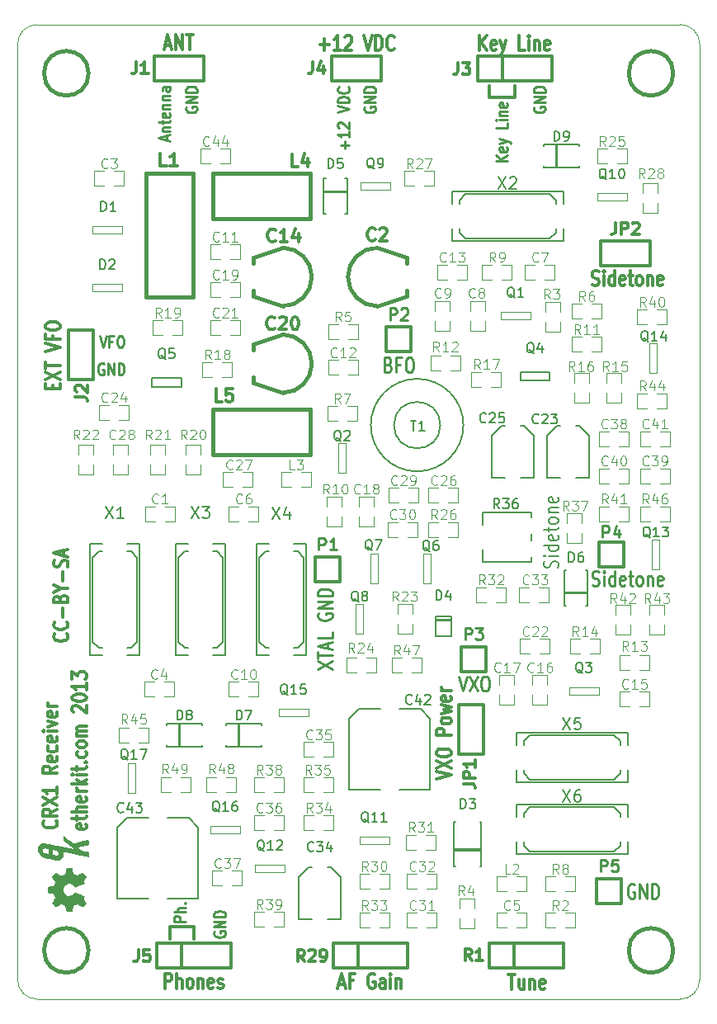
<source format=gto>
G04 (created by PCBNEW (2013-mar-13)-testing) date Sun 07 Jul 2013 01:13:12 PM PDT*
%MOIN*%
G04 Gerber Fmt 3.4, Leading zero omitted, Abs format*
%FSLAX34Y34*%
G01*
G70*
G90*
G04 APERTURE LIST*
%ADD10C,0.005906*%
%ADD11C,0.011811*%
%ADD12C,0.009843*%
%ADD13C,0.003937*%
%ADD14C,0.015000*%
%ADD15C,0.012000*%
%ADD16C,0.012500*%
%ADD17C,0.003900*%
%ADD18C,0.004700*%
%ADD19C,0.008000*%
%ADD20C,0.000100*%
%ADD21C,0.010700*%
%ADD22C,0.010000*%
%ADD23C,0.004724*%
%ADD24C,0.005100*%
G04 APERTURE END LIST*
G54D10*
G54D11*
X41352Y-44296D02*
X41380Y-44319D01*
X41408Y-44386D01*
X41408Y-44431D01*
X41380Y-44499D01*
X41324Y-44544D01*
X41268Y-44566D01*
X41155Y-44589D01*
X41071Y-44589D01*
X40958Y-44566D01*
X40902Y-44544D01*
X40846Y-44499D01*
X40818Y-44431D01*
X40818Y-44386D01*
X40846Y-44319D01*
X40874Y-44296D01*
X41352Y-43824D02*
X41380Y-43847D01*
X41408Y-43914D01*
X41408Y-43959D01*
X41380Y-44026D01*
X41324Y-44071D01*
X41268Y-44094D01*
X41155Y-44116D01*
X41071Y-44116D01*
X40958Y-44094D01*
X40902Y-44071D01*
X40846Y-44026D01*
X40818Y-43959D01*
X40818Y-43914D01*
X40846Y-43847D01*
X40874Y-43824D01*
X41183Y-43622D02*
X41183Y-43262D01*
X41099Y-42879D02*
X41127Y-42812D01*
X41155Y-42789D01*
X41212Y-42767D01*
X41296Y-42767D01*
X41352Y-42789D01*
X41380Y-42812D01*
X41408Y-42857D01*
X41408Y-43037D01*
X40818Y-43037D01*
X40818Y-42879D01*
X40846Y-42834D01*
X40874Y-42812D01*
X40930Y-42789D01*
X40987Y-42789D01*
X41043Y-42812D01*
X41071Y-42834D01*
X41099Y-42879D01*
X41099Y-43037D01*
X41127Y-42474D02*
X41408Y-42474D01*
X40818Y-42632D02*
X41127Y-42474D01*
X40818Y-42317D01*
X41183Y-42159D02*
X41183Y-41799D01*
X41380Y-41597D02*
X41408Y-41529D01*
X41408Y-41417D01*
X41380Y-41372D01*
X41352Y-41349D01*
X41296Y-41327D01*
X41240Y-41327D01*
X41183Y-41349D01*
X41155Y-41372D01*
X41127Y-41417D01*
X41099Y-41507D01*
X41071Y-41552D01*
X41043Y-41574D01*
X40987Y-41597D01*
X40930Y-41597D01*
X40874Y-41574D01*
X40846Y-41552D01*
X40818Y-41507D01*
X40818Y-41394D01*
X40846Y-41327D01*
X41240Y-41147D02*
X41240Y-40922D01*
X41408Y-41192D02*
X40818Y-41034D01*
X41408Y-40877D01*
X42128Y-51985D02*
X42156Y-52030D01*
X42156Y-52120D01*
X42128Y-52165D01*
X42072Y-52187D01*
X41847Y-52187D01*
X41791Y-52165D01*
X41763Y-52120D01*
X41763Y-52030D01*
X41791Y-51985D01*
X41847Y-51962D01*
X41903Y-51962D01*
X41960Y-52187D01*
X41763Y-51827D02*
X41763Y-51647D01*
X41566Y-51760D02*
X42072Y-51760D01*
X42128Y-51737D01*
X42156Y-51692D01*
X42156Y-51647D01*
X42156Y-51490D02*
X41566Y-51490D01*
X42156Y-51287D02*
X41847Y-51287D01*
X41791Y-51310D01*
X41763Y-51355D01*
X41763Y-51422D01*
X41791Y-51467D01*
X41819Y-51490D01*
X42128Y-50883D02*
X42156Y-50928D01*
X42156Y-51017D01*
X42128Y-51062D01*
X42072Y-51085D01*
X41847Y-51085D01*
X41791Y-51062D01*
X41763Y-51017D01*
X41763Y-50928D01*
X41791Y-50883D01*
X41847Y-50860D01*
X41903Y-50860D01*
X41960Y-51085D01*
X42156Y-50658D02*
X41763Y-50658D01*
X41875Y-50658D02*
X41819Y-50635D01*
X41791Y-50613D01*
X41763Y-50568D01*
X41763Y-50523D01*
X42156Y-50365D02*
X41566Y-50365D01*
X41931Y-50320D02*
X42156Y-50185D01*
X41763Y-50185D02*
X41988Y-50365D01*
X42156Y-49983D02*
X41763Y-49983D01*
X41566Y-49983D02*
X41594Y-50005D01*
X41622Y-49983D01*
X41594Y-49960D01*
X41566Y-49983D01*
X41622Y-49983D01*
X41763Y-49825D02*
X41763Y-49645D01*
X41566Y-49758D02*
X42072Y-49758D01*
X42128Y-49735D01*
X42156Y-49690D01*
X42156Y-49645D01*
X42100Y-49488D02*
X42128Y-49465D01*
X42156Y-49488D01*
X42128Y-49510D01*
X42100Y-49488D01*
X42156Y-49488D01*
X42128Y-49060D02*
X42156Y-49105D01*
X42156Y-49195D01*
X42128Y-49240D01*
X42100Y-49263D01*
X42044Y-49285D01*
X41875Y-49285D01*
X41819Y-49263D01*
X41791Y-49240D01*
X41763Y-49195D01*
X41763Y-49105D01*
X41791Y-49060D01*
X42156Y-48790D02*
X42128Y-48835D01*
X42100Y-48858D01*
X42044Y-48880D01*
X41875Y-48880D01*
X41819Y-48858D01*
X41791Y-48835D01*
X41763Y-48790D01*
X41763Y-48723D01*
X41791Y-48678D01*
X41819Y-48655D01*
X41875Y-48633D01*
X42044Y-48633D01*
X42100Y-48655D01*
X42128Y-48678D01*
X42156Y-48723D01*
X42156Y-48790D01*
X42156Y-48430D02*
X41763Y-48430D01*
X41819Y-48430D02*
X41791Y-48408D01*
X41763Y-48363D01*
X41763Y-48295D01*
X41791Y-48250D01*
X41847Y-48228D01*
X42156Y-48228D01*
X41847Y-48228D02*
X41791Y-48205D01*
X41763Y-48160D01*
X41763Y-48093D01*
X41791Y-48048D01*
X41847Y-48025D01*
X42156Y-48025D01*
X41622Y-47463D02*
X41594Y-47440D01*
X41566Y-47395D01*
X41566Y-47283D01*
X41594Y-47238D01*
X41622Y-47215D01*
X41678Y-47193D01*
X41735Y-47193D01*
X41819Y-47215D01*
X42156Y-47485D01*
X42156Y-47193D01*
X41566Y-46901D02*
X41566Y-46856D01*
X41594Y-46811D01*
X41622Y-46788D01*
X41678Y-46766D01*
X41791Y-46743D01*
X41931Y-46743D01*
X42044Y-46766D01*
X42100Y-46788D01*
X42128Y-46811D01*
X42156Y-46856D01*
X42156Y-46901D01*
X42128Y-46946D01*
X42100Y-46968D01*
X42044Y-46991D01*
X41931Y-47013D01*
X41791Y-47013D01*
X41678Y-46991D01*
X41622Y-46968D01*
X41594Y-46946D01*
X41566Y-46901D01*
X42156Y-46293D02*
X42156Y-46563D01*
X42156Y-46428D02*
X41566Y-46428D01*
X41650Y-46473D01*
X41706Y-46518D01*
X41735Y-46563D01*
X41566Y-46136D02*
X41566Y-45843D01*
X41791Y-46001D01*
X41791Y-45933D01*
X41819Y-45888D01*
X41847Y-45866D01*
X41903Y-45843D01*
X42044Y-45843D01*
X42100Y-45866D01*
X42128Y-45888D01*
X42156Y-45933D01*
X42156Y-46068D01*
X42128Y-46113D01*
X42100Y-46136D01*
X40919Y-51850D02*
X40947Y-51872D01*
X40975Y-51940D01*
X40975Y-51985D01*
X40947Y-52052D01*
X40891Y-52097D01*
X40835Y-52120D01*
X40722Y-52142D01*
X40638Y-52142D01*
X40525Y-52120D01*
X40469Y-52097D01*
X40413Y-52052D01*
X40385Y-51985D01*
X40385Y-51940D01*
X40413Y-51872D01*
X40441Y-51850D01*
X40975Y-51377D02*
X40694Y-51535D01*
X40975Y-51647D02*
X40385Y-51647D01*
X40385Y-51467D01*
X40413Y-51422D01*
X40441Y-51400D01*
X40497Y-51377D01*
X40582Y-51377D01*
X40638Y-51400D01*
X40666Y-51422D01*
X40694Y-51467D01*
X40694Y-51647D01*
X40385Y-51220D02*
X40975Y-50905D01*
X40385Y-50905D02*
X40975Y-51220D01*
X40975Y-50478D02*
X40975Y-50748D01*
X40975Y-50613D02*
X40385Y-50613D01*
X40469Y-50658D01*
X40525Y-50703D01*
X40553Y-50748D01*
X40975Y-49645D02*
X40694Y-49803D01*
X40975Y-49915D02*
X40385Y-49915D01*
X40385Y-49735D01*
X40413Y-49690D01*
X40441Y-49668D01*
X40497Y-49645D01*
X40582Y-49645D01*
X40638Y-49668D01*
X40666Y-49690D01*
X40694Y-49735D01*
X40694Y-49915D01*
X40947Y-49263D02*
X40975Y-49308D01*
X40975Y-49398D01*
X40947Y-49443D01*
X40891Y-49465D01*
X40666Y-49465D01*
X40610Y-49443D01*
X40582Y-49398D01*
X40582Y-49308D01*
X40610Y-49263D01*
X40666Y-49240D01*
X40722Y-49240D01*
X40778Y-49465D01*
X40947Y-48835D02*
X40975Y-48880D01*
X40975Y-48970D01*
X40947Y-49015D01*
X40919Y-49038D01*
X40863Y-49060D01*
X40694Y-49060D01*
X40638Y-49038D01*
X40610Y-49015D01*
X40582Y-48970D01*
X40582Y-48880D01*
X40610Y-48835D01*
X40947Y-48453D02*
X40975Y-48498D01*
X40975Y-48588D01*
X40947Y-48633D01*
X40891Y-48655D01*
X40666Y-48655D01*
X40610Y-48633D01*
X40582Y-48588D01*
X40582Y-48498D01*
X40610Y-48453D01*
X40666Y-48430D01*
X40722Y-48430D01*
X40778Y-48655D01*
X40975Y-48228D02*
X40582Y-48228D01*
X40385Y-48228D02*
X40413Y-48250D01*
X40441Y-48228D01*
X40413Y-48205D01*
X40385Y-48228D01*
X40441Y-48228D01*
X40582Y-48048D02*
X40975Y-47935D01*
X40582Y-47823D01*
X40947Y-47463D02*
X40975Y-47508D01*
X40975Y-47598D01*
X40947Y-47643D01*
X40891Y-47665D01*
X40666Y-47665D01*
X40610Y-47643D01*
X40582Y-47598D01*
X40582Y-47508D01*
X40610Y-47463D01*
X40666Y-47440D01*
X40722Y-47440D01*
X40778Y-47665D01*
X40975Y-47238D02*
X40582Y-47238D01*
X40694Y-47238D02*
X40638Y-47215D01*
X40610Y-47193D01*
X40582Y-47148D01*
X40582Y-47103D01*
G54D12*
X42849Y-33385D02*
X42812Y-33363D01*
X42755Y-33363D01*
X42699Y-33385D01*
X42662Y-33430D01*
X42643Y-33475D01*
X42624Y-33565D01*
X42624Y-33633D01*
X42643Y-33723D01*
X42662Y-33768D01*
X42699Y-33813D01*
X42755Y-33835D01*
X42793Y-33835D01*
X42849Y-33813D01*
X42868Y-33790D01*
X42868Y-33633D01*
X42793Y-33633D01*
X43037Y-33835D02*
X43037Y-33363D01*
X43262Y-33835D01*
X43262Y-33363D01*
X43449Y-33835D02*
X43449Y-33363D01*
X43543Y-33363D01*
X43599Y-33385D01*
X43637Y-33430D01*
X43655Y-33475D01*
X43674Y-33565D01*
X43674Y-33633D01*
X43655Y-33723D01*
X43637Y-33768D01*
X43599Y-33813D01*
X43543Y-33835D01*
X43449Y-33835D01*
X42682Y-32260D02*
X42814Y-32733D01*
X42945Y-32260D01*
X43207Y-32485D02*
X43076Y-32485D01*
X43076Y-32733D02*
X43076Y-32260D01*
X43263Y-32260D01*
X43488Y-32260D02*
X43563Y-32260D01*
X43601Y-32283D01*
X43638Y-32328D01*
X43657Y-32418D01*
X43657Y-32575D01*
X43638Y-32665D01*
X43601Y-32710D01*
X43563Y-32733D01*
X43488Y-32733D01*
X43451Y-32710D01*
X43413Y-32665D01*
X43395Y-32575D01*
X43395Y-32418D01*
X43413Y-32328D01*
X43451Y-32283D01*
X43488Y-32260D01*
X47322Y-56323D02*
X47300Y-56361D01*
X47300Y-56417D01*
X47322Y-56473D01*
X47367Y-56511D01*
X47412Y-56529D01*
X47502Y-56548D01*
X47570Y-56548D01*
X47660Y-56529D01*
X47705Y-56511D01*
X47750Y-56473D01*
X47772Y-56417D01*
X47772Y-56379D01*
X47750Y-56323D01*
X47727Y-56304D01*
X47570Y-56304D01*
X47570Y-56379D01*
X47772Y-56136D02*
X47300Y-56136D01*
X47772Y-55911D01*
X47300Y-55911D01*
X47772Y-55723D02*
X47300Y-55723D01*
X47300Y-55629D01*
X47322Y-55573D01*
X47367Y-55536D01*
X47412Y-55517D01*
X47502Y-55498D01*
X47570Y-55498D01*
X47660Y-55517D01*
X47705Y-55536D01*
X47750Y-55573D01*
X47772Y-55629D01*
X47772Y-55723D01*
G54D11*
X46496Y-56141D02*
X46496Y-56614D01*
X45511Y-56141D02*
X46496Y-56141D01*
X45511Y-56614D02*
X45511Y-56141D01*
X58425Y-22165D02*
X58425Y-22637D01*
X58425Y-22637D02*
X59448Y-22637D01*
X59448Y-22637D02*
X59448Y-22165D01*
X59448Y-22637D02*
X59448Y-22165D01*
X58425Y-22637D02*
X59448Y-22637D01*
X58425Y-22165D02*
X58425Y-22637D01*
X58425Y-22165D02*
X58425Y-22637D01*
X58425Y-22637D02*
X59448Y-22637D01*
X59448Y-22637D02*
X59448Y-22165D01*
G54D12*
X46158Y-55926D02*
X45686Y-55926D01*
X45686Y-55776D01*
X45708Y-55738D01*
X45731Y-55719D01*
X45776Y-55701D01*
X45843Y-55701D01*
X45888Y-55719D01*
X45911Y-55738D01*
X45933Y-55776D01*
X45933Y-55926D01*
X46158Y-55532D02*
X45686Y-55532D01*
X46158Y-55363D02*
X45911Y-55363D01*
X45866Y-55382D01*
X45843Y-55419D01*
X45843Y-55476D01*
X45866Y-55513D01*
X45888Y-55532D01*
X46113Y-55176D02*
X46136Y-55157D01*
X46158Y-55176D01*
X46136Y-55194D01*
X46113Y-55176D01*
X46158Y-55176D01*
G54D11*
X59448Y-22637D02*
X59448Y-22165D01*
X58425Y-22637D02*
X59448Y-22637D01*
X58425Y-22165D02*
X58425Y-22637D01*
G54D12*
X59150Y-25187D02*
X58678Y-25187D01*
X59150Y-24962D02*
X58880Y-25131D01*
X58678Y-24962D02*
X58948Y-25187D01*
X59128Y-24643D02*
X59150Y-24681D01*
X59150Y-24756D01*
X59128Y-24793D01*
X59083Y-24812D01*
X58903Y-24812D01*
X58858Y-24793D01*
X58835Y-24756D01*
X58835Y-24681D01*
X58858Y-24643D01*
X58903Y-24625D01*
X58948Y-24625D01*
X58993Y-24812D01*
X58835Y-24493D02*
X59150Y-24400D01*
X58835Y-24306D02*
X59150Y-24400D01*
X59263Y-24437D01*
X59285Y-24456D01*
X59308Y-24493D01*
X59150Y-23668D02*
X59150Y-23856D01*
X58678Y-23856D01*
X59150Y-23537D02*
X58835Y-23537D01*
X58678Y-23537D02*
X58700Y-23556D01*
X58723Y-23537D01*
X58700Y-23518D01*
X58678Y-23537D01*
X58723Y-23537D01*
X58835Y-23350D02*
X59150Y-23350D01*
X58880Y-23350D02*
X58858Y-23331D01*
X58835Y-23293D01*
X58835Y-23237D01*
X58858Y-23200D01*
X58903Y-23181D01*
X59150Y-23181D01*
X59128Y-22844D02*
X59150Y-22881D01*
X59150Y-22956D01*
X59128Y-22994D01*
X59083Y-23012D01*
X58903Y-23012D01*
X58858Y-22994D01*
X58835Y-22956D01*
X58835Y-22881D01*
X58858Y-22844D01*
X58903Y-22825D01*
X58948Y-22825D01*
X58993Y-23012D01*
X60236Y-23016D02*
X60213Y-23053D01*
X60213Y-23110D01*
X60236Y-23166D01*
X60281Y-23203D01*
X60326Y-23222D01*
X60416Y-23241D01*
X60483Y-23241D01*
X60573Y-23222D01*
X60618Y-23203D01*
X60663Y-23166D01*
X60686Y-23110D01*
X60686Y-23072D01*
X60663Y-23016D01*
X60641Y-22997D01*
X60483Y-22997D01*
X60483Y-23072D01*
X60686Y-22829D02*
X60213Y-22829D01*
X60686Y-22604D01*
X60213Y-22604D01*
X60686Y-22416D02*
X60213Y-22416D01*
X60213Y-22322D01*
X60236Y-22266D01*
X60281Y-22229D01*
X60326Y-22210D01*
X60416Y-22191D01*
X60483Y-22191D01*
X60573Y-22210D01*
X60618Y-22229D01*
X60663Y-22266D01*
X60686Y-22322D01*
X60686Y-22416D01*
X53385Y-23016D02*
X53363Y-23053D01*
X53363Y-23110D01*
X53385Y-23166D01*
X53430Y-23203D01*
X53475Y-23222D01*
X53565Y-23241D01*
X53633Y-23241D01*
X53723Y-23222D01*
X53768Y-23203D01*
X53813Y-23166D01*
X53835Y-23110D01*
X53835Y-23072D01*
X53813Y-23016D01*
X53790Y-22997D01*
X53633Y-22997D01*
X53633Y-23072D01*
X53835Y-22829D02*
X53363Y-22829D01*
X53835Y-22604D01*
X53363Y-22604D01*
X53835Y-22416D02*
X53363Y-22416D01*
X53363Y-22322D01*
X53385Y-22266D01*
X53430Y-22229D01*
X53475Y-22210D01*
X53565Y-22191D01*
X53633Y-22191D01*
X53723Y-22210D01*
X53768Y-22229D01*
X53813Y-22266D01*
X53835Y-22322D01*
X53835Y-22416D01*
X52592Y-24701D02*
X52592Y-24401D01*
X52772Y-24551D02*
X52412Y-24551D01*
X52772Y-24008D02*
X52772Y-24233D01*
X52772Y-24120D02*
X52300Y-24120D01*
X52367Y-24158D01*
X52412Y-24195D01*
X52435Y-24233D01*
X52345Y-23858D02*
X52322Y-23839D01*
X52300Y-23802D01*
X52300Y-23708D01*
X52322Y-23670D01*
X52345Y-23652D01*
X52390Y-23633D01*
X52435Y-23633D01*
X52502Y-23652D01*
X52772Y-23877D01*
X52772Y-23633D01*
X52300Y-23220D02*
X52772Y-23089D01*
X52300Y-22958D01*
X52772Y-22827D02*
X52300Y-22827D01*
X52300Y-22733D01*
X52322Y-22677D01*
X52367Y-22639D01*
X52412Y-22620D01*
X52502Y-22602D01*
X52570Y-22602D01*
X52660Y-22620D01*
X52705Y-22639D01*
X52750Y-22677D01*
X52772Y-22733D01*
X52772Y-22827D01*
X52727Y-22208D02*
X52750Y-22227D01*
X52772Y-22283D01*
X52772Y-22320D01*
X52750Y-22377D01*
X52705Y-22414D01*
X52660Y-22433D01*
X52570Y-22452D01*
X52502Y-22452D01*
X52412Y-22433D01*
X52367Y-22414D01*
X52322Y-22377D01*
X52300Y-22320D01*
X52300Y-22283D01*
X52322Y-22227D01*
X52345Y-22208D01*
X46181Y-23016D02*
X46158Y-23053D01*
X46158Y-23110D01*
X46181Y-23166D01*
X46226Y-23203D01*
X46271Y-23222D01*
X46361Y-23241D01*
X46428Y-23241D01*
X46518Y-23222D01*
X46563Y-23203D01*
X46608Y-23166D01*
X46631Y-23110D01*
X46631Y-23072D01*
X46608Y-23016D01*
X46586Y-22997D01*
X46428Y-22997D01*
X46428Y-23072D01*
X46631Y-22829D02*
X46158Y-22829D01*
X46631Y-22604D01*
X46158Y-22604D01*
X46631Y-22416D02*
X46158Y-22416D01*
X46158Y-22322D01*
X46181Y-22266D01*
X46226Y-22229D01*
X46271Y-22210D01*
X46361Y-22191D01*
X46428Y-22191D01*
X46518Y-22210D01*
X46563Y-22229D01*
X46608Y-22266D01*
X46631Y-22322D01*
X46631Y-22416D01*
X45393Y-24355D02*
X45393Y-24167D01*
X45528Y-24392D02*
X45056Y-24261D01*
X45528Y-24130D01*
X45213Y-23998D02*
X45528Y-23998D01*
X45258Y-23998D02*
X45236Y-23980D01*
X45213Y-23942D01*
X45213Y-23886D01*
X45236Y-23848D01*
X45281Y-23830D01*
X45528Y-23830D01*
X45213Y-23698D02*
X45213Y-23548D01*
X45056Y-23642D02*
X45461Y-23642D01*
X45506Y-23623D01*
X45528Y-23586D01*
X45528Y-23548D01*
X45506Y-23267D02*
X45528Y-23305D01*
X45528Y-23380D01*
X45506Y-23417D01*
X45461Y-23436D01*
X45281Y-23436D01*
X45236Y-23417D01*
X45213Y-23380D01*
X45213Y-23305D01*
X45236Y-23267D01*
X45281Y-23248D01*
X45326Y-23248D01*
X45371Y-23436D01*
X45213Y-23080D02*
X45528Y-23080D01*
X45258Y-23080D02*
X45236Y-23061D01*
X45213Y-23023D01*
X45213Y-22967D01*
X45236Y-22930D01*
X45281Y-22911D01*
X45528Y-22911D01*
X45213Y-22724D02*
X45528Y-22724D01*
X45258Y-22724D02*
X45236Y-22705D01*
X45213Y-22667D01*
X45213Y-22611D01*
X45236Y-22574D01*
X45281Y-22555D01*
X45528Y-22555D01*
X45528Y-22199D02*
X45281Y-22199D01*
X45236Y-22217D01*
X45213Y-22255D01*
X45213Y-22330D01*
X45236Y-22367D01*
X45506Y-22199D02*
X45528Y-22236D01*
X45528Y-22330D01*
X45506Y-22367D01*
X45461Y-22386D01*
X45416Y-22386D01*
X45371Y-22367D01*
X45348Y-22330D01*
X45348Y-22236D01*
X45326Y-22199D01*
G54D13*
X66141Y-59055D02*
G75*
G03X66929Y-58267I0J787D01*
G74*
G01*
X39370Y-58267D02*
G75*
G03X40157Y-59055I787J0D01*
G74*
G01*
X66929Y-20472D02*
G75*
G03X66141Y-19685I-787J0D01*
G74*
G01*
X40157Y-19685D02*
G75*
G03X39370Y-20472I0J-787D01*
G74*
G01*
X66141Y-19685D02*
X40157Y-19685D01*
X66929Y-58267D02*
X66929Y-20472D01*
X40157Y-59055D02*
X66141Y-59055D01*
X39370Y-20472D02*
X39370Y-58267D01*
G54D14*
X55078Y-29094D02*
X55078Y-29330D01*
X55078Y-30668D02*
X55078Y-30432D01*
X55078Y-30668D02*
X53897Y-31062D01*
X55078Y-29094D02*
X53897Y-28700D01*
X52716Y-29881D02*
G75*
G03X53897Y-31062I1181J0D01*
G74*
G01*
X53897Y-28700D02*
G75*
G03X52716Y-29881I0J-1181D01*
G74*
G01*
X48897Y-30668D02*
X48897Y-30432D01*
X48897Y-29094D02*
X48897Y-29330D01*
X48897Y-29094D02*
X50078Y-28700D01*
X48897Y-30668D02*
X50078Y-31062D01*
X51259Y-29881D02*
G75*
G03X50078Y-28700I-1181J0D01*
G74*
G01*
X50078Y-31062D02*
G75*
G03X51259Y-29881I0J1181D01*
G74*
G01*
X48897Y-34172D02*
X48897Y-33936D01*
X48897Y-32598D02*
X48897Y-32834D01*
X48897Y-32598D02*
X50078Y-32204D01*
X48897Y-34172D02*
X50078Y-34566D01*
X51259Y-33385D02*
G75*
G03X50078Y-32204I-1181J0D01*
G74*
G01*
X50078Y-34566D02*
G75*
G03X51259Y-33385I0J1181D01*
G74*
G01*
G54D11*
X57047Y-53011D02*
X58070Y-53011D01*
G54D10*
X57066Y-51909D02*
X57007Y-51909D01*
X57007Y-51909D02*
X57007Y-53681D01*
X57007Y-53681D02*
X57066Y-53681D01*
X58051Y-51909D02*
X58110Y-51909D01*
X58110Y-51909D02*
X58110Y-53681D01*
X58110Y-53681D02*
X58051Y-53681D01*
G54D12*
X56287Y-43740D02*
X56862Y-43740D01*
G54D10*
X56259Y-44393D02*
X56889Y-44393D01*
X56889Y-44393D02*
X56889Y-43606D01*
X56889Y-43606D02*
X56259Y-43606D01*
X56259Y-43606D02*
X56259Y-44393D01*
G54D12*
X52637Y-26417D02*
X51771Y-26417D01*
G54D10*
X51811Y-25905D02*
X51732Y-25905D01*
X51732Y-25905D02*
X51732Y-27322D01*
X51732Y-27322D02*
X51811Y-27322D01*
X52598Y-27322D02*
X52677Y-27322D01*
X52677Y-27322D02*
X52677Y-25905D01*
X52677Y-25905D02*
X52598Y-25905D01*
G54D12*
X61496Y-42637D02*
X62362Y-42637D01*
G54D10*
X62322Y-43149D02*
X62401Y-43149D01*
X62401Y-43149D02*
X62401Y-41732D01*
X62401Y-41732D02*
X62322Y-41732D01*
X61535Y-41732D02*
X61456Y-41732D01*
X61456Y-41732D02*
X61456Y-43149D01*
X61456Y-43149D02*
X61535Y-43149D01*
G54D15*
X57948Y-21956D02*
X57948Y-20956D01*
X57948Y-20956D02*
X60948Y-20956D01*
X60948Y-20956D02*
X60948Y-21956D01*
X60948Y-21956D02*
X57948Y-21956D01*
X58948Y-20956D02*
X58948Y-21956D01*
X44996Y-57783D02*
X44996Y-56783D01*
X44996Y-56783D02*
X47996Y-56783D01*
X47996Y-56783D02*
X47996Y-57783D01*
X47996Y-57783D02*
X44996Y-57783D01*
X45996Y-56783D02*
X45996Y-57783D01*
G54D16*
X51389Y-42192D02*
X52389Y-42192D01*
X51389Y-41192D02*
X52389Y-41192D01*
G54D15*
X51389Y-42192D02*
X51389Y-41192D01*
X52389Y-41192D02*
X52389Y-42192D01*
G54D16*
X54263Y-32901D02*
X55263Y-32901D01*
X54263Y-31901D02*
X55263Y-31901D01*
G54D15*
X54263Y-32901D02*
X54263Y-31901D01*
X55263Y-31901D02*
X55263Y-32901D01*
G54D16*
X57295Y-45814D02*
X58295Y-45814D01*
X57295Y-44814D02*
X58295Y-44814D01*
G54D15*
X57295Y-45814D02*
X57295Y-44814D01*
X58295Y-44814D02*
X58295Y-45814D01*
G54D16*
X62846Y-41602D02*
X63846Y-41602D01*
X62846Y-40602D02*
X63846Y-40602D01*
G54D15*
X62846Y-41602D02*
X62846Y-40602D01*
X63846Y-40602D02*
X63846Y-41602D01*
G54D16*
X62767Y-55185D02*
X63767Y-55185D01*
X62767Y-54185D02*
X63767Y-54185D01*
G54D15*
X62767Y-55185D02*
X62767Y-54185D01*
X63767Y-54185D02*
X63767Y-55185D01*
X58421Y-57783D02*
X58421Y-56783D01*
X58421Y-56783D02*
X61421Y-56783D01*
X61421Y-56783D02*
X61421Y-57783D01*
X61421Y-57783D02*
X58421Y-57783D01*
X59421Y-56783D02*
X59421Y-57783D01*
X52122Y-57783D02*
X52122Y-56783D01*
X52122Y-56783D02*
X55122Y-56783D01*
X55122Y-56783D02*
X55122Y-57783D01*
X55122Y-57783D02*
X52122Y-57783D01*
X53122Y-56783D02*
X53122Y-57783D01*
G54D10*
X60118Y-40531D02*
X60118Y-40255D01*
X58149Y-39901D02*
X58149Y-39409D01*
X58149Y-39409D02*
X60118Y-39409D01*
X60118Y-39409D02*
X60118Y-39606D01*
X60118Y-41181D02*
X60118Y-41377D01*
X60118Y-41377D02*
X58149Y-41377D01*
X58149Y-41377D02*
X58149Y-40885D01*
X56448Y-35866D02*
G75*
G03X56448Y-35866I-937J0D01*
G74*
G01*
X57381Y-35866D02*
G75*
G03X57381Y-35866I-1870J0D01*
G74*
G01*
G54D15*
X62937Y-29437D02*
X62937Y-28437D01*
X62937Y-28437D02*
X64937Y-28437D01*
X64937Y-28437D02*
X64937Y-29437D01*
X64937Y-29437D02*
X62937Y-29437D01*
X57177Y-47149D02*
X58177Y-47149D01*
X58177Y-47149D02*
X58177Y-49149D01*
X58177Y-49149D02*
X57177Y-49149D01*
X57177Y-49149D02*
X57177Y-47149D01*
X52070Y-21956D02*
X52070Y-20956D01*
X52070Y-20956D02*
X54070Y-20956D01*
X54070Y-20956D02*
X54070Y-21956D01*
X54070Y-21956D02*
X52070Y-21956D01*
X41429Y-32031D02*
X42429Y-32031D01*
X42429Y-32031D02*
X42429Y-34031D01*
X42429Y-34031D02*
X41429Y-34031D01*
X41429Y-34031D02*
X41429Y-32031D01*
X44905Y-21956D02*
X44905Y-20956D01*
X44905Y-20956D02*
X46905Y-20956D01*
X46905Y-20956D02*
X46905Y-21956D01*
X46905Y-21956D02*
X44905Y-21956D01*
G54D10*
X46279Y-51732D02*
X46673Y-52125D01*
X46673Y-52125D02*
X46673Y-55000D01*
X43799Y-51732D02*
X43405Y-52125D01*
X43405Y-52125D02*
X43405Y-55000D01*
X44645Y-51732D02*
X43799Y-51732D01*
X45433Y-51732D02*
X46279Y-51732D01*
X44645Y-55000D02*
X43405Y-55000D01*
X45433Y-55000D02*
X46673Y-55000D01*
X55649Y-47322D02*
X56043Y-47716D01*
X56043Y-47716D02*
X56043Y-50590D01*
X53169Y-47322D02*
X52775Y-47716D01*
X52775Y-47716D02*
X52775Y-50590D01*
X54015Y-47322D02*
X53169Y-47322D01*
X54803Y-47322D02*
X55649Y-47322D01*
X54015Y-50590D02*
X52775Y-50590D01*
X54803Y-50590D02*
X56043Y-50590D01*
X51122Y-53740D02*
X50728Y-54133D01*
X50728Y-54133D02*
X50728Y-55826D01*
X52027Y-53740D02*
X52421Y-54133D01*
X52421Y-54133D02*
X52421Y-55826D01*
X51259Y-53740D02*
X51122Y-53740D01*
X51889Y-53740D02*
X52027Y-53740D01*
X51259Y-55826D02*
X50728Y-55826D01*
X51889Y-55826D02*
X52421Y-55826D01*
X58917Y-35905D02*
X58523Y-36299D01*
X58523Y-36299D02*
X58523Y-37992D01*
X59822Y-35905D02*
X60216Y-36299D01*
X60216Y-36299D02*
X60216Y-37992D01*
X59055Y-35905D02*
X58917Y-35905D01*
X59685Y-35905D02*
X59822Y-35905D01*
X59055Y-37992D02*
X58523Y-37992D01*
X59685Y-37992D02*
X60216Y-37992D01*
X61161Y-35905D02*
X60767Y-36299D01*
X60767Y-36299D02*
X60767Y-37992D01*
X62066Y-35905D02*
X62460Y-36299D01*
X62460Y-36299D02*
X62460Y-37992D01*
X61299Y-35905D02*
X61161Y-35905D01*
X61929Y-35905D02*
X62066Y-35905D01*
X61299Y-37992D02*
X60767Y-37992D01*
X61929Y-37992D02*
X62460Y-37992D01*
X44803Y-34311D02*
X45984Y-34311D01*
X45984Y-34311D02*
X45984Y-33976D01*
X45984Y-33976D02*
X44803Y-33976D01*
X44803Y-33976D02*
X44803Y-34311D01*
X59685Y-34074D02*
X60866Y-34074D01*
X60866Y-34074D02*
X60866Y-33740D01*
X60866Y-33740D02*
X59685Y-33740D01*
X59685Y-33740D02*
X59685Y-34074D01*
G54D14*
X42238Y-21653D02*
G75*
G03X42238Y-21653I-900J0D01*
G74*
G01*
X65860Y-21653D02*
G75*
G03X65860Y-21653I-900J0D01*
G74*
G01*
X42238Y-57086D02*
G75*
G03X42238Y-57086I-900J0D01*
G74*
G01*
X65860Y-57086D02*
G75*
G03X65860Y-57086I-900J0D01*
G74*
G01*
G54D12*
X45905Y-47952D02*
X45905Y-48818D01*
G54D10*
X45393Y-48779D02*
X45393Y-48858D01*
X45393Y-48858D02*
X46811Y-48858D01*
X46811Y-48858D02*
X46811Y-48779D01*
X46811Y-47992D02*
X46811Y-47913D01*
X46811Y-47913D02*
X45393Y-47913D01*
X45393Y-47913D02*
X45393Y-47992D01*
G54D12*
X48307Y-47952D02*
X48307Y-48818D01*
G54D10*
X47795Y-48779D02*
X47795Y-48858D01*
X47795Y-48858D02*
X49212Y-48858D01*
X49212Y-48858D02*
X49212Y-48779D01*
X49212Y-47992D02*
X49212Y-47913D01*
X49212Y-47913D02*
X47795Y-47913D01*
X47795Y-47913D02*
X47795Y-47992D01*
G54D17*
X44918Y-39748D02*
X44518Y-39748D01*
X44518Y-39748D02*
X44518Y-39148D01*
X44518Y-39148D02*
X44918Y-39148D01*
X45318Y-39148D02*
X45718Y-39148D01*
X45718Y-39148D02*
X45718Y-39748D01*
X45718Y-39748D02*
X45318Y-39748D01*
X42870Y-26205D02*
X42470Y-26205D01*
X42470Y-26205D02*
X42470Y-25605D01*
X42470Y-25605D02*
X42870Y-25605D01*
X43270Y-25605D02*
X43670Y-25605D01*
X43670Y-25605D02*
X43670Y-26205D01*
X43670Y-26205D02*
X43270Y-26205D01*
X44878Y-46835D02*
X44478Y-46835D01*
X44478Y-46835D02*
X44478Y-46235D01*
X44478Y-46235D02*
X44878Y-46235D01*
X45278Y-46235D02*
X45678Y-46235D01*
X45678Y-46235D02*
X45678Y-46835D01*
X45678Y-46835D02*
X45278Y-46835D01*
X59130Y-56166D02*
X58730Y-56166D01*
X58730Y-56166D02*
X58730Y-55566D01*
X58730Y-55566D02*
X59130Y-55566D01*
X59530Y-55566D02*
X59930Y-55566D01*
X59930Y-55566D02*
X59930Y-56166D01*
X59930Y-56166D02*
X59530Y-56166D01*
X48303Y-39748D02*
X47903Y-39748D01*
X47903Y-39748D02*
X47903Y-39148D01*
X47903Y-39148D02*
X48303Y-39148D01*
X48703Y-39148D02*
X49103Y-39148D01*
X49103Y-39148D02*
X49103Y-39748D01*
X49103Y-39748D02*
X48703Y-39748D01*
X60272Y-29985D02*
X59872Y-29985D01*
X59872Y-29985D02*
X59872Y-29385D01*
X59872Y-29385D02*
X60272Y-29385D01*
X60672Y-29385D02*
X61072Y-29385D01*
X61072Y-29385D02*
X61072Y-29985D01*
X61072Y-29985D02*
X60672Y-29985D01*
X58252Y-31656D02*
X58252Y-32056D01*
X58252Y-32056D02*
X57652Y-32056D01*
X57652Y-32056D02*
X57652Y-31656D01*
X57652Y-31256D02*
X57652Y-30856D01*
X57652Y-30856D02*
X58252Y-30856D01*
X58252Y-30856D02*
X58252Y-31256D01*
X56235Y-31256D02*
X56235Y-30856D01*
X56235Y-30856D02*
X56835Y-30856D01*
X56835Y-30856D02*
X56835Y-31256D01*
X56835Y-31656D02*
X56835Y-32056D01*
X56835Y-32056D02*
X56235Y-32056D01*
X56235Y-32056D02*
X56235Y-31656D01*
X48303Y-46835D02*
X47903Y-46835D01*
X47903Y-46835D02*
X47903Y-46235D01*
X47903Y-46235D02*
X48303Y-46235D01*
X48703Y-46235D02*
X49103Y-46235D01*
X49103Y-46235D02*
X49103Y-46835D01*
X49103Y-46835D02*
X48703Y-46835D01*
X47555Y-29158D02*
X47155Y-29158D01*
X47155Y-29158D02*
X47155Y-28558D01*
X47155Y-28558D02*
X47555Y-28558D01*
X47955Y-28558D02*
X48355Y-28558D01*
X48355Y-28558D02*
X48355Y-29158D01*
X48355Y-29158D02*
X47955Y-29158D01*
X52719Y-33243D02*
X53119Y-33243D01*
X53119Y-33243D02*
X53119Y-33843D01*
X53119Y-33843D02*
X52719Y-33843D01*
X52319Y-33843D02*
X51919Y-33843D01*
X51919Y-33843D02*
X51919Y-33243D01*
X51919Y-33243D02*
X52319Y-33243D01*
X56729Y-29985D02*
X56329Y-29985D01*
X56329Y-29985D02*
X56329Y-29385D01*
X56329Y-29385D02*
X56729Y-29385D01*
X57129Y-29385D02*
X57529Y-29385D01*
X57529Y-29385D02*
X57529Y-29985D01*
X57529Y-29985D02*
X57129Y-29985D01*
X64091Y-47229D02*
X63691Y-47229D01*
X63691Y-47229D02*
X63691Y-46629D01*
X63691Y-46629D02*
X64091Y-46629D01*
X64491Y-46629D02*
X64891Y-46629D01*
X64891Y-46629D02*
X64891Y-47229D01*
X64891Y-47229D02*
X64491Y-47229D01*
X60772Y-46774D02*
X60772Y-47174D01*
X60772Y-47174D02*
X60172Y-47174D01*
X60172Y-47174D02*
X60172Y-46774D01*
X60172Y-46374D02*
X60172Y-45974D01*
X60172Y-45974D02*
X60772Y-45974D01*
X60772Y-45974D02*
X60772Y-46374D01*
X58833Y-46374D02*
X58833Y-45974D01*
X58833Y-45974D02*
X59433Y-45974D01*
X59433Y-45974D02*
X59433Y-46374D01*
X59433Y-46774D02*
X59433Y-47174D01*
X59433Y-47174D02*
X58833Y-47174D01*
X58833Y-47174D02*
X58833Y-46774D01*
X53164Y-39170D02*
X53164Y-38770D01*
X53164Y-38770D02*
X53764Y-38770D01*
X53764Y-38770D02*
X53764Y-39170D01*
X53764Y-39570D02*
X53764Y-39970D01*
X53764Y-39970D02*
X53164Y-39970D01*
X53164Y-39970D02*
X53164Y-39570D01*
X47555Y-30693D02*
X47155Y-30693D01*
X47155Y-30693D02*
X47155Y-30093D01*
X47155Y-30093D02*
X47555Y-30093D01*
X47955Y-30093D02*
X48355Y-30093D01*
X48355Y-30093D02*
X48355Y-30693D01*
X48355Y-30693D02*
X47955Y-30693D01*
X47555Y-32229D02*
X47155Y-32229D01*
X47155Y-32229D02*
X47155Y-31629D01*
X47155Y-31629D02*
X47555Y-31629D01*
X47955Y-31629D02*
X48355Y-31629D01*
X48355Y-31629D02*
X48355Y-32229D01*
X48355Y-32229D02*
X47955Y-32229D01*
X60475Y-44503D02*
X60875Y-44503D01*
X60875Y-44503D02*
X60875Y-45103D01*
X60875Y-45103D02*
X60475Y-45103D01*
X60075Y-45103D02*
X59675Y-45103D01*
X59675Y-45103D02*
X59675Y-44503D01*
X59675Y-44503D02*
X60075Y-44503D01*
X43067Y-35654D02*
X42667Y-35654D01*
X42667Y-35654D02*
X42667Y-35054D01*
X42667Y-35054D02*
X43067Y-35054D01*
X43467Y-35054D02*
X43867Y-35054D01*
X43867Y-35054D02*
X43867Y-35654D01*
X43867Y-35654D02*
X43467Y-35654D01*
X56374Y-39000D02*
X55974Y-39000D01*
X55974Y-39000D02*
X55974Y-38400D01*
X55974Y-38400D02*
X56374Y-38400D01*
X56774Y-38400D02*
X57174Y-38400D01*
X57174Y-38400D02*
X57174Y-39000D01*
X57174Y-39000D02*
X56774Y-39000D01*
X48067Y-38370D02*
X47667Y-38370D01*
X47667Y-38370D02*
X47667Y-37770D01*
X47667Y-37770D02*
X48067Y-37770D01*
X48467Y-37770D02*
X48867Y-37770D01*
X48867Y-37770D02*
X48867Y-38370D01*
X48867Y-38370D02*
X48467Y-38370D01*
X43243Y-37044D02*
X43243Y-36644D01*
X43243Y-36644D02*
X43843Y-36644D01*
X43843Y-36644D02*
X43843Y-37044D01*
X43843Y-37444D02*
X43843Y-37844D01*
X43843Y-37844D02*
X43243Y-37844D01*
X43243Y-37844D02*
X43243Y-37444D01*
X54760Y-39000D02*
X54360Y-39000D01*
X54360Y-39000D02*
X54360Y-38400D01*
X54360Y-38400D02*
X54760Y-38400D01*
X55160Y-38400D02*
X55560Y-38400D01*
X55560Y-38400D02*
X55560Y-39000D01*
X55560Y-39000D02*
X55160Y-39000D01*
X54721Y-40378D02*
X54321Y-40378D01*
X54321Y-40378D02*
X54321Y-39778D01*
X54321Y-39778D02*
X54721Y-39778D01*
X55121Y-39778D02*
X55521Y-39778D01*
X55521Y-39778D02*
X55521Y-40378D01*
X55521Y-40378D02*
X55121Y-40378D01*
X55508Y-56166D02*
X55108Y-56166D01*
X55108Y-56166D02*
X55108Y-55566D01*
X55108Y-55566D02*
X55508Y-55566D01*
X55908Y-55566D02*
X56308Y-55566D01*
X56308Y-55566D02*
X56308Y-56166D01*
X56308Y-56166D02*
X55908Y-56166D01*
X55508Y-54591D02*
X55108Y-54591D01*
X55108Y-54591D02*
X55108Y-53991D01*
X55108Y-53991D02*
X55508Y-53991D01*
X55908Y-53991D02*
X56308Y-53991D01*
X56308Y-53991D02*
X56308Y-54591D01*
X56308Y-54591D02*
X55908Y-54591D01*
X60436Y-42416D02*
X60836Y-42416D01*
X60836Y-42416D02*
X60836Y-43016D01*
X60836Y-43016D02*
X60436Y-43016D01*
X60036Y-43016D02*
X59636Y-43016D01*
X59636Y-43016D02*
X59636Y-42416D01*
X59636Y-42416D02*
X60036Y-42416D01*
X51735Y-48676D02*
X52135Y-48676D01*
X52135Y-48676D02*
X52135Y-49276D01*
X52135Y-49276D02*
X51735Y-49276D01*
X51335Y-49276D02*
X50935Y-49276D01*
X50935Y-49276D02*
X50935Y-48676D01*
X50935Y-48676D02*
X51335Y-48676D01*
X49327Y-52229D02*
X48927Y-52229D01*
X48927Y-52229D02*
X48927Y-51629D01*
X48927Y-51629D02*
X49327Y-51629D01*
X49727Y-51629D02*
X50127Y-51629D01*
X50127Y-51629D02*
X50127Y-52229D01*
X50127Y-52229D02*
X49727Y-52229D01*
X47634Y-54473D02*
X47234Y-54473D01*
X47234Y-54473D02*
X47234Y-53873D01*
X47234Y-53873D02*
X47634Y-53873D01*
X48034Y-53873D02*
X48434Y-53873D01*
X48434Y-53873D02*
X48434Y-54473D01*
X48434Y-54473D02*
X48034Y-54473D01*
X63264Y-36717D02*
X62864Y-36717D01*
X62864Y-36717D02*
X62864Y-36117D01*
X62864Y-36117D02*
X63264Y-36117D01*
X63664Y-36117D02*
X64064Y-36117D01*
X64064Y-36117D02*
X64064Y-36717D01*
X64064Y-36717D02*
X63664Y-36717D01*
X64918Y-38213D02*
X64518Y-38213D01*
X64518Y-38213D02*
X64518Y-37613D01*
X64518Y-37613D02*
X64918Y-37613D01*
X65318Y-37613D02*
X65718Y-37613D01*
X65718Y-37613D02*
X65718Y-38213D01*
X65718Y-38213D02*
X65318Y-38213D01*
X63664Y-37613D02*
X64064Y-37613D01*
X64064Y-37613D02*
X64064Y-38213D01*
X64064Y-38213D02*
X63664Y-38213D01*
X63264Y-38213D02*
X62864Y-38213D01*
X62864Y-38213D02*
X62864Y-37613D01*
X62864Y-37613D02*
X63264Y-37613D01*
X64918Y-36717D02*
X64518Y-36717D01*
X64518Y-36717D02*
X64518Y-36117D01*
X64518Y-36117D02*
X64918Y-36117D01*
X65318Y-36117D02*
X65718Y-36117D01*
X65718Y-36117D02*
X65718Y-36717D01*
X65718Y-36717D02*
X65318Y-36717D01*
X59530Y-54109D02*
X59930Y-54109D01*
X59930Y-54109D02*
X59930Y-54709D01*
X59930Y-54709D02*
X59530Y-54709D01*
X59130Y-54709D02*
X58730Y-54709D01*
X58730Y-54709D02*
X58730Y-54109D01*
X58730Y-54109D02*
X59130Y-54109D01*
X50429Y-38370D02*
X50029Y-38370D01*
X50029Y-38370D02*
X50029Y-37770D01*
X50029Y-37770D02*
X50429Y-37770D01*
X50829Y-37770D02*
X51229Y-37770D01*
X51229Y-37770D02*
X51229Y-38370D01*
X51229Y-38370D02*
X50829Y-38370D01*
X61099Y-56166D02*
X60699Y-56166D01*
X60699Y-56166D02*
X60699Y-55566D01*
X60699Y-55566D02*
X61099Y-55566D01*
X61499Y-55566D02*
X61899Y-55566D01*
X61899Y-55566D02*
X61899Y-56166D01*
X61899Y-56166D02*
X61499Y-56166D01*
X61284Y-31696D02*
X61284Y-32096D01*
X61284Y-32096D02*
X60684Y-32096D01*
X60684Y-32096D02*
X60684Y-31696D01*
X60684Y-31296D02*
X60684Y-30896D01*
X60684Y-30896D02*
X61284Y-30896D01*
X61284Y-30896D02*
X61284Y-31296D01*
X57819Y-55790D02*
X57819Y-56190D01*
X57819Y-56190D02*
X57219Y-56190D01*
X57219Y-56190D02*
X57219Y-55790D01*
X57219Y-55390D02*
X57219Y-54990D01*
X57219Y-54990D02*
X57819Y-54990D01*
X57819Y-54990D02*
X57819Y-55390D01*
X52319Y-32386D02*
X51919Y-32386D01*
X51919Y-32386D02*
X51919Y-31786D01*
X51919Y-31786D02*
X52319Y-31786D01*
X52719Y-31786D02*
X53119Y-31786D01*
X53119Y-31786D02*
X53119Y-32386D01*
X53119Y-32386D02*
X52719Y-32386D01*
X62162Y-31559D02*
X61762Y-31559D01*
X61762Y-31559D02*
X61762Y-30959D01*
X61762Y-30959D02*
X62162Y-30959D01*
X62562Y-30959D02*
X62962Y-30959D01*
X62962Y-30959D02*
X62962Y-31559D01*
X62962Y-31559D02*
X62562Y-31559D01*
X52680Y-35093D02*
X53080Y-35093D01*
X53080Y-35093D02*
X53080Y-35693D01*
X53080Y-35693D02*
X52680Y-35693D01*
X52280Y-35693D02*
X51880Y-35693D01*
X51880Y-35693D02*
X51880Y-35093D01*
X51880Y-35093D02*
X52280Y-35093D01*
X61099Y-54709D02*
X60699Y-54709D01*
X60699Y-54709D02*
X60699Y-54109D01*
X60699Y-54109D02*
X61099Y-54109D01*
X61499Y-54109D02*
X61899Y-54109D01*
X61899Y-54109D02*
X61899Y-54709D01*
X61899Y-54709D02*
X61499Y-54709D01*
X58940Y-29385D02*
X59340Y-29385D01*
X59340Y-29385D02*
X59340Y-29985D01*
X59340Y-29985D02*
X58940Y-29985D01*
X58540Y-29985D02*
X58140Y-29985D01*
X58140Y-29985D02*
X58140Y-29385D01*
X58140Y-29385D02*
X58540Y-29385D01*
X51865Y-39170D02*
X51865Y-38770D01*
X51865Y-38770D02*
X52465Y-38770D01*
X52465Y-38770D02*
X52465Y-39170D01*
X52465Y-39570D02*
X52465Y-39970D01*
X52465Y-39970D02*
X51865Y-39970D01*
X51865Y-39970D02*
X51865Y-39570D01*
X62162Y-32898D02*
X61762Y-32898D01*
X61762Y-32898D02*
X61762Y-32298D01*
X61762Y-32298D02*
X62162Y-32298D01*
X62562Y-32298D02*
X62962Y-32298D01*
X62962Y-32298D02*
X62962Y-32898D01*
X62962Y-32898D02*
X62562Y-32898D01*
X56853Y-33046D02*
X57253Y-33046D01*
X57253Y-33046D02*
X57253Y-33646D01*
X57253Y-33646D02*
X56853Y-33646D01*
X56453Y-33646D02*
X56053Y-33646D01*
X56053Y-33646D02*
X56053Y-33046D01*
X56053Y-33046D02*
X56453Y-33046D01*
X64491Y-45172D02*
X64891Y-45172D01*
X64891Y-45172D02*
X64891Y-45772D01*
X64891Y-45772D02*
X64491Y-45772D01*
X64091Y-45772D02*
X63691Y-45772D01*
X63691Y-45772D02*
X63691Y-45172D01*
X63691Y-45172D02*
X64091Y-45172D01*
X62083Y-45103D02*
X61683Y-45103D01*
X61683Y-45103D02*
X61683Y-44503D01*
X61683Y-44503D02*
X62083Y-44503D01*
X62483Y-44503D02*
X62883Y-44503D01*
X62883Y-44503D02*
X62883Y-45103D01*
X62883Y-45103D02*
X62483Y-45103D01*
X63164Y-34170D02*
X63164Y-33770D01*
X63164Y-33770D02*
X63764Y-33770D01*
X63764Y-33770D02*
X63764Y-34170D01*
X63764Y-34570D02*
X63764Y-34970D01*
X63764Y-34970D02*
X63164Y-34970D01*
X63164Y-34970D02*
X63164Y-34570D01*
X62465Y-34570D02*
X62465Y-34970D01*
X62465Y-34970D02*
X61865Y-34970D01*
X61865Y-34970D02*
X61865Y-34570D01*
X61865Y-34170D02*
X61865Y-33770D01*
X61865Y-33770D02*
X62465Y-33770D01*
X62465Y-33770D02*
X62465Y-34170D01*
X58507Y-33715D02*
X58907Y-33715D01*
X58907Y-33715D02*
X58907Y-34315D01*
X58907Y-34315D02*
X58507Y-34315D01*
X58107Y-34315D02*
X57707Y-34315D01*
X57707Y-34315D02*
X57707Y-33715D01*
X57707Y-33715D02*
X58107Y-33715D01*
X47240Y-33922D02*
X46840Y-33922D01*
X46840Y-33922D02*
X46840Y-33322D01*
X46840Y-33322D02*
X47240Y-33322D01*
X47640Y-33322D02*
X48040Y-33322D01*
X48040Y-33322D02*
X48040Y-33922D01*
X48040Y-33922D02*
X47640Y-33922D01*
X45233Y-32229D02*
X44833Y-32229D01*
X44833Y-32229D02*
X44833Y-31629D01*
X44833Y-31629D02*
X45233Y-31629D01*
X45633Y-31629D02*
X46033Y-31629D01*
X46033Y-31629D02*
X46033Y-32229D01*
X46033Y-32229D02*
X45633Y-32229D01*
X46156Y-37044D02*
X46156Y-36644D01*
X46156Y-36644D02*
X46756Y-36644D01*
X46756Y-36644D02*
X46756Y-37044D01*
X46756Y-37444D02*
X46756Y-37844D01*
X46756Y-37844D02*
X46156Y-37844D01*
X46156Y-37844D02*
X46156Y-37444D01*
X45339Y-37444D02*
X45339Y-37844D01*
X45339Y-37844D02*
X44739Y-37844D01*
X44739Y-37844D02*
X44739Y-37444D01*
X44739Y-37044D02*
X44739Y-36644D01*
X44739Y-36644D02*
X45339Y-36644D01*
X45339Y-36644D02*
X45339Y-37044D01*
X41825Y-37044D02*
X41825Y-36644D01*
X41825Y-36644D02*
X42425Y-36644D01*
X42425Y-36644D02*
X42425Y-37044D01*
X42425Y-37444D02*
X42425Y-37844D01*
X42425Y-37844D02*
X41825Y-37844D01*
X41825Y-37844D02*
X41825Y-37444D01*
X55339Y-43900D02*
X55339Y-44300D01*
X55339Y-44300D02*
X54739Y-44300D01*
X54739Y-44300D02*
X54739Y-43900D01*
X54739Y-43500D02*
X54739Y-43100D01*
X54739Y-43100D02*
X55339Y-43100D01*
X55339Y-43100D02*
X55339Y-43500D01*
X53467Y-45251D02*
X53867Y-45251D01*
X53867Y-45251D02*
X53867Y-45851D01*
X53867Y-45851D02*
X53467Y-45851D01*
X53067Y-45851D02*
X52667Y-45851D01*
X52667Y-45851D02*
X52667Y-45251D01*
X52667Y-45251D02*
X53067Y-45251D01*
X63185Y-25300D02*
X62785Y-25300D01*
X62785Y-25300D02*
X62785Y-24700D01*
X62785Y-24700D02*
X63185Y-24700D01*
X63585Y-24700D02*
X63985Y-24700D01*
X63985Y-24700D02*
X63985Y-25300D01*
X63985Y-25300D02*
X63585Y-25300D01*
X56374Y-40378D02*
X55974Y-40378D01*
X55974Y-40378D02*
X55974Y-39778D01*
X55974Y-39778D02*
X56374Y-39778D01*
X56774Y-39778D02*
X57174Y-39778D01*
X57174Y-39778D02*
X57174Y-40378D01*
X57174Y-40378D02*
X56774Y-40378D01*
X55390Y-26205D02*
X54990Y-26205D01*
X54990Y-26205D02*
X54990Y-25605D01*
X54990Y-25605D02*
X55390Y-25605D01*
X55790Y-25605D02*
X56190Y-25605D01*
X56190Y-25605D02*
X56190Y-26205D01*
X56190Y-26205D02*
X55790Y-26205D01*
X64621Y-26492D02*
X64621Y-26092D01*
X64621Y-26092D02*
X65221Y-26092D01*
X65221Y-26092D02*
X65221Y-26492D01*
X65221Y-26892D02*
X65221Y-27292D01*
X65221Y-27292D02*
X64621Y-27292D01*
X64621Y-27292D02*
X64621Y-26892D01*
X53579Y-54591D02*
X53179Y-54591D01*
X53179Y-54591D02*
X53179Y-53991D01*
X53179Y-53991D02*
X53579Y-53991D01*
X53979Y-53991D02*
X54379Y-53991D01*
X54379Y-53991D02*
X54379Y-54591D01*
X54379Y-54591D02*
X53979Y-54591D01*
X55469Y-53016D02*
X55069Y-53016D01*
X55069Y-53016D02*
X55069Y-52416D01*
X55069Y-52416D02*
X55469Y-52416D01*
X55869Y-52416D02*
X56269Y-52416D01*
X56269Y-52416D02*
X56269Y-53016D01*
X56269Y-53016D02*
X55869Y-53016D01*
X58703Y-42416D02*
X59103Y-42416D01*
X59103Y-42416D02*
X59103Y-43016D01*
X59103Y-43016D02*
X58703Y-43016D01*
X58303Y-43016D02*
X57903Y-43016D01*
X57903Y-43016D02*
X57903Y-42416D01*
X57903Y-42416D02*
X58303Y-42416D01*
X53979Y-55566D02*
X54379Y-55566D01*
X54379Y-55566D02*
X54379Y-56166D01*
X54379Y-56166D02*
X53979Y-56166D01*
X53579Y-56166D02*
X53179Y-56166D01*
X53179Y-56166D02*
X53179Y-55566D01*
X53179Y-55566D02*
X53579Y-55566D01*
X51335Y-52229D02*
X50935Y-52229D01*
X50935Y-52229D02*
X50935Y-51629D01*
X50935Y-51629D02*
X51335Y-51629D01*
X51735Y-51629D02*
X52135Y-51629D01*
X52135Y-51629D02*
X52135Y-52229D01*
X52135Y-52229D02*
X51735Y-52229D01*
X51735Y-50093D02*
X52135Y-50093D01*
X52135Y-50093D02*
X52135Y-50693D01*
X52135Y-50693D02*
X51735Y-50693D01*
X51335Y-50693D02*
X50935Y-50693D01*
X50935Y-50693D02*
X50935Y-50093D01*
X50935Y-50093D02*
X51335Y-50093D01*
X62150Y-40239D02*
X62150Y-40639D01*
X62150Y-40639D02*
X61550Y-40639D01*
X61550Y-40639D02*
X61550Y-40239D01*
X61550Y-39839D02*
X61550Y-39439D01*
X61550Y-39439D02*
X62150Y-39439D01*
X62150Y-39439D02*
X62150Y-39839D01*
X49327Y-50693D02*
X48927Y-50693D01*
X48927Y-50693D02*
X48927Y-50093D01*
X48927Y-50093D02*
X49327Y-50093D01*
X49727Y-50093D02*
X50127Y-50093D01*
X50127Y-50093D02*
X50127Y-50693D01*
X50127Y-50693D02*
X49727Y-50693D01*
X49327Y-56126D02*
X48927Y-56126D01*
X48927Y-56126D02*
X48927Y-55526D01*
X48927Y-55526D02*
X49327Y-55526D01*
X49727Y-55526D02*
X50127Y-55526D01*
X50127Y-55526D02*
X50127Y-56126D01*
X50127Y-56126D02*
X49727Y-56126D01*
X64800Y-31796D02*
X64400Y-31796D01*
X64400Y-31796D02*
X64400Y-31196D01*
X64400Y-31196D02*
X64800Y-31196D01*
X65200Y-31196D02*
X65600Y-31196D01*
X65600Y-31196D02*
X65600Y-31796D01*
X65600Y-31796D02*
X65200Y-31796D01*
X63264Y-39748D02*
X62864Y-39748D01*
X62864Y-39748D02*
X62864Y-39148D01*
X62864Y-39148D02*
X63264Y-39148D01*
X63664Y-39148D02*
X64064Y-39148D01*
X64064Y-39148D02*
X64064Y-39748D01*
X64064Y-39748D02*
X63664Y-39748D01*
X63518Y-43540D02*
X63518Y-43140D01*
X63518Y-43140D02*
X64118Y-43140D01*
X64118Y-43140D02*
X64118Y-43540D01*
X64118Y-43940D02*
X64118Y-44340D01*
X64118Y-44340D02*
X63518Y-44340D01*
X63518Y-44340D02*
X63518Y-43940D01*
X65496Y-43940D02*
X65496Y-44340D01*
X65496Y-44340D02*
X64896Y-44340D01*
X64896Y-44340D02*
X64896Y-43940D01*
X64896Y-43540D02*
X64896Y-43140D01*
X64896Y-43140D02*
X65496Y-43140D01*
X65496Y-43140D02*
X65496Y-43540D01*
X64800Y-35181D02*
X64400Y-35181D01*
X64400Y-35181D02*
X64400Y-34581D01*
X64400Y-34581D02*
X64800Y-34581D01*
X65200Y-34581D02*
X65600Y-34581D01*
X65600Y-34581D02*
X65600Y-35181D01*
X65600Y-35181D02*
X65200Y-35181D01*
X44255Y-48085D02*
X44655Y-48085D01*
X44655Y-48085D02*
X44655Y-48685D01*
X44655Y-48685D02*
X44255Y-48685D01*
X43855Y-48685D02*
X43455Y-48685D01*
X43455Y-48685D02*
X43455Y-48085D01*
X43455Y-48085D02*
X43855Y-48085D01*
X64918Y-39748D02*
X64518Y-39748D01*
X64518Y-39748D02*
X64518Y-39148D01*
X64518Y-39148D02*
X64918Y-39148D01*
X65318Y-39148D02*
X65718Y-39148D01*
X65718Y-39148D02*
X65718Y-39748D01*
X65718Y-39748D02*
X65318Y-39748D01*
X55278Y-45251D02*
X55678Y-45251D01*
X55678Y-45251D02*
X55678Y-45851D01*
X55678Y-45851D02*
X55278Y-45851D01*
X54878Y-45851D02*
X54478Y-45851D01*
X54478Y-45851D02*
X54478Y-45251D01*
X54478Y-45251D02*
X54878Y-45251D01*
X47798Y-50093D02*
X48198Y-50093D01*
X48198Y-50093D02*
X48198Y-50693D01*
X48198Y-50693D02*
X47798Y-50693D01*
X47398Y-50693D02*
X46998Y-50693D01*
X46998Y-50693D02*
X46998Y-50093D01*
X46998Y-50093D02*
X47398Y-50093D01*
X45948Y-50093D02*
X46348Y-50093D01*
X46348Y-50093D02*
X46348Y-50693D01*
X46348Y-50693D02*
X45948Y-50693D01*
X45548Y-50693D02*
X45148Y-50693D01*
X45148Y-50693D02*
X45148Y-50093D01*
X45148Y-50093D02*
X45548Y-50093D01*
G54D18*
X42392Y-30164D02*
X43592Y-30164D01*
X43592Y-30164D02*
X43592Y-30464D01*
X43592Y-30464D02*
X42392Y-30464D01*
X42392Y-30464D02*
X42392Y-30164D01*
X43592Y-28142D02*
X42392Y-28142D01*
X42392Y-28142D02*
X42392Y-27842D01*
X42392Y-27842D02*
X43592Y-27842D01*
X43592Y-27842D02*
X43592Y-28142D01*
X64889Y-33749D02*
X64889Y-32549D01*
X64889Y-32549D02*
X65189Y-32549D01*
X65189Y-32549D02*
X65189Y-33749D01*
X65189Y-33749D02*
X64889Y-33749D01*
X53218Y-26070D02*
X54418Y-26070D01*
X54418Y-26070D02*
X54418Y-26370D01*
X54418Y-26370D02*
X53218Y-26370D01*
X53218Y-26370D02*
X53218Y-26070D01*
X53338Y-43100D02*
X53338Y-44300D01*
X53338Y-44300D02*
X53038Y-44300D01*
X53038Y-44300D02*
X53038Y-43100D01*
X53038Y-43100D02*
X53338Y-43100D01*
X53629Y-42253D02*
X53629Y-41053D01*
X53629Y-41053D02*
X53929Y-41053D01*
X53929Y-41053D02*
X53929Y-42253D01*
X53929Y-42253D02*
X53629Y-42253D01*
X56055Y-41053D02*
X56055Y-42253D01*
X56055Y-42253D02*
X55755Y-42253D01*
X55755Y-42253D02*
X55755Y-41053D01*
X55755Y-41053D02*
X56055Y-41053D01*
G54D14*
X47244Y-35235D02*
X47244Y-37047D01*
X47244Y-37047D02*
X51181Y-37047D01*
X51181Y-37047D02*
X51181Y-35235D01*
X51181Y-35235D02*
X47244Y-35235D01*
X47244Y-25708D02*
X47244Y-27520D01*
X47244Y-27520D02*
X51181Y-27520D01*
X51181Y-27520D02*
X51181Y-25708D01*
X51181Y-25708D02*
X47244Y-25708D01*
X44559Y-30708D02*
X46464Y-30708D01*
X46464Y-30708D02*
X46464Y-25708D01*
X46464Y-25708D02*
X44559Y-25708D01*
X44559Y-25708D02*
X44559Y-30708D01*
G54D19*
X59821Y-51554D02*
X59821Y-51704D01*
X59821Y-52854D02*
X59821Y-52704D01*
X63721Y-52854D02*
X63721Y-52704D01*
X63721Y-51554D02*
X63721Y-51704D01*
X64021Y-51204D02*
X64021Y-51704D01*
X64021Y-53204D02*
X64021Y-52704D01*
X59521Y-53204D02*
X59521Y-52704D01*
X59521Y-51204D02*
X59521Y-51704D01*
X59821Y-52854D02*
X60071Y-53104D01*
X60071Y-53104D02*
X63471Y-53104D01*
X63471Y-53104D02*
X63721Y-52854D01*
X63721Y-51554D02*
X63471Y-51304D01*
X63471Y-51304D02*
X60071Y-51304D01*
X60071Y-51304D02*
X59821Y-51554D01*
X64021Y-53204D02*
X59521Y-53204D01*
X59521Y-51204D02*
X64021Y-51204D01*
X59821Y-48641D02*
X59821Y-48791D01*
X59821Y-49941D02*
X59821Y-49791D01*
X63721Y-49941D02*
X63721Y-49791D01*
X63721Y-48641D02*
X63721Y-48791D01*
X64021Y-48291D02*
X64021Y-48791D01*
X64021Y-50291D02*
X64021Y-49791D01*
X59521Y-50291D02*
X59521Y-49791D01*
X59521Y-48291D02*
X59521Y-48791D01*
X59821Y-49941D02*
X60071Y-50191D01*
X60071Y-50191D02*
X63471Y-50191D01*
X63471Y-50191D02*
X63721Y-49941D01*
X63721Y-48641D02*
X63471Y-48391D01*
X63471Y-48391D02*
X60071Y-48391D01*
X60071Y-48391D02*
X59821Y-48641D01*
X64021Y-50291D02*
X59521Y-50291D01*
X59521Y-48291D02*
X64021Y-48291D01*
X50689Y-40963D02*
X50539Y-40963D01*
X49389Y-40963D02*
X49539Y-40963D01*
X49389Y-44863D02*
X49539Y-44863D01*
X50689Y-44863D02*
X50539Y-44863D01*
X51039Y-45163D02*
X50539Y-45163D01*
X49039Y-45163D02*
X49539Y-45163D01*
X49039Y-40663D02*
X49539Y-40663D01*
X51039Y-40663D02*
X50539Y-40663D01*
X49389Y-40963D02*
X49139Y-41213D01*
X49139Y-41213D02*
X49139Y-44613D01*
X49139Y-44613D02*
X49389Y-44863D01*
X50689Y-44863D02*
X50939Y-44613D01*
X50939Y-44613D02*
X50939Y-41213D01*
X50939Y-41213D02*
X50689Y-40963D01*
X49039Y-45163D02*
X49039Y-40663D01*
X51039Y-40663D02*
X51039Y-45163D01*
X46121Y-44863D02*
X46271Y-44863D01*
X47421Y-44863D02*
X47271Y-44863D01*
X47421Y-40963D02*
X47271Y-40963D01*
X46121Y-40963D02*
X46271Y-40963D01*
X45771Y-40663D02*
X46271Y-40663D01*
X47771Y-40663D02*
X47271Y-40663D01*
X47771Y-45163D02*
X47271Y-45163D01*
X45771Y-45163D02*
X46271Y-45163D01*
X47421Y-44863D02*
X47671Y-44613D01*
X47671Y-44613D02*
X47671Y-41213D01*
X47671Y-41213D02*
X47421Y-40963D01*
X46121Y-40963D02*
X45871Y-41213D01*
X45871Y-41213D02*
X45871Y-44613D01*
X45871Y-44613D02*
X46121Y-44863D01*
X47771Y-40663D02*
X47771Y-45163D01*
X45771Y-45163D02*
X45771Y-40663D01*
X57223Y-26790D02*
X57223Y-26940D01*
X57223Y-28090D02*
X57223Y-27940D01*
X61123Y-28090D02*
X61123Y-27940D01*
X61123Y-26790D02*
X61123Y-26940D01*
X61423Y-26440D02*
X61423Y-26940D01*
X61423Y-28440D02*
X61423Y-27940D01*
X56923Y-28440D02*
X56923Y-27940D01*
X56923Y-26440D02*
X56923Y-26940D01*
X57223Y-28090D02*
X57473Y-28340D01*
X57473Y-28340D02*
X60873Y-28340D01*
X60873Y-28340D02*
X61123Y-28090D01*
X61123Y-26790D02*
X60873Y-26540D01*
X60873Y-26540D02*
X57473Y-26540D01*
X57473Y-26540D02*
X57223Y-26790D01*
X61423Y-28440D02*
X56923Y-28440D01*
X56923Y-26440D02*
X61423Y-26440D01*
X43957Y-40963D02*
X43807Y-40963D01*
X42657Y-40963D02*
X42807Y-40963D01*
X42657Y-44863D02*
X42807Y-44863D01*
X43957Y-44863D02*
X43807Y-44863D01*
X44307Y-45163D02*
X43807Y-45163D01*
X42307Y-45163D02*
X42807Y-45163D01*
X42307Y-40663D02*
X42807Y-40663D01*
X44307Y-40663D02*
X43807Y-40663D01*
X42657Y-40963D02*
X42407Y-41213D01*
X42407Y-41213D02*
X42407Y-44613D01*
X42407Y-44613D02*
X42657Y-44863D01*
X43957Y-44863D02*
X44207Y-44613D01*
X44207Y-44613D02*
X44207Y-41213D01*
X44207Y-41213D02*
X43957Y-40963D01*
X42307Y-45163D02*
X42307Y-40663D01*
X44307Y-40663D02*
X44307Y-45163D01*
G54D18*
X44126Y-49518D02*
X44126Y-50718D01*
X44126Y-50718D02*
X43826Y-50718D01*
X43826Y-50718D02*
X43826Y-49518D01*
X43826Y-49518D02*
X44126Y-49518D01*
X47155Y-52054D02*
X48355Y-52054D01*
X48355Y-52054D02*
X48355Y-52354D01*
X48355Y-52354D02*
X47155Y-52354D01*
X47155Y-52354D02*
X47155Y-52054D01*
X49911Y-47330D02*
X51111Y-47330D01*
X51111Y-47330D02*
X51111Y-47630D01*
X51111Y-47630D02*
X49911Y-47630D01*
X49911Y-47630D02*
X49911Y-47330D01*
X65007Y-41702D02*
X65007Y-40502D01*
X65007Y-40502D02*
X65307Y-40502D01*
X65307Y-40502D02*
X65307Y-41702D01*
X65307Y-41702D02*
X65007Y-41702D01*
X48966Y-53629D02*
X50166Y-53629D01*
X50166Y-53629D02*
X50166Y-53929D01*
X50166Y-53929D02*
X48966Y-53929D01*
X48966Y-53929D02*
X48966Y-53629D01*
X53179Y-52487D02*
X54379Y-52487D01*
X54379Y-52487D02*
X54379Y-52787D01*
X54379Y-52787D02*
X53179Y-52787D01*
X53179Y-52787D02*
X53179Y-52487D01*
X62785Y-26503D02*
X63985Y-26503D01*
X63985Y-26503D02*
X63985Y-26803D01*
X63985Y-26803D02*
X62785Y-26803D01*
X62785Y-26803D02*
X62785Y-26503D01*
X52330Y-37804D02*
X52330Y-36604D01*
X52330Y-36604D02*
X52630Y-36604D01*
X52630Y-36604D02*
X52630Y-37804D01*
X52630Y-37804D02*
X52330Y-37804D01*
X61644Y-46464D02*
X62844Y-46464D01*
X62844Y-46464D02*
X62844Y-46764D01*
X62844Y-46764D02*
X61644Y-46764D01*
X61644Y-46764D02*
X61644Y-46464D01*
X58888Y-31306D02*
X60088Y-31306D01*
X60088Y-31306D02*
X60088Y-31606D01*
X60088Y-31606D02*
X58888Y-31606D01*
X58888Y-31606D02*
X58888Y-31306D01*
G54D20*
G36*
X42246Y-52723D02*
X42246Y-52707D01*
X42245Y-52657D01*
X42243Y-52624D01*
X42240Y-52612D01*
X42232Y-52614D01*
X42204Y-52621D01*
X42157Y-52634D01*
X42096Y-52650D01*
X42023Y-52670D01*
X41881Y-52709D01*
X41806Y-52730D01*
X41740Y-52747D01*
X41689Y-52761D01*
X41654Y-52770D01*
X41640Y-52773D01*
X41639Y-52773D01*
X41623Y-52762D01*
X41591Y-52739D01*
X41547Y-52705D01*
X41494Y-52663D01*
X41434Y-52615D01*
X41239Y-52457D01*
X41239Y-52659D01*
X41452Y-52825D01*
X41479Y-52847D01*
X41538Y-52893D01*
X41589Y-52933D01*
X41629Y-52965D01*
X41654Y-52985D01*
X41663Y-52993D01*
X41657Y-52992D01*
X41629Y-52987D01*
X41582Y-52978D01*
X41519Y-52966D01*
X41441Y-52951D01*
X41353Y-52934D01*
X41257Y-52915D01*
X41189Y-52902D01*
X41097Y-52883D01*
X41015Y-52867D01*
X40945Y-52854D01*
X40891Y-52844D01*
X40856Y-52837D01*
X40841Y-52835D01*
X40838Y-52835D01*
X40834Y-52840D01*
X40832Y-52855D01*
X40832Y-52885D01*
X40832Y-52935D01*
X40834Y-53035D01*
X40883Y-53045D01*
X40929Y-53056D01*
X40962Y-53072D01*
X40989Y-53095D01*
X41003Y-53111D01*
X41018Y-53139D01*
X41022Y-53174D01*
X41022Y-53176D01*
X41018Y-53204D01*
X41003Y-53227D01*
X40999Y-53231D01*
X40980Y-53246D01*
X40957Y-53252D01*
X40921Y-53249D01*
X40868Y-53240D01*
X40832Y-53232D01*
X40802Y-53226D01*
X40790Y-53224D01*
X40789Y-53218D01*
X40789Y-53192D01*
X40788Y-53163D01*
X40620Y-53163D01*
X40618Y-53183D01*
X40615Y-53190D01*
X40610Y-53191D01*
X40604Y-53189D01*
X40578Y-53183D01*
X40541Y-53175D01*
X40525Y-53171D01*
X40486Y-53160D01*
X40459Y-53149D01*
X40454Y-53146D01*
X40423Y-53118D01*
X40404Y-53080D01*
X40398Y-53039D01*
X40406Y-53004D01*
X40430Y-52979D01*
X40432Y-52978D01*
X40467Y-52971D01*
X40516Y-52973D01*
X40571Y-52982D01*
X40617Y-52993D01*
X40619Y-53093D01*
X40620Y-53126D01*
X40620Y-53163D01*
X40788Y-53163D01*
X40788Y-53148D01*
X40788Y-53091D01*
X40787Y-53023D01*
X40787Y-52823D01*
X40773Y-52819D01*
X40770Y-52818D01*
X40728Y-52809D01*
X40673Y-52799D01*
X40613Y-52788D01*
X40553Y-52777D01*
X40500Y-52769D01*
X40458Y-52763D01*
X40435Y-52760D01*
X40423Y-52761D01*
X40352Y-52775D01*
X40290Y-52810D01*
X40240Y-52860D01*
X40210Y-52923D01*
X40208Y-52930D01*
X40201Y-52977D01*
X40201Y-53032D01*
X40207Y-53081D01*
X40221Y-53128D01*
X40261Y-53200D01*
X40317Y-53266D01*
X40383Y-53320D01*
X40454Y-53357D01*
X40463Y-53360D01*
X40498Y-53368D01*
X40549Y-53379D01*
X40611Y-53393D01*
X40680Y-53407D01*
X40751Y-53421D01*
X40819Y-53434D01*
X40878Y-53445D01*
X40924Y-53453D01*
X40952Y-53457D01*
X40992Y-53457D01*
X41057Y-53449D01*
X41111Y-53429D01*
X41124Y-53421D01*
X41175Y-53375D01*
X41211Y-53313D01*
X41229Y-53241D01*
X41227Y-53164D01*
X41226Y-53155D01*
X41222Y-53127D01*
X41222Y-53115D01*
X41225Y-53115D01*
X41249Y-53119D01*
X41293Y-53128D01*
X41354Y-53140D01*
X41432Y-53155D01*
X41522Y-53172D01*
X41622Y-53192D01*
X41786Y-53225D01*
X41890Y-53246D01*
X41986Y-53265D01*
X42070Y-53281D01*
X42141Y-53295D01*
X42194Y-53305D01*
X42229Y-53311D01*
X42241Y-53312D01*
X42242Y-53311D01*
X42244Y-53293D01*
X42245Y-53258D01*
X42246Y-53211D01*
X42246Y-53170D01*
X42245Y-53137D01*
X42243Y-53120D01*
X42239Y-53112D01*
X42232Y-53110D01*
X42222Y-53108D01*
X42191Y-53101D01*
X42146Y-53093D01*
X42092Y-53082D01*
X42076Y-53079D01*
X42012Y-53065D01*
X41972Y-53054D01*
X41953Y-53046D01*
X41949Y-53042D01*
X41915Y-53012D01*
X41880Y-52981D01*
X41850Y-52952D01*
X41829Y-52932D01*
X41821Y-52924D01*
X41827Y-52922D01*
X41853Y-52916D01*
X41897Y-52907D01*
X41954Y-52895D01*
X42020Y-52882D01*
X42066Y-52872D01*
X42128Y-52859D01*
X42180Y-52849D01*
X42216Y-52841D01*
X42232Y-52838D01*
X42233Y-52837D01*
X42239Y-52835D01*
X42243Y-52827D01*
X42245Y-52809D01*
X42246Y-52776D01*
X42246Y-52723D01*
X42246Y-52723D01*
G37*
G36*
X42164Y-55176D02*
X42159Y-55167D01*
X42146Y-55146D01*
X42127Y-55117D01*
X42104Y-55082D01*
X42080Y-55048D01*
X42061Y-55019D01*
X42048Y-54999D01*
X42044Y-54991D01*
X42045Y-54986D01*
X42053Y-54970D01*
X42066Y-54946D01*
X42073Y-54932D01*
X42082Y-54910D01*
X42084Y-54899D01*
X42081Y-54897D01*
X42065Y-54889D01*
X42036Y-54877D01*
X41998Y-54860D01*
X41953Y-54841D01*
X41905Y-54821D01*
X41857Y-54800D01*
X41810Y-54781D01*
X41768Y-54764D01*
X41734Y-54750D01*
X41710Y-54741D01*
X41700Y-54738D01*
X41698Y-54739D01*
X41687Y-54750D01*
X41673Y-54769D01*
X41639Y-54810D01*
X41588Y-54851D01*
X41530Y-54876D01*
X41465Y-54885D01*
X41406Y-54878D01*
X41349Y-54854D01*
X41297Y-54814D01*
X41259Y-54765D01*
X41234Y-54709D01*
X41226Y-54645D01*
X41233Y-54584D01*
X41256Y-54526D01*
X41296Y-54474D01*
X41321Y-54452D01*
X41373Y-54422D01*
X41429Y-54405D01*
X41443Y-54403D01*
X41505Y-54406D01*
X41564Y-54424D01*
X41616Y-54456D01*
X41660Y-54501D01*
X41664Y-54507D01*
X41679Y-54528D01*
X41690Y-54542D01*
X41699Y-54553D01*
X41888Y-54475D01*
X41918Y-54462D01*
X41969Y-54441D01*
X42014Y-54422D01*
X42049Y-54406D01*
X42073Y-54396D01*
X42082Y-54391D01*
X42083Y-54391D01*
X42084Y-54384D01*
X42079Y-54370D01*
X42066Y-54343D01*
X42057Y-54326D01*
X42047Y-54306D01*
X42044Y-54297D01*
X42048Y-54289D01*
X42060Y-54270D01*
X42079Y-54242D01*
X42102Y-54208D01*
X42124Y-54176D01*
X42143Y-54147D01*
X42157Y-54125D01*
X42163Y-54115D01*
X42163Y-54113D01*
X42158Y-54104D01*
X42143Y-54087D01*
X42119Y-54061D01*
X42083Y-54025D01*
X42078Y-54019D01*
X42047Y-53989D01*
X42022Y-53965D01*
X42004Y-53949D01*
X41995Y-53943D01*
X41995Y-53943D01*
X41985Y-53948D01*
X41964Y-53962D01*
X41934Y-53981D01*
X41899Y-54005D01*
X41808Y-54068D01*
X41722Y-54033D01*
X41696Y-54023D01*
X41664Y-54009D01*
X41642Y-53999D01*
X41632Y-53994D01*
X41628Y-53985D01*
X41623Y-53962D01*
X41616Y-53928D01*
X41608Y-53887D01*
X41601Y-53848D01*
X41594Y-53814D01*
X41589Y-53788D01*
X41587Y-53777D01*
X41586Y-53774D01*
X41580Y-53772D01*
X41568Y-53771D01*
X41547Y-53770D01*
X41514Y-53769D01*
X41465Y-53769D01*
X41460Y-53769D01*
X41414Y-53770D01*
X41377Y-53770D01*
X41354Y-53772D01*
X41344Y-53773D01*
X41344Y-53773D01*
X41342Y-53784D01*
X41336Y-53809D01*
X41330Y-53844D01*
X41322Y-53885D01*
X41321Y-53888D01*
X41313Y-53929D01*
X41306Y-53964D01*
X41300Y-53988D01*
X41297Y-53999D01*
X41294Y-54001D01*
X41278Y-54009D01*
X41252Y-54021D01*
X41221Y-54035D01*
X41188Y-54048D01*
X41159Y-54060D01*
X41137Y-54068D01*
X41127Y-54070D01*
X41127Y-54070D01*
X41117Y-54064D01*
X41096Y-54050D01*
X41066Y-54030D01*
X41031Y-54005D01*
X41028Y-54004D01*
X40993Y-53980D01*
X40963Y-53960D01*
X40942Y-53948D01*
X40933Y-53943D01*
X40932Y-53943D01*
X40922Y-53951D01*
X40902Y-53969D01*
X40875Y-53994D01*
X40844Y-54025D01*
X40834Y-54035D01*
X40801Y-54069D01*
X40779Y-54092D01*
X40768Y-54107D01*
X40765Y-54114D01*
X40765Y-54114D01*
X40772Y-54125D01*
X40786Y-54147D01*
X40807Y-54177D01*
X40831Y-54213D01*
X40832Y-54215D01*
X40856Y-54250D01*
X40876Y-54279D01*
X40890Y-54300D01*
X40895Y-54309D01*
X40895Y-54311D01*
X40891Y-54325D01*
X40882Y-54350D01*
X40870Y-54380D01*
X40857Y-54413D01*
X40845Y-54442D01*
X40835Y-54464D01*
X40829Y-54475D01*
X40828Y-54475D01*
X40816Y-54479D01*
X40790Y-54485D01*
X40754Y-54492D01*
X40711Y-54500D01*
X40704Y-54502D01*
X40662Y-54510D01*
X40628Y-54516D01*
X40604Y-54521D01*
X40594Y-54524D01*
X40593Y-54530D01*
X40591Y-54550D01*
X40590Y-54581D01*
X40590Y-54619D01*
X40590Y-54658D01*
X40591Y-54697D01*
X40592Y-54730D01*
X40594Y-54753D01*
X40596Y-54763D01*
X40596Y-54764D01*
X40609Y-54767D01*
X40635Y-54773D01*
X40672Y-54780D01*
X40715Y-54789D01*
X40722Y-54790D01*
X40764Y-54798D01*
X40798Y-54805D01*
X40822Y-54810D01*
X40831Y-54813D01*
X40833Y-54816D01*
X40840Y-54834D01*
X40852Y-54862D01*
X40866Y-54896D01*
X40898Y-54976D01*
X40831Y-55075D01*
X40825Y-55084D01*
X40801Y-55119D01*
X40781Y-55148D01*
X40768Y-55168D01*
X40764Y-55177D01*
X40764Y-55177D01*
X40773Y-55187D01*
X40791Y-55207D01*
X40817Y-55233D01*
X40848Y-55264D01*
X40870Y-55287D01*
X40898Y-55314D01*
X40917Y-55332D01*
X40929Y-55341D01*
X40936Y-55344D01*
X40941Y-55343D01*
X40951Y-55337D01*
X40972Y-55323D01*
X41002Y-55302D01*
X41037Y-55278D01*
X41066Y-55259D01*
X41099Y-55237D01*
X41123Y-55223D01*
X41134Y-55219D01*
X41139Y-55220D01*
X41158Y-55227D01*
X41187Y-55238D01*
X41222Y-55253D01*
X41300Y-55287D01*
X41310Y-55338D01*
X41315Y-55369D01*
X41324Y-55413D01*
X41332Y-55454D01*
X41344Y-55519D01*
X41581Y-55521D01*
X41585Y-55511D01*
X41588Y-55501D01*
X41593Y-55477D01*
X41600Y-55443D01*
X41608Y-55403D01*
X41614Y-55369D01*
X41621Y-55334D01*
X41626Y-55309D01*
X41628Y-55298D01*
X41632Y-55295D01*
X41648Y-55287D01*
X41675Y-55274D01*
X41707Y-55261D01*
X41740Y-55247D01*
X41771Y-55235D01*
X41794Y-55226D01*
X41807Y-55223D01*
X41816Y-55228D01*
X41836Y-55241D01*
X41865Y-55260D01*
X41899Y-55283D01*
X41934Y-55307D01*
X41963Y-55327D01*
X41984Y-55340D01*
X41994Y-55346D01*
X42001Y-55343D01*
X42017Y-55330D01*
X42044Y-55304D01*
X42082Y-55265D01*
X42088Y-55259D01*
X42118Y-55228D01*
X42142Y-55202D01*
X42158Y-55184D01*
X42164Y-55176D01*
X42164Y-55176D01*
G37*
G54D17*
X47162Y-25300D02*
X46762Y-25300D01*
X46762Y-25300D02*
X46762Y-24700D01*
X46762Y-24700D02*
X47162Y-24700D01*
X47562Y-24700D02*
X47962Y-24700D01*
X47962Y-24700D02*
X47962Y-25300D01*
X47962Y-25300D02*
X47562Y-25300D01*
G54D12*
X61141Y-24566D02*
X61141Y-25433D01*
G54D10*
X60629Y-25393D02*
X60629Y-25472D01*
X60629Y-25472D02*
X62047Y-25472D01*
X62047Y-25472D02*
X62047Y-25393D01*
X62047Y-24606D02*
X62047Y-24527D01*
X62047Y-24527D02*
X60629Y-24527D01*
X60629Y-24527D02*
X60629Y-24606D01*
G54D15*
X53812Y-28371D02*
X53787Y-28396D01*
X53714Y-28420D01*
X53666Y-28420D01*
X53592Y-28396D01*
X53544Y-28347D01*
X53519Y-28298D01*
X53495Y-28201D01*
X53495Y-28127D01*
X53519Y-28030D01*
X53544Y-27981D01*
X53592Y-27932D01*
X53666Y-27908D01*
X53714Y-27908D01*
X53787Y-27932D01*
X53812Y-27957D01*
X54007Y-27957D02*
X54031Y-27932D01*
X54080Y-27908D01*
X54202Y-27908D01*
X54251Y-27932D01*
X54275Y-27957D01*
X54299Y-28006D01*
X54299Y-28054D01*
X54275Y-28127D01*
X53982Y-28420D01*
X54299Y-28420D01*
X49788Y-28411D02*
X49764Y-28435D01*
X49691Y-28459D01*
X49642Y-28459D01*
X49569Y-28435D01*
X49520Y-28386D01*
X49496Y-28338D01*
X49472Y-28240D01*
X49472Y-28167D01*
X49496Y-28069D01*
X49520Y-28021D01*
X49569Y-27972D01*
X49642Y-27947D01*
X49691Y-27947D01*
X49764Y-27972D01*
X49788Y-27996D01*
X50276Y-28459D02*
X49984Y-28459D01*
X50130Y-28459D02*
X50130Y-27947D01*
X50081Y-28021D01*
X50032Y-28069D01*
X49984Y-28094D01*
X50715Y-28118D02*
X50715Y-28459D01*
X50593Y-27923D02*
X50471Y-28289D01*
X50788Y-28289D01*
X49749Y-31954D02*
X49725Y-31978D01*
X49652Y-32003D01*
X49603Y-32003D01*
X49530Y-31978D01*
X49481Y-31930D01*
X49457Y-31881D01*
X49432Y-31783D01*
X49432Y-31710D01*
X49457Y-31613D01*
X49481Y-31564D01*
X49530Y-31515D01*
X49603Y-31491D01*
X49652Y-31491D01*
X49725Y-31515D01*
X49749Y-31540D01*
X49944Y-31540D02*
X49969Y-31515D01*
X50017Y-31491D01*
X50139Y-31491D01*
X50188Y-31515D01*
X50212Y-31540D01*
X50237Y-31588D01*
X50237Y-31637D01*
X50212Y-31710D01*
X49920Y-32003D01*
X50237Y-32003D01*
X50554Y-31491D02*
X50602Y-31491D01*
X50651Y-31515D01*
X50676Y-31540D01*
X50700Y-31588D01*
X50724Y-31686D01*
X50724Y-31808D01*
X50700Y-31905D01*
X50676Y-31954D01*
X50651Y-31978D01*
X50602Y-32003D01*
X50554Y-32003D01*
X50505Y-31978D01*
X50481Y-31954D01*
X50456Y-31905D01*
X50432Y-31808D01*
X50432Y-31686D01*
X50456Y-31588D01*
X50481Y-31540D01*
X50505Y-31515D01*
X50554Y-31491D01*
G54D10*
X57268Y-51359D02*
X57268Y-50965D01*
X57362Y-50965D01*
X57418Y-50984D01*
X57455Y-51021D01*
X57474Y-51059D01*
X57493Y-51134D01*
X57493Y-51190D01*
X57474Y-51265D01*
X57455Y-51302D01*
X57418Y-51340D01*
X57362Y-51359D01*
X57268Y-51359D01*
X57624Y-50965D02*
X57868Y-50965D01*
X57737Y-51115D01*
X57793Y-51115D01*
X57830Y-51134D01*
X57849Y-51152D01*
X57868Y-51190D01*
X57868Y-51284D01*
X57849Y-51321D01*
X57830Y-51340D01*
X57793Y-51359D01*
X57680Y-51359D01*
X57643Y-51340D01*
X57624Y-51321D01*
X56284Y-42934D02*
X56284Y-42540D01*
X56377Y-42540D01*
X56434Y-42559D01*
X56471Y-42596D01*
X56490Y-42634D01*
X56509Y-42709D01*
X56509Y-42765D01*
X56490Y-42840D01*
X56471Y-42877D01*
X56434Y-42915D01*
X56377Y-42934D01*
X56284Y-42934D01*
X56846Y-42671D02*
X56846Y-42934D01*
X56752Y-42521D02*
X56659Y-42802D01*
X56902Y-42802D01*
X51914Y-25493D02*
X51914Y-25099D01*
X52007Y-25099D01*
X52064Y-25118D01*
X52101Y-25155D01*
X52120Y-25193D01*
X52139Y-25268D01*
X52139Y-25324D01*
X52120Y-25399D01*
X52101Y-25436D01*
X52064Y-25474D01*
X52007Y-25493D01*
X51914Y-25493D01*
X52495Y-25099D02*
X52307Y-25099D01*
X52289Y-25286D01*
X52307Y-25268D01*
X52345Y-25249D01*
X52439Y-25249D01*
X52476Y-25268D01*
X52495Y-25286D01*
X52514Y-25324D01*
X52514Y-25418D01*
X52495Y-25455D01*
X52476Y-25474D01*
X52439Y-25493D01*
X52345Y-25493D01*
X52307Y-25474D01*
X52289Y-25455D01*
X61638Y-41398D02*
X61638Y-41004D01*
X61732Y-41004D01*
X61788Y-41023D01*
X61826Y-41061D01*
X61844Y-41098D01*
X61863Y-41173D01*
X61863Y-41229D01*
X61844Y-41304D01*
X61826Y-41342D01*
X61788Y-41379D01*
X61732Y-41398D01*
X61638Y-41398D01*
X62200Y-41004D02*
X62125Y-41004D01*
X62088Y-41023D01*
X62069Y-41042D01*
X62032Y-41098D01*
X62013Y-41173D01*
X62013Y-41323D01*
X62032Y-41361D01*
X62050Y-41379D01*
X62088Y-41398D01*
X62163Y-41398D01*
X62200Y-41379D01*
X62219Y-41361D01*
X62238Y-41323D01*
X62238Y-41229D01*
X62219Y-41192D01*
X62200Y-41173D01*
X62163Y-41154D01*
X62088Y-41154D01*
X62050Y-41173D01*
X62032Y-41192D01*
X62013Y-41229D01*
G54D11*
X57165Y-21237D02*
X57165Y-21574D01*
X57142Y-21642D01*
X57097Y-21687D01*
X57030Y-21709D01*
X56985Y-21709D01*
X57345Y-21237D02*
X57637Y-21237D01*
X57480Y-21417D01*
X57547Y-21417D01*
X57592Y-21439D01*
X57615Y-21462D01*
X57637Y-21507D01*
X57637Y-21619D01*
X57615Y-21664D01*
X57592Y-21687D01*
X57547Y-21709D01*
X57412Y-21709D01*
X57367Y-21687D01*
X57345Y-21664D01*
X58042Y-20723D02*
X58042Y-20133D01*
X58312Y-20723D02*
X58110Y-20386D01*
X58312Y-20133D02*
X58042Y-20470D01*
X58695Y-20695D02*
X58650Y-20723D01*
X58560Y-20723D01*
X58515Y-20695D01*
X58492Y-20639D01*
X58492Y-20414D01*
X58515Y-20358D01*
X58560Y-20330D01*
X58650Y-20330D01*
X58695Y-20358D01*
X58717Y-20414D01*
X58717Y-20470D01*
X58492Y-20526D01*
X58875Y-20330D02*
X58987Y-20723D01*
X59100Y-20330D02*
X58987Y-20723D01*
X58942Y-20864D01*
X58920Y-20892D01*
X58875Y-20920D01*
X59865Y-20723D02*
X59640Y-20723D01*
X59640Y-20133D01*
X60022Y-20723D02*
X60022Y-20330D01*
X60022Y-20133D02*
X60000Y-20161D01*
X60022Y-20189D01*
X60044Y-20161D01*
X60022Y-20133D01*
X60022Y-20189D01*
X60247Y-20330D02*
X60247Y-20723D01*
X60247Y-20386D02*
X60269Y-20358D01*
X60314Y-20330D01*
X60382Y-20330D01*
X60427Y-20358D01*
X60449Y-20414D01*
X60449Y-20723D01*
X60854Y-20695D02*
X60809Y-20723D01*
X60719Y-20723D01*
X60674Y-20695D01*
X60652Y-20639D01*
X60652Y-20414D01*
X60674Y-20358D01*
X60719Y-20330D01*
X60809Y-20330D01*
X60854Y-20358D01*
X60877Y-20414D01*
X60877Y-20470D01*
X60652Y-20526D01*
X44251Y-57064D02*
X44251Y-57401D01*
X44229Y-57469D01*
X44184Y-57514D01*
X44116Y-57536D01*
X44071Y-57536D01*
X44701Y-57064D02*
X44476Y-57064D01*
X44454Y-57289D01*
X44476Y-57266D01*
X44521Y-57244D01*
X44634Y-57244D01*
X44679Y-57266D01*
X44701Y-57289D01*
X44724Y-57334D01*
X44724Y-57446D01*
X44701Y-57491D01*
X44679Y-57514D01*
X44634Y-57536D01*
X44521Y-57536D01*
X44476Y-57514D01*
X44454Y-57491D01*
X45337Y-58613D02*
X45337Y-58023D01*
X45517Y-58023D01*
X45562Y-58051D01*
X45584Y-58079D01*
X45607Y-58135D01*
X45607Y-58219D01*
X45584Y-58276D01*
X45562Y-58304D01*
X45517Y-58332D01*
X45337Y-58332D01*
X45809Y-58613D02*
X45809Y-58023D01*
X46012Y-58613D02*
X46012Y-58304D01*
X45989Y-58248D01*
X45944Y-58219D01*
X45877Y-58219D01*
X45832Y-58248D01*
X45809Y-58276D01*
X46304Y-58613D02*
X46259Y-58585D01*
X46237Y-58557D01*
X46214Y-58501D01*
X46214Y-58332D01*
X46237Y-58276D01*
X46259Y-58248D01*
X46304Y-58219D01*
X46372Y-58219D01*
X46417Y-58248D01*
X46439Y-58276D01*
X46462Y-58332D01*
X46462Y-58501D01*
X46439Y-58557D01*
X46417Y-58585D01*
X46372Y-58613D01*
X46304Y-58613D01*
X46664Y-58219D02*
X46664Y-58613D01*
X46664Y-58276D02*
X46687Y-58248D01*
X46732Y-58219D01*
X46799Y-58219D01*
X46844Y-58248D01*
X46867Y-58304D01*
X46867Y-58613D01*
X47272Y-58585D02*
X47227Y-58613D01*
X47137Y-58613D01*
X47092Y-58585D01*
X47069Y-58529D01*
X47069Y-58304D01*
X47092Y-58248D01*
X47137Y-58219D01*
X47227Y-58219D01*
X47272Y-58248D01*
X47294Y-58304D01*
X47294Y-58360D01*
X47069Y-58416D01*
X47474Y-58585D02*
X47519Y-58613D01*
X47609Y-58613D01*
X47654Y-58585D01*
X47677Y-58529D01*
X47677Y-58501D01*
X47654Y-58444D01*
X47609Y-58416D01*
X47542Y-58416D01*
X47497Y-58388D01*
X47474Y-58332D01*
X47474Y-58304D01*
X47497Y-58248D01*
X47542Y-58219D01*
X47609Y-58219D01*
X47654Y-58248D01*
G54D21*
X51541Y-40906D02*
X51541Y-40434D01*
X51721Y-40434D01*
X51766Y-40456D01*
X51788Y-40479D01*
X51811Y-40524D01*
X51811Y-40591D01*
X51788Y-40636D01*
X51766Y-40659D01*
X51721Y-40681D01*
X51541Y-40681D01*
X52260Y-40906D02*
X51991Y-40906D01*
X52125Y-40906D02*
X52125Y-40434D01*
X52080Y-40501D01*
X52035Y-40546D01*
X51991Y-40569D01*
G54D22*
X51487Y-45725D02*
X52078Y-45410D01*
X51487Y-45410D02*
X52078Y-45725D01*
X51487Y-45298D02*
X51487Y-45028D01*
X52078Y-45163D02*
X51487Y-45163D01*
X51909Y-44893D02*
X51909Y-44668D01*
X52078Y-44938D02*
X51487Y-44780D01*
X52078Y-44623D01*
X52078Y-44240D02*
X52078Y-44465D01*
X51487Y-44465D01*
X51515Y-43475D02*
X51487Y-43520D01*
X51487Y-43588D01*
X51515Y-43655D01*
X51571Y-43700D01*
X51628Y-43723D01*
X51740Y-43745D01*
X51825Y-43745D01*
X51937Y-43723D01*
X51993Y-43700D01*
X52050Y-43655D01*
X52078Y-43588D01*
X52078Y-43543D01*
X52050Y-43475D01*
X52021Y-43453D01*
X51825Y-43453D01*
X51825Y-43543D01*
X52078Y-43250D02*
X51487Y-43250D01*
X52078Y-42980D01*
X51487Y-42980D01*
X52078Y-42755D02*
X51487Y-42755D01*
X51487Y-42643D01*
X51515Y-42575D01*
X51571Y-42530D01*
X51628Y-42508D01*
X51740Y-42485D01*
X51825Y-42485D01*
X51937Y-42508D01*
X51993Y-42530D01*
X52050Y-42575D01*
X52078Y-42643D01*
X52078Y-42755D01*
G54D21*
X54415Y-31615D02*
X54415Y-31142D01*
X54595Y-31142D01*
X54640Y-31165D01*
X54662Y-31187D01*
X54685Y-31232D01*
X54685Y-31300D01*
X54662Y-31345D01*
X54640Y-31367D01*
X54595Y-31390D01*
X54415Y-31390D01*
X54865Y-31187D02*
X54887Y-31165D01*
X54932Y-31142D01*
X55044Y-31142D01*
X55089Y-31165D01*
X55112Y-31187D01*
X55134Y-31232D01*
X55134Y-31277D01*
X55112Y-31345D01*
X54842Y-31615D01*
X55134Y-31615D01*
G54D22*
X54347Y-33422D02*
X54415Y-33450D01*
X54437Y-33478D01*
X54460Y-33534D01*
X54460Y-33619D01*
X54437Y-33675D01*
X54415Y-33703D01*
X54370Y-33731D01*
X54190Y-33731D01*
X54190Y-33141D01*
X54347Y-33141D01*
X54392Y-33169D01*
X54415Y-33197D01*
X54437Y-33253D01*
X54437Y-33309D01*
X54415Y-33366D01*
X54392Y-33394D01*
X54347Y-33422D01*
X54190Y-33422D01*
X54820Y-33422D02*
X54662Y-33422D01*
X54662Y-33731D02*
X54662Y-33141D01*
X54887Y-33141D01*
X55157Y-33141D02*
X55247Y-33141D01*
X55292Y-33169D01*
X55337Y-33225D01*
X55359Y-33338D01*
X55359Y-33534D01*
X55337Y-33647D01*
X55292Y-33703D01*
X55247Y-33731D01*
X55157Y-33731D01*
X55112Y-33703D01*
X55067Y-33647D01*
X55044Y-33534D01*
X55044Y-33338D01*
X55067Y-33225D01*
X55112Y-33169D01*
X55157Y-33141D01*
G54D21*
X57446Y-44528D02*
X57446Y-44056D01*
X57626Y-44056D01*
X57671Y-44078D01*
X57694Y-44101D01*
X57716Y-44146D01*
X57716Y-44213D01*
X57694Y-44258D01*
X57671Y-44281D01*
X57626Y-44303D01*
X57446Y-44303D01*
X57874Y-44056D02*
X58166Y-44056D01*
X58008Y-44236D01*
X58076Y-44236D01*
X58121Y-44258D01*
X58143Y-44281D01*
X58166Y-44326D01*
X58166Y-44438D01*
X58143Y-44483D01*
X58121Y-44506D01*
X58076Y-44528D01*
X57941Y-44528D01*
X57896Y-44506D01*
X57874Y-44483D01*
G54D22*
X57204Y-46015D02*
X57362Y-46605D01*
X57519Y-46015D01*
X57632Y-46015D02*
X57947Y-46605D01*
X57947Y-46015D02*
X57632Y-46605D01*
X58217Y-46015D02*
X58307Y-46015D01*
X58352Y-46043D01*
X58397Y-46099D01*
X58419Y-46212D01*
X58419Y-46408D01*
X58397Y-46521D01*
X58352Y-46577D01*
X58307Y-46605D01*
X58217Y-46605D01*
X58172Y-46577D01*
X58127Y-46521D01*
X58104Y-46408D01*
X58104Y-46212D01*
X58127Y-46099D01*
X58172Y-46043D01*
X58217Y-46015D01*
G54D21*
X62997Y-40410D02*
X62997Y-39938D01*
X63177Y-39938D01*
X63222Y-39960D01*
X63245Y-39983D01*
X63267Y-40028D01*
X63267Y-40095D01*
X63245Y-40140D01*
X63222Y-40163D01*
X63177Y-40185D01*
X62997Y-40185D01*
X63672Y-40095D02*
X63672Y-40410D01*
X63560Y-39915D02*
X63447Y-40253D01*
X63740Y-40253D01*
G54D22*
X62587Y-42325D02*
X62654Y-42353D01*
X62767Y-42353D01*
X62812Y-42325D01*
X62834Y-42297D01*
X62857Y-42241D01*
X62857Y-42185D01*
X62834Y-42128D01*
X62812Y-42100D01*
X62767Y-42072D01*
X62677Y-42044D01*
X62632Y-42016D01*
X62609Y-41988D01*
X62587Y-41931D01*
X62587Y-41875D01*
X62609Y-41819D01*
X62632Y-41791D01*
X62677Y-41763D01*
X62789Y-41763D01*
X62857Y-41791D01*
X63059Y-42353D02*
X63059Y-41960D01*
X63059Y-41763D02*
X63037Y-41791D01*
X63059Y-41819D01*
X63082Y-41791D01*
X63059Y-41763D01*
X63059Y-41819D01*
X63487Y-42353D02*
X63487Y-41763D01*
X63487Y-42325D02*
X63442Y-42353D01*
X63352Y-42353D01*
X63307Y-42325D01*
X63284Y-42297D01*
X63262Y-42241D01*
X63262Y-42072D01*
X63284Y-42016D01*
X63307Y-41988D01*
X63352Y-41960D01*
X63442Y-41960D01*
X63487Y-41988D01*
X63892Y-42325D02*
X63847Y-42353D01*
X63757Y-42353D01*
X63712Y-42325D01*
X63689Y-42269D01*
X63689Y-42044D01*
X63712Y-41988D01*
X63757Y-41960D01*
X63847Y-41960D01*
X63892Y-41988D01*
X63914Y-42044D01*
X63914Y-42100D01*
X63689Y-42156D01*
X64049Y-41960D02*
X64229Y-41960D01*
X64116Y-41763D02*
X64116Y-42269D01*
X64139Y-42325D01*
X64184Y-42353D01*
X64229Y-42353D01*
X64454Y-42353D02*
X64409Y-42325D01*
X64386Y-42297D01*
X64364Y-42241D01*
X64364Y-42072D01*
X64386Y-42016D01*
X64409Y-41988D01*
X64454Y-41960D01*
X64521Y-41960D01*
X64566Y-41988D01*
X64589Y-42016D01*
X64611Y-42072D01*
X64611Y-42241D01*
X64589Y-42297D01*
X64566Y-42325D01*
X64521Y-42353D01*
X64454Y-42353D01*
X64814Y-41960D02*
X64814Y-42353D01*
X64814Y-42016D02*
X64836Y-41988D01*
X64881Y-41960D01*
X64949Y-41960D01*
X64994Y-41988D01*
X65016Y-42044D01*
X65016Y-42353D01*
X65421Y-42325D02*
X65376Y-42353D01*
X65286Y-42353D01*
X65241Y-42325D01*
X65219Y-42269D01*
X65219Y-42044D01*
X65241Y-41988D01*
X65286Y-41960D01*
X65376Y-41960D01*
X65421Y-41988D01*
X65444Y-42044D01*
X65444Y-42100D01*
X65219Y-42156D01*
G54D21*
X62919Y-53898D02*
X62919Y-53426D01*
X63098Y-53426D01*
X63143Y-53448D01*
X63166Y-53471D01*
X63188Y-53516D01*
X63188Y-53583D01*
X63166Y-53628D01*
X63143Y-53651D01*
X63098Y-53673D01*
X62919Y-53673D01*
X63616Y-53426D02*
X63391Y-53426D01*
X63368Y-53651D01*
X63391Y-53628D01*
X63436Y-53606D01*
X63548Y-53606D01*
X63593Y-53628D01*
X63616Y-53651D01*
X63638Y-53696D01*
X63638Y-53808D01*
X63616Y-53853D01*
X63593Y-53876D01*
X63548Y-53898D01*
X63436Y-53898D01*
X63391Y-53876D01*
X63368Y-53853D01*
G54D22*
X64285Y-54429D02*
X64240Y-54401D01*
X64173Y-54401D01*
X64105Y-54429D01*
X64060Y-54485D01*
X64038Y-54541D01*
X64015Y-54654D01*
X64015Y-54738D01*
X64038Y-54850D01*
X64060Y-54907D01*
X64105Y-54963D01*
X64173Y-54991D01*
X64218Y-54991D01*
X64285Y-54963D01*
X64308Y-54935D01*
X64308Y-54738D01*
X64218Y-54738D01*
X64510Y-54991D02*
X64510Y-54401D01*
X64780Y-54991D01*
X64780Y-54401D01*
X65005Y-54991D02*
X65005Y-54401D01*
X65118Y-54401D01*
X65185Y-54429D01*
X65230Y-54485D01*
X65253Y-54541D01*
X65275Y-54654D01*
X65275Y-54738D01*
X65253Y-54850D01*
X65230Y-54907D01*
X65185Y-54963D01*
X65118Y-54991D01*
X65005Y-54991D01*
G54D11*
X57716Y-57497D02*
X57559Y-57272D01*
X57446Y-57497D02*
X57446Y-57024D01*
X57626Y-57024D01*
X57671Y-57047D01*
X57694Y-57069D01*
X57716Y-57114D01*
X57716Y-57182D01*
X57694Y-57227D01*
X57671Y-57249D01*
X57626Y-57272D01*
X57446Y-57272D01*
X58166Y-57497D02*
X57896Y-57497D01*
X58031Y-57497D02*
X58031Y-57024D01*
X57986Y-57092D01*
X57941Y-57137D01*
X57896Y-57159D01*
X59195Y-58062D02*
X59465Y-58062D01*
X59330Y-58652D02*
X59330Y-58062D01*
X59825Y-58259D02*
X59825Y-58652D01*
X59623Y-58259D02*
X59623Y-58568D01*
X59645Y-58624D01*
X59690Y-58652D01*
X59758Y-58652D01*
X59803Y-58624D01*
X59825Y-58596D01*
X60050Y-58259D02*
X60050Y-58652D01*
X60050Y-58315D02*
X60073Y-58287D01*
X60118Y-58259D01*
X60185Y-58259D01*
X60230Y-58287D01*
X60253Y-58343D01*
X60253Y-58652D01*
X60658Y-58624D02*
X60613Y-58652D01*
X60523Y-58652D01*
X60478Y-58624D01*
X60455Y-58568D01*
X60455Y-58343D01*
X60478Y-58287D01*
X60523Y-58259D01*
X60613Y-58259D01*
X60658Y-58287D01*
X60680Y-58343D01*
X60680Y-58399D01*
X60455Y-58456D01*
X50956Y-57536D02*
X50798Y-57311D01*
X50686Y-57536D02*
X50686Y-57064D01*
X50866Y-57064D01*
X50911Y-57086D01*
X50933Y-57109D01*
X50956Y-57154D01*
X50956Y-57221D01*
X50933Y-57266D01*
X50911Y-57289D01*
X50866Y-57311D01*
X50686Y-57311D01*
X51136Y-57109D02*
X51158Y-57086D01*
X51203Y-57064D01*
X51316Y-57064D01*
X51361Y-57086D01*
X51383Y-57109D01*
X51406Y-57154D01*
X51406Y-57199D01*
X51383Y-57266D01*
X51113Y-57536D01*
X51406Y-57536D01*
X51631Y-57536D02*
X51721Y-57536D01*
X51766Y-57514D01*
X51788Y-57491D01*
X51833Y-57424D01*
X51856Y-57334D01*
X51856Y-57154D01*
X51833Y-57109D01*
X51811Y-57086D01*
X51766Y-57064D01*
X51676Y-57064D01*
X51631Y-57086D01*
X51608Y-57109D01*
X51586Y-57154D01*
X51586Y-57266D01*
X51608Y-57311D01*
X51631Y-57334D01*
X51676Y-57356D01*
X51766Y-57356D01*
X51811Y-57334D01*
X51833Y-57311D01*
X51856Y-57266D01*
X52350Y-58444D02*
X52575Y-58444D01*
X52305Y-58613D02*
X52463Y-58023D01*
X52620Y-58613D01*
X52935Y-58304D02*
X52778Y-58304D01*
X52778Y-58613D02*
X52778Y-58023D01*
X53003Y-58023D01*
X53790Y-58051D02*
X53745Y-58023D01*
X53678Y-58023D01*
X53610Y-58051D01*
X53565Y-58107D01*
X53543Y-58163D01*
X53520Y-58276D01*
X53520Y-58360D01*
X53543Y-58473D01*
X53565Y-58529D01*
X53610Y-58585D01*
X53678Y-58613D01*
X53723Y-58613D01*
X53790Y-58585D01*
X53813Y-58557D01*
X53813Y-58360D01*
X53723Y-58360D01*
X54218Y-58613D02*
X54218Y-58304D01*
X54195Y-58248D01*
X54150Y-58219D01*
X54060Y-58219D01*
X54015Y-58248D01*
X54218Y-58585D02*
X54173Y-58613D01*
X54060Y-58613D01*
X54015Y-58585D01*
X53993Y-58529D01*
X53993Y-58473D01*
X54015Y-58416D01*
X54060Y-58388D01*
X54173Y-58388D01*
X54218Y-58360D01*
X54443Y-58613D02*
X54443Y-58219D01*
X54443Y-58023D02*
X54420Y-58051D01*
X54443Y-58079D01*
X54465Y-58051D01*
X54443Y-58023D01*
X54443Y-58079D01*
X54668Y-58219D02*
X54668Y-58613D01*
X54668Y-58276D02*
X54690Y-58248D01*
X54735Y-58219D01*
X54803Y-58219D01*
X54848Y-58248D01*
X54870Y-58304D01*
X54870Y-58613D01*
G54D10*
X58841Y-39233D02*
X58710Y-39045D01*
X58616Y-39233D02*
X58616Y-38839D01*
X58766Y-38839D01*
X58803Y-38858D01*
X58822Y-38877D01*
X58841Y-38914D01*
X58841Y-38970D01*
X58822Y-39008D01*
X58803Y-39026D01*
X58766Y-39045D01*
X58616Y-39045D01*
X58972Y-38839D02*
X59216Y-38839D01*
X59085Y-38989D01*
X59141Y-38989D01*
X59178Y-39008D01*
X59197Y-39026D01*
X59216Y-39064D01*
X59216Y-39158D01*
X59197Y-39195D01*
X59178Y-39214D01*
X59141Y-39233D01*
X59028Y-39233D01*
X58991Y-39214D01*
X58972Y-39195D01*
X59553Y-38839D02*
X59478Y-38839D01*
X59441Y-38858D01*
X59422Y-38877D01*
X59385Y-38933D01*
X59366Y-39008D01*
X59366Y-39158D01*
X59385Y-39195D01*
X59403Y-39214D01*
X59441Y-39233D01*
X59516Y-39233D01*
X59553Y-39214D01*
X59572Y-39195D01*
X59591Y-39158D01*
X59591Y-39064D01*
X59572Y-39026D01*
X59553Y-39008D01*
X59516Y-38989D01*
X59441Y-38989D01*
X59403Y-39008D01*
X59385Y-39026D01*
X59366Y-39064D01*
X61183Y-41625D02*
X61212Y-41557D01*
X61212Y-41445D01*
X61183Y-41400D01*
X61155Y-41377D01*
X61099Y-41355D01*
X61043Y-41355D01*
X60987Y-41377D01*
X60958Y-41400D01*
X60930Y-41445D01*
X60902Y-41535D01*
X60874Y-41580D01*
X60846Y-41602D01*
X60790Y-41625D01*
X60733Y-41625D01*
X60677Y-41602D01*
X60649Y-41580D01*
X60621Y-41535D01*
X60621Y-41422D01*
X60649Y-41355D01*
X61212Y-41152D02*
X60818Y-41152D01*
X60621Y-41152D02*
X60649Y-41175D01*
X60677Y-41152D01*
X60649Y-41130D01*
X60621Y-41152D01*
X60677Y-41152D01*
X61212Y-40725D02*
X60621Y-40725D01*
X61183Y-40725D02*
X61212Y-40770D01*
X61212Y-40860D01*
X61183Y-40905D01*
X61155Y-40928D01*
X61099Y-40950D01*
X60930Y-40950D01*
X60874Y-40928D01*
X60846Y-40905D01*
X60818Y-40860D01*
X60818Y-40770D01*
X60846Y-40725D01*
X61183Y-40320D02*
X61212Y-40365D01*
X61212Y-40455D01*
X61183Y-40500D01*
X61127Y-40523D01*
X60902Y-40523D01*
X60846Y-40500D01*
X60818Y-40455D01*
X60818Y-40365D01*
X60846Y-40320D01*
X60902Y-40298D01*
X60958Y-40298D01*
X61015Y-40523D01*
X60818Y-40163D02*
X60818Y-39983D01*
X60621Y-40095D02*
X61127Y-40095D01*
X61183Y-40073D01*
X61212Y-40028D01*
X61212Y-39983D01*
X61212Y-39758D02*
X61183Y-39803D01*
X61155Y-39825D01*
X61099Y-39848D01*
X60930Y-39848D01*
X60874Y-39825D01*
X60846Y-39803D01*
X60818Y-39758D01*
X60818Y-39690D01*
X60846Y-39645D01*
X60874Y-39623D01*
X60930Y-39600D01*
X61099Y-39600D01*
X61155Y-39623D01*
X61183Y-39645D01*
X61212Y-39690D01*
X61212Y-39758D01*
X60818Y-39398D02*
X61212Y-39398D01*
X60874Y-39398D02*
X60846Y-39375D01*
X60818Y-39330D01*
X60818Y-39263D01*
X60846Y-39218D01*
X60902Y-39195D01*
X61212Y-39195D01*
X61183Y-38790D02*
X61212Y-38835D01*
X61212Y-38925D01*
X61183Y-38970D01*
X61127Y-38993D01*
X60902Y-38993D01*
X60846Y-38970D01*
X60818Y-38925D01*
X60818Y-38835D01*
X60846Y-38790D01*
X60902Y-38768D01*
X60958Y-38768D01*
X61015Y-38993D01*
X55251Y-35689D02*
X55476Y-35689D01*
X55363Y-36083D02*
X55363Y-35689D01*
X55813Y-36083D02*
X55588Y-36083D01*
X55701Y-36083D02*
X55701Y-35689D01*
X55663Y-35746D01*
X55626Y-35783D01*
X55588Y-35802D01*
G54D11*
X63543Y-27678D02*
X63543Y-28015D01*
X63520Y-28083D01*
X63475Y-28128D01*
X63408Y-28150D01*
X63363Y-28150D01*
X63768Y-28150D02*
X63768Y-27678D01*
X63948Y-27678D01*
X63993Y-27700D01*
X64015Y-27723D01*
X64038Y-27768D01*
X64038Y-27835D01*
X64015Y-27880D01*
X63993Y-27903D01*
X63948Y-27925D01*
X63768Y-27925D01*
X64218Y-27723D02*
X64240Y-27700D01*
X64285Y-27678D01*
X64398Y-27678D01*
X64443Y-27700D01*
X64465Y-27723D01*
X64488Y-27768D01*
X64488Y-27813D01*
X64465Y-27880D01*
X64195Y-28150D01*
X64488Y-28150D01*
X62587Y-30199D02*
X62654Y-30227D01*
X62767Y-30227D01*
X62812Y-30199D01*
X62834Y-30171D01*
X62857Y-30115D01*
X62857Y-30059D01*
X62834Y-30002D01*
X62812Y-29974D01*
X62767Y-29946D01*
X62677Y-29918D01*
X62632Y-29890D01*
X62609Y-29862D01*
X62587Y-29805D01*
X62587Y-29749D01*
X62609Y-29693D01*
X62632Y-29665D01*
X62677Y-29637D01*
X62789Y-29637D01*
X62857Y-29665D01*
X63059Y-30227D02*
X63059Y-29834D01*
X63059Y-29637D02*
X63037Y-29665D01*
X63059Y-29693D01*
X63082Y-29665D01*
X63059Y-29637D01*
X63059Y-29693D01*
X63487Y-30227D02*
X63487Y-29637D01*
X63487Y-30199D02*
X63442Y-30227D01*
X63352Y-30227D01*
X63307Y-30199D01*
X63284Y-30171D01*
X63262Y-30115D01*
X63262Y-29946D01*
X63284Y-29890D01*
X63307Y-29862D01*
X63352Y-29834D01*
X63442Y-29834D01*
X63487Y-29862D01*
X63892Y-30199D02*
X63847Y-30227D01*
X63757Y-30227D01*
X63712Y-30199D01*
X63689Y-30143D01*
X63689Y-29918D01*
X63712Y-29862D01*
X63757Y-29834D01*
X63847Y-29834D01*
X63892Y-29862D01*
X63914Y-29918D01*
X63914Y-29974D01*
X63689Y-30030D01*
X64049Y-29834D02*
X64229Y-29834D01*
X64116Y-29637D02*
X64116Y-30143D01*
X64139Y-30199D01*
X64184Y-30227D01*
X64229Y-30227D01*
X64454Y-30227D02*
X64409Y-30199D01*
X64386Y-30171D01*
X64364Y-30115D01*
X64364Y-29946D01*
X64386Y-29890D01*
X64409Y-29862D01*
X64454Y-29834D01*
X64521Y-29834D01*
X64566Y-29862D01*
X64589Y-29890D01*
X64611Y-29946D01*
X64611Y-30115D01*
X64589Y-30171D01*
X64566Y-30199D01*
X64521Y-30227D01*
X64454Y-30227D01*
X64814Y-29834D02*
X64814Y-30227D01*
X64814Y-29890D02*
X64836Y-29862D01*
X64881Y-29834D01*
X64949Y-29834D01*
X64994Y-29862D01*
X65016Y-29918D01*
X65016Y-30227D01*
X65421Y-30199D02*
X65376Y-30227D01*
X65286Y-30227D01*
X65241Y-30199D01*
X65219Y-30143D01*
X65219Y-29918D01*
X65241Y-29862D01*
X65286Y-29834D01*
X65376Y-29834D01*
X65421Y-29862D01*
X65444Y-29918D01*
X65444Y-29974D01*
X65219Y-30030D01*
X57379Y-50354D02*
X57716Y-50354D01*
X57784Y-50376D01*
X57829Y-50421D01*
X57851Y-50489D01*
X57851Y-50534D01*
X57851Y-50129D02*
X57379Y-50129D01*
X57379Y-49949D01*
X57401Y-49904D01*
X57424Y-49881D01*
X57469Y-49859D01*
X57536Y-49859D01*
X57581Y-49881D01*
X57604Y-49904D01*
X57626Y-49949D01*
X57626Y-50129D01*
X57851Y-49409D02*
X57851Y-49679D01*
X57851Y-49544D02*
X57379Y-49544D01*
X57446Y-49589D01*
X57491Y-49634D01*
X57514Y-49679D01*
X56290Y-50163D02*
X56881Y-50005D01*
X56290Y-49848D01*
X56290Y-49735D02*
X56881Y-49420D01*
X56290Y-49420D02*
X56881Y-49735D01*
X56290Y-49150D02*
X56290Y-49060D01*
X56318Y-49015D01*
X56375Y-48970D01*
X56487Y-48948D01*
X56684Y-48948D01*
X56796Y-48970D01*
X56853Y-49015D01*
X56881Y-49060D01*
X56881Y-49150D01*
X56853Y-49195D01*
X56796Y-49240D01*
X56684Y-49263D01*
X56487Y-49263D01*
X56375Y-49240D01*
X56318Y-49195D01*
X56290Y-49150D01*
X56881Y-48385D02*
X56290Y-48385D01*
X56290Y-48205D01*
X56318Y-48160D01*
X56347Y-48138D01*
X56403Y-48115D01*
X56487Y-48115D01*
X56543Y-48138D01*
X56571Y-48160D01*
X56600Y-48205D01*
X56600Y-48385D01*
X56881Y-47845D02*
X56853Y-47890D01*
X56825Y-47913D01*
X56768Y-47935D01*
X56600Y-47935D01*
X56543Y-47913D01*
X56515Y-47890D01*
X56487Y-47845D01*
X56487Y-47778D01*
X56515Y-47733D01*
X56543Y-47710D01*
X56600Y-47688D01*
X56768Y-47688D01*
X56825Y-47710D01*
X56853Y-47733D01*
X56881Y-47778D01*
X56881Y-47845D01*
X56487Y-47530D02*
X56881Y-47440D01*
X56600Y-47350D01*
X56881Y-47260D01*
X56487Y-47170D01*
X56853Y-46811D02*
X56881Y-46856D01*
X56881Y-46946D01*
X56853Y-46991D01*
X56796Y-47013D01*
X56571Y-47013D01*
X56515Y-46991D01*
X56487Y-46946D01*
X56487Y-46856D01*
X56515Y-46811D01*
X56571Y-46788D01*
X56628Y-46788D01*
X56684Y-47013D01*
X56881Y-46586D02*
X56487Y-46586D01*
X56600Y-46586D02*
X56543Y-46563D01*
X56515Y-46541D01*
X56487Y-46496D01*
X56487Y-46451D01*
X51299Y-21197D02*
X51299Y-21535D01*
X51276Y-21602D01*
X51231Y-21647D01*
X51164Y-21670D01*
X51119Y-21670D01*
X51726Y-21355D02*
X51726Y-21670D01*
X51614Y-21175D02*
X51501Y-21512D01*
X51794Y-21512D01*
X51586Y-20498D02*
X51946Y-20498D01*
X51766Y-20723D02*
X51766Y-20273D01*
X52418Y-20723D02*
X52148Y-20723D01*
X52283Y-20723D02*
X52283Y-20133D01*
X52238Y-20217D01*
X52193Y-20273D01*
X52148Y-20302D01*
X52598Y-20189D02*
X52620Y-20161D01*
X52665Y-20133D01*
X52778Y-20133D01*
X52823Y-20161D01*
X52845Y-20189D01*
X52868Y-20245D01*
X52868Y-20302D01*
X52845Y-20386D01*
X52575Y-20723D01*
X52868Y-20723D01*
X53363Y-20133D02*
X53520Y-20723D01*
X53678Y-20133D01*
X53835Y-20723D02*
X53835Y-20133D01*
X53948Y-20133D01*
X54015Y-20161D01*
X54060Y-20217D01*
X54083Y-20273D01*
X54105Y-20386D01*
X54105Y-20470D01*
X54083Y-20583D01*
X54060Y-20639D01*
X54015Y-20695D01*
X53948Y-20723D01*
X53835Y-20723D01*
X54578Y-20667D02*
X54555Y-20695D01*
X54488Y-20723D01*
X54443Y-20723D01*
X54375Y-20695D01*
X54330Y-20639D01*
X54308Y-20583D01*
X54285Y-20470D01*
X54285Y-20386D01*
X54308Y-20273D01*
X54330Y-20217D01*
X54375Y-20161D01*
X54443Y-20133D01*
X54488Y-20133D01*
X54555Y-20161D01*
X54578Y-20189D01*
X41709Y-34724D02*
X42047Y-34724D01*
X42114Y-34746D01*
X42159Y-34791D01*
X42182Y-34859D01*
X42182Y-34904D01*
X41754Y-34521D02*
X41732Y-34499D01*
X41709Y-34454D01*
X41709Y-34341D01*
X41732Y-34296D01*
X41754Y-34274D01*
X41799Y-34251D01*
X41844Y-34251D01*
X41912Y-34274D01*
X42182Y-34544D01*
X42182Y-34251D01*
X40784Y-34409D02*
X40784Y-34251D01*
X41093Y-34184D02*
X41093Y-34409D01*
X40503Y-34409D01*
X40503Y-34184D01*
X40503Y-34026D02*
X41093Y-33712D01*
X40503Y-33712D02*
X41093Y-34026D01*
X40503Y-33599D02*
X40503Y-33329D01*
X41093Y-33464D02*
X40503Y-33464D01*
X40503Y-32879D02*
X41093Y-32722D01*
X40503Y-32564D01*
X40784Y-32249D02*
X40784Y-32407D01*
X41093Y-32407D02*
X40503Y-32407D01*
X40503Y-32182D01*
X40503Y-31912D02*
X40503Y-31822D01*
X40531Y-31777D01*
X40587Y-31732D01*
X40700Y-31709D01*
X40897Y-31709D01*
X41009Y-31732D01*
X41065Y-31777D01*
X41093Y-31822D01*
X41093Y-31912D01*
X41065Y-31957D01*
X41009Y-32002D01*
X40897Y-32024D01*
X40700Y-32024D01*
X40587Y-32002D01*
X40531Y-31957D01*
X40503Y-31912D01*
X44173Y-21197D02*
X44173Y-21535D01*
X44150Y-21602D01*
X44105Y-21647D01*
X44038Y-21670D01*
X43993Y-21670D01*
X44645Y-21670D02*
X44375Y-21670D01*
X44510Y-21670D02*
X44510Y-21197D01*
X44465Y-21265D01*
X44420Y-21310D01*
X44375Y-21332D01*
X45326Y-20531D02*
X45551Y-20531D01*
X45281Y-20700D02*
X45438Y-20109D01*
X45596Y-20700D01*
X45753Y-20700D02*
X45753Y-20109D01*
X46023Y-20700D01*
X46023Y-20109D01*
X46181Y-20109D02*
X46451Y-20109D01*
X46316Y-20700D02*
X46316Y-20109D01*
G54D10*
X43644Y-51479D02*
X43625Y-51497D01*
X43569Y-51516D01*
X43532Y-51516D01*
X43475Y-51497D01*
X43438Y-51460D01*
X43419Y-51422D01*
X43400Y-51347D01*
X43400Y-51291D01*
X43419Y-51216D01*
X43438Y-51179D01*
X43475Y-51141D01*
X43532Y-51122D01*
X43569Y-51122D01*
X43625Y-51141D01*
X43644Y-51160D01*
X43982Y-51254D02*
X43982Y-51516D01*
X43888Y-51104D02*
X43794Y-51385D01*
X44038Y-51385D01*
X44150Y-51122D02*
X44394Y-51122D01*
X44263Y-51272D01*
X44319Y-51272D01*
X44356Y-51291D01*
X44375Y-51310D01*
X44394Y-51347D01*
X44394Y-51441D01*
X44375Y-51479D01*
X44356Y-51497D01*
X44319Y-51516D01*
X44206Y-51516D01*
X44169Y-51497D01*
X44150Y-51479D01*
X55298Y-47109D02*
X55279Y-47127D01*
X55223Y-47146D01*
X55185Y-47146D01*
X55129Y-47127D01*
X55091Y-47090D01*
X55073Y-47052D01*
X55054Y-46977D01*
X55054Y-46921D01*
X55073Y-46846D01*
X55091Y-46809D01*
X55129Y-46771D01*
X55185Y-46752D01*
X55223Y-46752D01*
X55279Y-46771D01*
X55298Y-46790D01*
X55635Y-46884D02*
X55635Y-47146D01*
X55541Y-46734D02*
X55448Y-47015D01*
X55691Y-47015D01*
X55823Y-46790D02*
X55841Y-46771D01*
X55879Y-46752D01*
X55973Y-46752D01*
X56010Y-46771D01*
X56029Y-46790D01*
X56047Y-46827D01*
X56047Y-46865D01*
X56029Y-46921D01*
X55804Y-47146D01*
X56047Y-47146D01*
X51321Y-53053D02*
X51302Y-53072D01*
X51246Y-53091D01*
X51209Y-53091D01*
X51152Y-53072D01*
X51115Y-53035D01*
X51096Y-52997D01*
X51077Y-52922D01*
X51077Y-52866D01*
X51096Y-52791D01*
X51115Y-52754D01*
X51152Y-52716D01*
X51209Y-52697D01*
X51246Y-52697D01*
X51302Y-52716D01*
X51321Y-52735D01*
X51452Y-52697D02*
X51696Y-52697D01*
X51565Y-52847D01*
X51621Y-52847D01*
X51659Y-52866D01*
X51677Y-52885D01*
X51696Y-52922D01*
X51696Y-53016D01*
X51677Y-53053D01*
X51659Y-53072D01*
X51621Y-53091D01*
X51509Y-53091D01*
X51471Y-53072D01*
X51452Y-53053D01*
X52034Y-52829D02*
X52034Y-53091D01*
X51940Y-52679D02*
X51846Y-52960D01*
X52090Y-52960D01*
X58290Y-35731D02*
X58271Y-35749D01*
X58215Y-35768D01*
X58177Y-35768D01*
X58121Y-35749D01*
X58083Y-35712D01*
X58065Y-35674D01*
X58046Y-35599D01*
X58046Y-35543D01*
X58065Y-35468D01*
X58083Y-35431D01*
X58121Y-35393D01*
X58177Y-35374D01*
X58215Y-35374D01*
X58271Y-35393D01*
X58290Y-35412D01*
X58440Y-35412D02*
X58458Y-35393D01*
X58496Y-35374D01*
X58590Y-35374D01*
X58627Y-35393D01*
X58646Y-35412D01*
X58665Y-35449D01*
X58665Y-35487D01*
X58646Y-35543D01*
X58421Y-35768D01*
X58665Y-35768D01*
X59021Y-35374D02*
X58833Y-35374D01*
X58815Y-35562D01*
X58833Y-35543D01*
X58871Y-35524D01*
X58965Y-35524D01*
X59002Y-35543D01*
X59021Y-35562D01*
X59040Y-35599D01*
X59040Y-35693D01*
X59021Y-35731D01*
X59002Y-35749D01*
X58965Y-35768D01*
X58871Y-35768D01*
X58833Y-35749D01*
X58815Y-35731D01*
X60416Y-35770D02*
X60397Y-35789D01*
X60341Y-35808D01*
X60303Y-35808D01*
X60247Y-35789D01*
X60209Y-35751D01*
X60191Y-35714D01*
X60172Y-35639D01*
X60172Y-35583D01*
X60191Y-35508D01*
X60209Y-35470D01*
X60247Y-35433D01*
X60303Y-35414D01*
X60341Y-35414D01*
X60397Y-35433D01*
X60416Y-35451D01*
X60566Y-35451D02*
X60584Y-35433D01*
X60622Y-35414D01*
X60716Y-35414D01*
X60753Y-35433D01*
X60772Y-35451D01*
X60791Y-35489D01*
X60791Y-35526D01*
X60772Y-35583D01*
X60547Y-35808D01*
X60791Y-35808D01*
X60922Y-35414D02*
X61166Y-35414D01*
X61034Y-35564D01*
X61091Y-35564D01*
X61128Y-35583D01*
X61147Y-35601D01*
X61166Y-35639D01*
X61166Y-35733D01*
X61147Y-35770D01*
X61128Y-35789D01*
X61091Y-35808D01*
X60978Y-35808D01*
X60941Y-35789D01*
X60922Y-35770D01*
X45356Y-33207D02*
X45318Y-33188D01*
X45281Y-33151D01*
X45224Y-33095D01*
X45187Y-33076D01*
X45149Y-33076D01*
X45168Y-33170D02*
X45131Y-33151D01*
X45093Y-33113D01*
X45074Y-33038D01*
X45074Y-32907D01*
X45093Y-32832D01*
X45131Y-32795D01*
X45168Y-32776D01*
X45243Y-32776D01*
X45281Y-32795D01*
X45318Y-32832D01*
X45337Y-32907D01*
X45337Y-33038D01*
X45318Y-33113D01*
X45281Y-33151D01*
X45243Y-33170D01*
X45168Y-33170D01*
X45693Y-32776D02*
X45506Y-32776D01*
X45487Y-32964D01*
X45506Y-32945D01*
X45543Y-32926D01*
X45637Y-32926D01*
X45674Y-32945D01*
X45693Y-32964D01*
X45712Y-33001D01*
X45712Y-33095D01*
X45693Y-33132D01*
X45674Y-33151D01*
X45637Y-33170D01*
X45543Y-33170D01*
X45506Y-33151D01*
X45487Y-33132D01*
X60238Y-32971D02*
X60200Y-32952D01*
X60163Y-32915D01*
X60106Y-32859D01*
X60069Y-32840D01*
X60031Y-32840D01*
X60050Y-32934D02*
X60013Y-32915D01*
X59975Y-32877D01*
X59956Y-32802D01*
X59956Y-32671D01*
X59975Y-32596D01*
X60013Y-32559D01*
X60050Y-32540D01*
X60125Y-32540D01*
X60163Y-32559D01*
X60200Y-32596D01*
X60219Y-32671D01*
X60219Y-32802D01*
X60200Y-32877D01*
X60163Y-32915D01*
X60125Y-32934D01*
X60050Y-32934D01*
X60556Y-32671D02*
X60556Y-32934D01*
X60463Y-32521D02*
X60369Y-32802D01*
X60613Y-32802D01*
X45811Y-47776D02*
X45811Y-47382D01*
X45905Y-47382D01*
X45961Y-47401D01*
X45999Y-47439D01*
X46017Y-47476D01*
X46036Y-47551D01*
X46036Y-47607D01*
X46017Y-47682D01*
X45999Y-47720D01*
X45961Y-47757D01*
X45905Y-47776D01*
X45811Y-47776D01*
X46261Y-47551D02*
X46224Y-47532D01*
X46205Y-47514D01*
X46186Y-47476D01*
X46186Y-47457D01*
X46205Y-47420D01*
X46224Y-47401D01*
X46261Y-47382D01*
X46336Y-47382D01*
X46374Y-47401D01*
X46392Y-47420D01*
X46411Y-47457D01*
X46411Y-47476D01*
X46392Y-47514D01*
X46374Y-47532D01*
X46336Y-47551D01*
X46261Y-47551D01*
X46224Y-47570D01*
X46205Y-47589D01*
X46186Y-47626D01*
X46186Y-47701D01*
X46205Y-47739D01*
X46224Y-47757D01*
X46261Y-47776D01*
X46336Y-47776D01*
X46374Y-47757D01*
X46392Y-47739D01*
X46411Y-47701D01*
X46411Y-47626D01*
X46392Y-47589D01*
X46374Y-47570D01*
X46336Y-47551D01*
X48213Y-47776D02*
X48213Y-47382D01*
X48307Y-47382D01*
X48363Y-47401D01*
X48400Y-47439D01*
X48419Y-47476D01*
X48438Y-47551D01*
X48438Y-47607D01*
X48419Y-47682D01*
X48400Y-47720D01*
X48363Y-47757D01*
X48307Y-47776D01*
X48213Y-47776D01*
X48569Y-47382D02*
X48832Y-47382D01*
X48663Y-47776D01*
G54D23*
X45052Y-38998D02*
X45033Y-39017D01*
X44977Y-39036D01*
X44940Y-39036D01*
X44883Y-39017D01*
X44846Y-38980D01*
X44827Y-38942D01*
X44808Y-38867D01*
X44808Y-38811D01*
X44827Y-38736D01*
X44846Y-38698D01*
X44883Y-38661D01*
X44940Y-38642D01*
X44977Y-38642D01*
X45033Y-38661D01*
X45052Y-38680D01*
X45427Y-39036D02*
X45202Y-39036D01*
X45314Y-39036D02*
X45314Y-38642D01*
X45277Y-38698D01*
X45239Y-38736D01*
X45202Y-38755D01*
X43005Y-25455D02*
X42986Y-25474D01*
X42930Y-25493D01*
X42892Y-25493D01*
X42836Y-25474D01*
X42799Y-25436D01*
X42780Y-25399D01*
X42761Y-25324D01*
X42761Y-25268D01*
X42780Y-25193D01*
X42799Y-25155D01*
X42836Y-25118D01*
X42892Y-25099D01*
X42930Y-25099D01*
X42986Y-25118D01*
X43005Y-25136D01*
X43136Y-25099D02*
X43380Y-25099D01*
X43248Y-25249D01*
X43305Y-25249D01*
X43342Y-25268D01*
X43361Y-25286D01*
X43380Y-25324D01*
X43380Y-25418D01*
X43361Y-25455D01*
X43342Y-25474D01*
X43305Y-25493D01*
X43192Y-25493D01*
X43155Y-25474D01*
X43136Y-25455D01*
X45013Y-46085D02*
X44994Y-46104D01*
X44938Y-46122D01*
X44900Y-46122D01*
X44844Y-46104D01*
X44806Y-46066D01*
X44788Y-46029D01*
X44769Y-45954D01*
X44769Y-45898D01*
X44788Y-45823D01*
X44806Y-45785D01*
X44844Y-45748D01*
X44900Y-45729D01*
X44938Y-45729D01*
X44994Y-45748D01*
X45013Y-45766D01*
X45350Y-45860D02*
X45350Y-46122D01*
X45256Y-45710D02*
X45163Y-45991D01*
X45406Y-45991D01*
X59265Y-55416D02*
X59246Y-55434D01*
X59190Y-55453D01*
X59152Y-55453D01*
X59096Y-55434D01*
X59058Y-55397D01*
X59040Y-55359D01*
X59021Y-55284D01*
X59021Y-55228D01*
X59040Y-55153D01*
X59058Y-55116D01*
X59096Y-55078D01*
X59152Y-55059D01*
X59190Y-55059D01*
X59246Y-55078D01*
X59265Y-55097D01*
X59621Y-55059D02*
X59433Y-55059D01*
X59415Y-55247D01*
X59433Y-55228D01*
X59471Y-55209D01*
X59565Y-55209D01*
X59602Y-55228D01*
X59621Y-55247D01*
X59640Y-55284D01*
X59640Y-55378D01*
X59621Y-55416D01*
X59602Y-55434D01*
X59565Y-55453D01*
X59471Y-55453D01*
X59433Y-55434D01*
X59415Y-55416D01*
X48438Y-38998D02*
X48419Y-39017D01*
X48363Y-39036D01*
X48325Y-39036D01*
X48269Y-39017D01*
X48232Y-38980D01*
X48213Y-38942D01*
X48194Y-38867D01*
X48194Y-38811D01*
X48213Y-38736D01*
X48232Y-38698D01*
X48269Y-38661D01*
X48325Y-38642D01*
X48363Y-38642D01*
X48419Y-38661D01*
X48438Y-38680D01*
X48775Y-38642D02*
X48700Y-38642D01*
X48663Y-38661D01*
X48644Y-38680D01*
X48607Y-38736D01*
X48588Y-38811D01*
X48588Y-38961D01*
X48607Y-38998D01*
X48625Y-39017D01*
X48663Y-39036D01*
X48738Y-39036D01*
X48775Y-39017D01*
X48794Y-38998D01*
X48813Y-38961D01*
X48813Y-38867D01*
X48794Y-38830D01*
X48775Y-38811D01*
X48738Y-38792D01*
X48663Y-38792D01*
X48625Y-38811D01*
X48607Y-38830D01*
X48588Y-38867D01*
X60406Y-29235D02*
X60388Y-29253D01*
X60331Y-29272D01*
X60294Y-29272D01*
X60238Y-29253D01*
X60200Y-29216D01*
X60181Y-29178D01*
X60163Y-29103D01*
X60163Y-29047D01*
X60181Y-28972D01*
X60200Y-28935D01*
X60238Y-28897D01*
X60294Y-28878D01*
X60331Y-28878D01*
X60388Y-28897D01*
X60406Y-28916D01*
X60538Y-28878D02*
X60800Y-28878D01*
X60631Y-29272D01*
X57847Y-30691D02*
X57829Y-30710D01*
X57772Y-30729D01*
X57735Y-30729D01*
X57679Y-30710D01*
X57641Y-30673D01*
X57622Y-30635D01*
X57604Y-30560D01*
X57604Y-30504D01*
X57622Y-30429D01*
X57641Y-30391D01*
X57679Y-30354D01*
X57735Y-30335D01*
X57772Y-30335D01*
X57829Y-30354D01*
X57847Y-30373D01*
X58072Y-30504D02*
X58035Y-30485D01*
X58016Y-30466D01*
X57997Y-30429D01*
X57997Y-30410D01*
X58016Y-30373D01*
X58035Y-30354D01*
X58072Y-30335D01*
X58147Y-30335D01*
X58185Y-30354D01*
X58203Y-30373D01*
X58222Y-30410D01*
X58222Y-30429D01*
X58203Y-30466D01*
X58185Y-30485D01*
X58147Y-30504D01*
X58072Y-30504D01*
X58035Y-30523D01*
X58016Y-30541D01*
X57997Y-30579D01*
X57997Y-30654D01*
X58016Y-30691D01*
X58035Y-30710D01*
X58072Y-30729D01*
X58147Y-30729D01*
X58185Y-30710D01*
X58203Y-30691D01*
X58222Y-30654D01*
X58222Y-30579D01*
X58203Y-30541D01*
X58185Y-30523D01*
X58147Y-30504D01*
X56469Y-30691D02*
X56451Y-30710D01*
X56394Y-30729D01*
X56357Y-30729D01*
X56301Y-30710D01*
X56263Y-30673D01*
X56244Y-30635D01*
X56226Y-30560D01*
X56226Y-30504D01*
X56244Y-30429D01*
X56263Y-30391D01*
X56301Y-30354D01*
X56357Y-30335D01*
X56394Y-30335D01*
X56451Y-30354D01*
X56469Y-30373D01*
X56657Y-30729D02*
X56732Y-30729D01*
X56769Y-30710D01*
X56788Y-30691D01*
X56826Y-30635D01*
X56844Y-30560D01*
X56844Y-30410D01*
X56826Y-30373D01*
X56807Y-30354D01*
X56769Y-30335D01*
X56694Y-30335D01*
X56657Y-30354D01*
X56638Y-30373D01*
X56619Y-30410D01*
X56619Y-30504D01*
X56638Y-30541D01*
X56657Y-30560D01*
X56694Y-30579D01*
X56769Y-30579D01*
X56807Y-30560D01*
X56826Y-30541D01*
X56844Y-30504D01*
X48250Y-46085D02*
X48232Y-46104D01*
X48175Y-46122D01*
X48138Y-46122D01*
X48082Y-46104D01*
X48044Y-46066D01*
X48025Y-46029D01*
X48007Y-45954D01*
X48007Y-45898D01*
X48025Y-45823D01*
X48044Y-45785D01*
X48082Y-45748D01*
X48138Y-45729D01*
X48175Y-45729D01*
X48232Y-45748D01*
X48250Y-45766D01*
X48625Y-46122D02*
X48400Y-46122D01*
X48513Y-46122D02*
X48513Y-45729D01*
X48475Y-45785D01*
X48438Y-45823D01*
X48400Y-45841D01*
X48869Y-45729D02*
X48907Y-45729D01*
X48944Y-45748D01*
X48963Y-45766D01*
X48982Y-45804D01*
X49000Y-45879D01*
X49000Y-45973D01*
X48982Y-46047D01*
X48963Y-46085D01*
X48944Y-46104D01*
X48907Y-46122D01*
X48869Y-46122D01*
X48832Y-46104D01*
X48813Y-46085D01*
X48794Y-46047D01*
X48775Y-45973D01*
X48775Y-45879D01*
X48794Y-45804D01*
X48813Y-45766D01*
X48832Y-45748D01*
X48869Y-45729D01*
X47502Y-28408D02*
X47484Y-28427D01*
X47427Y-28445D01*
X47390Y-28445D01*
X47334Y-28427D01*
X47296Y-28389D01*
X47277Y-28352D01*
X47259Y-28277D01*
X47259Y-28220D01*
X47277Y-28145D01*
X47296Y-28108D01*
X47334Y-28070D01*
X47390Y-28052D01*
X47427Y-28052D01*
X47484Y-28070D01*
X47502Y-28089D01*
X47877Y-28445D02*
X47652Y-28445D01*
X47765Y-28445D02*
X47765Y-28052D01*
X47727Y-28108D01*
X47690Y-28145D01*
X47652Y-28164D01*
X48252Y-28445D02*
X48027Y-28445D01*
X48140Y-28445D02*
X48140Y-28052D01*
X48102Y-28108D01*
X48065Y-28145D01*
X48027Y-28164D01*
X52266Y-33093D02*
X52247Y-33112D01*
X52191Y-33130D01*
X52154Y-33130D01*
X52097Y-33112D01*
X52060Y-33074D01*
X52041Y-33037D01*
X52022Y-32962D01*
X52022Y-32905D01*
X52041Y-32830D01*
X52060Y-32793D01*
X52097Y-32755D01*
X52154Y-32737D01*
X52191Y-32737D01*
X52247Y-32755D01*
X52266Y-32774D01*
X52641Y-33130D02*
X52416Y-33130D01*
X52529Y-33130D02*
X52529Y-32737D01*
X52491Y-32793D01*
X52454Y-32830D01*
X52416Y-32849D01*
X52791Y-32774D02*
X52810Y-32755D01*
X52847Y-32737D01*
X52941Y-32737D01*
X52979Y-32755D01*
X52997Y-32774D01*
X53016Y-32812D01*
X53016Y-32849D01*
X52997Y-32905D01*
X52772Y-33130D01*
X53016Y-33130D01*
X56676Y-29235D02*
X56657Y-29253D01*
X56601Y-29272D01*
X56563Y-29272D01*
X56507Y-29253D01*
X56469Y-29216D01*
X56451Y-29178D01*
X56432Y-29103D01*
X56432Y-29047D01*
X56451Y-28972D01*
X56469Y-28935D01*
X56507Y-28897D01*
X56563Y-28878D01*
X56601Y-28878D01*
X56657Y-28897D01*
X56676Y-28916D01*
X57050Y-29272D02*
X56826Y-29272D01*
X56938Y-29272D02*
X56938Y-28878D01*
X56901Y-28935D01*
X56863Y-28972D01*
X56826Y-28991D01*
X57182Y-28878D02*
X57425Y-28878D01*
X57294Y-29028D01*
X57350Y-29028D01*
X57388Y-29047D01*
X57407Y-29066D01*
X57425Y-29103D01*
X57425Y-29197D01*
X57407Y-29235D01*
X57388Y-29253D01*
X57350Y-29272D01*
X57238Y-29272D01*
X57200Y-29253D01*
X57182Y-29235D01*
X64038Y-46479D02*
X64019Y-46497D01*
X63963Y-46516D01*
X63925Y-46516D01*
X63869Y-46497D01*
X63832Y-46460D01*
X63813Y-46422D01*
X63794Y-46347D01*
X63794Y-46291D01*
X63813Y-46216D01*
X63832Y-46179D01*
X63869Y-46141D01*
X63925Y-46122D01*
X63963Y-46122D01*
X64019Y-46141D01*
X64038Y-46160D01*
X64413Y-46516D02*
X64188Y-46516D01*
X64300Y-46516D02*
X64300Y-46122D01*
X64263Y-46179D01*
X64225Y-46216D01*
X64188Y-46235D01*
X64769Y-46122D02*
X64581Y-46122D01*
X64563Y-46310D01*
X64581Y-46291D01*
X64619Y-46272D01*
X64713Y-46272D01*
X64750Y-46291D01*
X64769Y-46310D01*
X64788Y-46347D01*
X64788Y-46441D01*
X64769Y-46479D01*
X64750Y-46497D01*
X64713Y-46516D01*
X64619Y-46516D01*
X64581Y-46497D01*
X64563Y-46479D01*
X60219Y-45809D02*
X60200Y-45828D01*
X60144Y-45847D01*
X60106Y-45847D01*
X60050Y-45828D01*
X60013Y-45791D01*
X59994Y-45753D01*
X59975Y-45678D01*
X59975Y-45622D01*
X59994Y-45547D01*
X60013Y-45509D01*
X60050Y-45472D01*
X60106Y-45453D01*
X60144Y-45453D01*
X60200Y-45472D01*
X60219Y-45491D01*
X60594Y-45847D02*
X60369Y-45847D01*
X60481Y-45847D02*
X60481Y-45453D01*
X60444Y-45509D01*
X60406Y-45547D01*
X60369Y-45566D01*
X60931Y-45453D02*
X60856Y-45453D01*
X60819Y-45472D01*
X60800Y-45491D01*
X60763Y-45547D01*
X60744Y-45622D01*
X60744Y-45772D01*
X60763Y-45809D01*
X60781Y-45828D01*
X60819Y-45847D01*
X60894Y-45847D01*
X60931Y-45828D01*
X60950Y-45809D01*
X60969Y-45772D01*
X60969Y-45678D01*
X60950Y-45641D01*
X60931Y-45622D01*
X60894Y-45603D01*
X60819Y-45603D01*
X60781Y-45622D01*
X60763Y-45641D01*
X60744Y-45678D01*
X58880Y-45809D02*
X58862Y-45828D01*
X58805Y-45847D01*
X58768Y-45847D01*
X58712Y-45828D01*
X58674Y-45791D01*
X58655Y-45753D01*
X58637Y-45678D01*
X58637Y-45622D01*
X58655Y-45547D01*
X58674Y-45509D01*
X58712Y-45472D01*
X58768Y-45453D01*
X58805Y-45453D01*
X58862Y-45472D01*
X58880Y-45491D01*
X59255Y-45847D02*
X59030Y-45847D01*
X59143Y-45847D02*
X59143Y-45453D01*
X59105Y-45509D01*
X59068Y-45547D01*
X59030Y-45566D01*
X59386Y-45453D02*
X59649Y-45453D01*
X59480Y-45847D01*
X53211Y-38605D02*
X53192Y-38623D01*
X53136Y-38642D01*
X53098Y-38642D01*
X53042Y-38623D01*
X53005Y-38586D01*
X52986Y-38548D01*
X52967Y-38473D01*
X52967Y-38417D01*
X52986Y-38342D01*
X53005Y-38305D01*
X53042Y-38267D01*
X53098Y-38248D01*
X53136Y-38248D01*
X53192Y-38267D01*
X53211Y-38286D01*
X53586Y-38642D02*
X53361Y-38642D01*
X53473Y-38642D02*
X53473Y-38248D01*
X53436Y-38305D01*
X53398Y-38342D01*
X53361Y-38361D01*
X53811Y-38417D02*
X53773Y-38398D01*
X53755Y-38380D01*
X53736Y-38342D01*
X53736Y-38323D01*
X53755Y-38286D01*
X53773Y-38267D01*
X53811Y-38248D01*
X53886Y-38248D01*
X53923Y-38267D01*
X53942Y-38286D01*
X53961Y-38323D01*
X53961Y-38342D01*
X53942Y-38380D01*
X53923Y-38398D01*
X53886Y-38417D01*
X53811Y-38417D01*
X53773Y-38436D01*
X53755Y-38455D01*
X53736Y-38492D01*
X53736Y-38567D01*
X53755Y-38605D01*
X53773Y-38623D01*
X53811Y-38642D01*
X53886Y-38642D01*
X53923Y-38623D01*
X53942Y-38605D01*
X53961Y-38567D01*
X53961Y-38492D01*
X53942Y-38455D01*
X53923Y-38436D01*
X53886Y-38417D01*
X47502Y-29943D02*
X47484Y-29962D01*
X47427Y-29981D01*
X47390Y-29981D01*
X47334Y-29962D01*
X47296Y-29925D01*
X47277Y-29887D01*
X47259Y-29812D01*
X47259Y-29756D01*
X47277Y-29681D01*
X47296Y-29643D01*
X47334Y-29606D01*
X47390Y-29587D01*
X47427Y-29587D01*
X47484Y-29606D01*
X47502Y-29625D01*
X47877Y-29981D02*
X47652Y-29981D01*
X47765Y-29981D02*
X47765Y-29587D01*
X47727Y-29643D01*
X47690Y-29681D01*
X47652Y-29700D01*
X48065Y-29981D02*
X48140Y-29981D01*
X48177Y-29962D01*
X48196Y-29943D01*
X48233Y-29887D01*
X48252Y-29812D01*
X48252Y-29662D01*
X48233Y-29625D01*
X48215Y-29606D01*
X48177Y-29587D01*
X48102Y-29587D01*
X48065Y-29606D01*
X48046Y-29625D01*
X48027Y-29662D01*
X48027Y-29756D01*
X48046Y-29793D01*
X48065Y-29812D01*
X48102Y-29831D01*
X48177Y-29831D01*
X48215Y-29812D01*
X48233Y-29793D01*
X48252Y-29756D01*
X47502Y-31479D02*
X47484Y-31497D01*
X47427Y-31516D01*
X47390Y-31516D01*
X47334Y-31497D01*
X47296Y-31460D01*
X47277Y-31422D01*
X47259Y-31347D01*
X47259Y-31291D01*
X47277Y-31216D01*
X47296Y-31179D01*
X47334Y-31141D01*
X47390Y-31122D01*
X47427Y-31122D01*
X47484Y-31141D01*
X47502Y-31160D01*
X47652Y-31160D02*
X47671Y-31141D01*
X47709Y-31122D01*
X47802Y-31122D01*
X47840Y-31141D01*
X47859Y-31160D01*
X47877Y-31197D01*
X47877Y-31235D01*
X47859Y-31291D01*
X47634Y-31516D01*
X47877Y-31516D01*
X48252Y-31516D02*
X48027Y-31516D01*
X48140Y-31516D02*
X48140Y-31122D01*
X48102Y-31179D01*
X48065Y-31216D01*
X48027Y-31235D01*
X60022Y-44353D02*
X60003Y-44371D01*
X59947Y-44390D01*
X59910Y-44390D01*
X59853Y-44371D01*
X59816Y-44334D01*
X59797Y-44296D01*
X59778Y-44221D01*
X59778Y-44165D01*
X59797Y-44090D01*
X59816Y-44053D01*
X59853Y-44015D01*
X59910Y-43997D01*
X59947Y-43997D01*
X60003Y-44015D01*
X60022Y-44034D01*
X60172Y-44034D02*
X60191Y-44015D01*
X60228Y-43997D01*
X60322Y-43997D01*
X60359Y-44015D01*
X60378Y-44034D01*
X60397Y-44071D01*
X60397Y-44109D01*
X60378Y-44165D01*
X60153Y-44390D01*
X60397Y-44390D01*
X60547Y-44034D02*
X60566Y-44015D01*
X60603Y-43997D01*
X60697Y-43997D01*
X60734Y-44015D01*
X60753Y-44034D01*
X60772Y-44071D01*
X60772Y-44109D01*
X60753Y-44165D01*
X60528Y-44390D01*
X60772Y-44390D01*
X43014Y-34904D02*
X42995Y-34923D01*
X42939Y-34941D01*
X42902Y-34941D01*
X42845Y-34923D01*
X42808Y-34885D01*
X42789Y-34848D01*
X42770Y-34773D01*
X42770Y-34716D01*
X42789Y-34641D01*
X42808Y-34604D01*
X42845Y-34566D01*
X42902Y-34548D01*
X42939Y-34548D01*
X42995Y-34566D01*
X43014Y-34585D01*
X43164Y-34585D02*
X43183Y-34566D01*
X43220Y-34548D01*
X43314Y-34548D01*
X43352Y-34566D01*
X43370Y-34585D01*
X43389Y-34623D01*
X43389Y-34660D01*
X43370Y-34716D01*
X43145Y-34941D01*
X43389Y-34941D01*
X43727Y-34679D02*
X43727Y-34941D01*
X43633Y-34529D02*
X43539Y-34810D01*
X43783Y-34810D01*
X56321Y-38250D02*
X56302Y-38269D01*
X56246Y-38288D01*
X56209Y-38288D01*
X56152Y-38269D01*
X56115Y-38232D01*
X56096Y-38194D01*
X56077Y-38119D01*
X56077Y-38063D01*
X56096Y-37988D01*
X56115Y-37950D01*
X56152Y-37913D01*
X56209Y-37894D01*
X56246Y-37894D01*
X56302Y-37913D01*
X56321Y-37932D01*
X56471Y-37932D02*
X56490Y-37913D01*
X56527Y-37894D01*
X56621Y-37894D01*
X56659Y-37913D01*
X56677Y-37932D01*
X56696Y-37969D01*
X56696Y-38007D01*
X56677Y-38063D01*
X56452Y-38288D01*
X56696Y-38288D01*
X57034Y-37894D02*
X56959Y-37894D01*
X56921Y-37913D01*
X56902Y-37932D01*
X56865Y-37988D01*
X56846Y-38063D01*
X56846Y-38213D01*
X56865Y-38250D01*
X56884Y-38269D01*
X56921Y-38288D01*
X56996Y-38288D01*
X57034Y-38269D01*
X57052Y-38250D01*
X57071Y-38213D01*
X57071Y-38119D01*
X57052Y-38082D01*
X57034Y-38063D01*
X56996Y-38044D01*
X56921Y-38044D01*
X56884Y-38063D01*
X56865Y-38082D01*
X56846Y-38119D01*
X48053Y-37620D02*
X48035Y-37639D01*
X47979Y-37658D01*
X47941Y-37658D01*
X47885Y-37639D01*
X47847Y-37602D01*
X47829Y-37564D01*
X47810Y-37489D01*
X47810Y-37433D01*
X47829Y-37358D01*
X47847Y-37320D01*
X47885Y-37283D01*
X47941Y-37264D01*
X47979Y-37264D01*
X48035Y-37283D01*
X48053Y-37302D01*
X48203Y-37302D02*
X48222Y-37283D01*
X48260Y-37264D01*
X48353Y-37264D01*
X48391Y-37283D01*
X48410Y-37302D01*
X48428Y-37339D01*
X48428Y-37377D01*
X48410Y-37433D01*
X48185Y-37658D01*
X48428Y-37658D01*
X48560Y-37264D02*
X48822Y-37264D01*
X48653Y-37658D01*
X43329Y-36400D02*
X43310Y-36419D01*
X43254Y-36437D01*
X43217Y-36437D01*
X43160Y-36419D01*
X43123Y-36381D01*
X43104Y-36344D01*
X43085Y-36269D01*
X43085Y-36212D01*
X43104Y-36137D01*
X43123Y-36100D01*
X43160Y-36062D01*
X43217Y-36044D01*
X43254Y-36044D01*
X43310Y-36062D01*
X43329Y-36081D01*
X43479Y-36081D02*
X43498Y-36062D01*
X43535Y-36044D01*
X43629Y-36044D01*
X43667Y-36062D01*
X43685Y-36081D01*
X43704Y-36119D01*
X43704Y-36156D01*
X43685Y-36212D01*
X43460Y-36437D01*
X43704Y-36437D01*
X43929Y-36212D02*
X43892Y-36194D01*
X43873Y-36175D01*
X43854Y-36137D01*
X43854Y-36119D01*
X43873Y-36081D01*
X43892Y-36062D01*
X43929Y-36044D01*
X44004Y-36044D01*
X44041Y-36062D01*
X44060Y-36081D01*
X44079Y-36119D01*
X44079Y-36137D01*
X44060Y-36175D01*
X44041Y-36194D01*
X44004Y-36212D01*
X43929Y-36212D01*
X43892Y-36231D01*
X43873Y-36250D01*
X43854Y-36287D01*
X43854Y-36362D01*
X43873Y-36400D01*
X43892Y-36419D01*
X43929Y-36437D01*
X44004Y-36437D01*
X44041Y-36419D01*
X44060Y-36400D01*
X44079Y-36362D01*
X44079Y-36287D01*
X44060Y-36250D01*
X44041Y-36231D01*
X44004Y-36212D01*
X54707Y-38250D02*
X54688Y-38269D01*
X54632Y-38288D01*
X54595Y-38288D01*
X54538Y-38269D01*
X54501Y-38232D01*
X54482Y-38194D01*
X54463Y-38119D01*
X54463Y-38063D01*
X54482Y-37988D01*
X54501Y-37950D01*
X54538Y-37913D01*
X54595Y-37894D01*
X54632Y-37894D01*
X54688Y-37913D01*
X54707Y-37932D01*
X54857Y-37932D02*
X54876Y-37913D01*
X54913Y-37894D01*
X55007Y-37894D01*
X55044Y-37913D01*
X55063Y-37932D01*
X55082Y-37969D01*
X55082Y-38007D01*
X55063Y-38063D01*
X54838Y-38288D01*
X55082Y-38288D01*
X55269Y-38288D02*
X55344Y-38288D01*
X55382Y-38269D01*
X55401Y-38250D01*
X55438Y-38194D01*
X55457Y-38119D01*
X55457Y-37969D01*
X55438Y-37932D01*
X55419Y-37913D01*
X55382Y-37894D01*
X55307Y-37894D01*
X55269Y-37913D01*
X55251Y-37932D01*
X55232Y-37969D01*
X55232Y-38063D01*
X55251Y-38100D01*
X55269Y-38119D01*
X55307Y-38138D01*
X55382Y-38138D01*
X55419Y-38119D01*
X55438Y-38100D01*
X55457Y-38063D01*
X54668Y-39628D02*
X54649Y-39647D01*
X54593Y-39666D01*
X54555Y-39666D01*
X54499Y-39647D01*
X54461Y-39610D01*
X54443Y-39572D01*
X54424Y-39497D01*
X54424Y-39441D01*
X54443Y-39366D01*
X54461Y-39328D01*
X54499Y-39291D01*
X54555Y-39272D01*
X54593Y-39272D01*
X54649Y-39291D01*
X54668Y-39310D01*
X54799Y-39272D02*
X55043Y-39272D01*
X54911Y-39422D01*
X54968Y-39422D01*
X55005Y-39441D01*
X55024Y-39460D01*
X55043Y-39497D01*
X55043Y-39591D01*
X55024Y-39628D01*
X55005Y-39647D01*
X54968Y-39666D01*
X54855Y-39666D01*
X54818Y-39647D01*
X54799Y-39628D01*
X55286Y-39272D02*
X55324Y-39272D01*
X55361Y-39291D01*
X55380Y-39310D01*
X55399Y-39347D01*
X55418Y-39422D01*
X55418Y-39516D01*
X55399Y-39591D01*
X55380Y-39628D01*
X55361Y-39647D01*
X55324Y-39666D01*
X55286Y-39666D01*
X55249Y-39647D01*
X55230Y-39628D01*
X55211Y-39591D01*
X55193Y-39516D01*
X55193Y-39422D01*
X55211Y-39347D01*
X55230Y-39310D01*
X55249Y-39291D01*
X55286Y-39272D01*
X55455Y-55416D02*
X55436Y-55434D01*
X55380Y-55453D01*
X55343Y-55453D01*
X55286Y-55434D01*
X55249Y-55397D01*
X55230Y-55359D01*
X55211Y-55284D01*
X55211Y-55228D01*
X55230Y-55153D01*
X55249Y-55116D01*
X55286Y-55078D01*
X55343Y-55059D01*
X55380Y-55059D01*
X55436Y-55078D01*
X55455Y-55097D01*
X55586Y-55059D02*
X55830Y-55059D01*
X55699Y-55209D01*
X55755Y-55209D01*
X55793Y-55228D01*
X55811Y-55247D01*
X55830Y-55284D01*
X55830Y-55378D01*
X55811Y-55416D01*
X55793Y-55434D01*
X55755Y-55453D01*
X55643Y-55453D01*
X55605Y-55434D01*
X55586Y-55416D01*
X56205Y-55453D02*
X55980Y-55453D01*
X56092Y-55453D02*
X56092Y-55059D01*
X56055Y-55116D01*
X56017Y-55153D01*
X55980Y-55172D01*
X55455Y-53841D02*
X55436Y-53860D01*
X55380Y-53878D01*
X55343Y-53878D01*
X55286Y-53860D01*
X55249Y-53822D01*
X55230Y-53785D01*
X55211Y-53710D01*
X55211Y-53653D01*
X55230Y-53578D01*
X55249Y-53541D01*
X55286Y-53503D01*
X55343Y-53485D01*
X55380Y-53485D01*
X55436Y-53503D01*
X55455Y-53522D01*
X55586Y-53485D02*
X55830Y-53485D01*
X55699Y-53635D01*
X55755Y-53635D01*
X55793Y-53653D01*
X55811Y-53672D01*
X55830Y-53710D01*
X55830Y-53803D01*
X55811Y-53841D01*
X55793Y-53860D01*
X55755Y-53878D01*
X55643Y-53878D01*
X55605Y-53860D01*
X55586Y-53841D01*
X55980Y-53522D02*
X55999Y-53503D01*
X56036Y-53485D01*
X56130Y-53485D01*
X56167Y-53503D01*
X56186Y-53522D01*
X56205Y-53560D01*
X56205Y-53597D01*
X56186Y-53653D01*
X55961Y-53878D01*
X56205Y-53878D01*
X60022Y-42266D02*
X60003Y-42285D01*
X59947Y-42304D01*
X59910Y-42304D01*
X59853Y-42285D01*
X59816Y-42247D01*
X59797Y-42210D01*
X59778Y-42135D01*
X59778Y-42079D01*
X59797Y-42004D01*
X59816Y-41966D01*
X59853Y-41929D01*
X59910Y-41910D01*
X59947Y-41910D01*
X60003Y-41929D01*
X60022Y-41947D01*
X60153Y-41910D02*
X60397Y-41910D01*
X60266Y-42060D01*
X60322Y-42060D01*
X60359Y-42079D01*
X60378Y-42097D01*
X60397Y-42135D01*
X60397Y-42229D01*
X60378Y-42266D01*
X60359Y-42285D01*
X60322Y-42304D01*
X60209Y-42304D01*
X60172Y-42285D01*
X60153Y-42266D01*
X60528Y-41910D02*
X60772Y-41910D01*
X60641Y-42060D01*
X60697Y-42060D01*
X60734Y-42079D01*
X60753Y-42097D01*
X60772Y-42135D01*
X60772Y-42229D01*
X60753Y-42266D01*
X60734Y-42285D01*
X60697Y-42304D01*
X60584Y-42304D01*
X60547Y-42285D01*
X60528Y-42266D01*
X51282Y-48526D02*
X51263Y-48545D01*
X51207Y-48563D01*
X51169Y-48563D01*
X51113Y-48545D01*
X51076Y-48507D01*
X51057Y-48470D01*
X51038Y-48395D01*
X51038Y-48338D01*
X51057Y-48263D01*
X51076Y-48226D01*
X51113Y-48188D01*
X51169Y-48170D01*
X51207Y-48170D01*
X51263Y-48188D01*
X51282Y-48207D01*
X51413Y-48170D02*
X51657Y-48170D01*
X51526Y-48320D01*
X51582Y-48320D01*
X51619Y-48338D01*
X51638Y-48357D01*
X51657Y-48395D01*
X51657Y-48488D01*
X51638Y-48526D01*
X51619Y-48545D01*
X51582Y-48563D01*
X51469Y-48563D01*
X51432Y-48545D01*
X51413Y-48526D01*
X52013Y-48170D02*
X51826Y-48170D01*
X51807Y-48357D01*
X51826Y-48338D01*
X51863Y-48320D01*
X51957Y-48320D01*
X51994Y-48338D01*
X52013Y-48357D01*
X52032Y-48395D01*
X52032Y-48488D01*
X52013Y-48526D01*
X51994Y-48545D01*
X51957Y-48563D01*
X51863Y-48563D01*
X51826Y-48545D01*
X51807Y-48526D01*
X49274Y-51479D02*
X49255Y-51497D01*
X49199Y-51516D01*
X49161Y-51516D01*
X49105Y-51497D01*
X49068Y-51460D01*
X49049Y-51422D01*
X49030Y-51347D01*
X49030Y-51291D01*
X49049Y-51216D01*
X49068Y-51179D01*
X49105Y-51141D01*
X49161Y-51122D01*
X49199Y-51122D01*
X49255Y-51141D01*
X49274Y-51160D01*
X49405Y-51122D02*
X49649Y-51122D01*
X49518Y-51272D01*
X49574Y-51272D01*
X49611Y-51291D01*
X49630Y-51310D01*
X49649Y-51347D01*
X49649Y-51441D01*
X49630Y-51479D01*
X49611Y-51497D01*
X49574Y-51516D01*
X49461Y-51516D01*
X49424Y-51497D01*
X49405Y-51479D01*
X49986Y-51122D02*
X49911Y-51122D01*
X49874Y-51141D01*
X49855Y-51160D01*
X49818Y-51216D01*
X49799Y-51291D01*
X49799Y-51441D01*
X49818Y-51479D01*
X49836Y-51497D01*
X49874Y-51516D01*
X49949Y-51516D01*
X49986Y-51497D01*
X50005Y-51479D01*
X50024Y-51441D01*
X50024Y-51347D01*
X50005Y-51310D01*
X49986Y-51291D01*
X49949Y-51272D01*
X49874Y-51272D01*
X49836Y-51291D01*
X49818Y-51310D01*
X49799Y-51347D01*
X47581Y-53723D02*
X47562Y-53742D01*
X47506Y-53760D01*
X47469Y-53760D01*
X47412Y-53742D01*
X47375Y-53704D01*
X47356Y-53667D01*
X47337Y-53592D01*
X47337Y-53535D01*
X47356Y-53460D01*
X47375Y-53423D01*
X47412Y-53385D01*
X47469Y-53367D01*
X47506Y-53367D01*
X47562Y-53385D01*
X47581Y-53404D01*
X47712Y-53367D02*
X47956Y-53367D01*
X47825Y-53517D01*
X47881Y-53517D01*
X47919Y-53535D01*
X47937Y-53554D01*
X47956Y-53592D01*
X47956Y-53685D01*
X47937Y-53723D01*
X47919Y-53742D01*
X47881Y-53760D01*
X47769Y-53760D01*
X47731Y-53742D01*
X47712Y-53723D01*
X48087Y-53367D02*
X48350Y-53367D01*
X48181Y-53760D01*
X63211Y-35967D02*
X63192Y-35986D01*
X63136Y-36004D01*
X63098Y-36004D01*
X63042Y-35986D01*
X63005Y-35948D01*
X62986Y-35911D01*
X62967Y-35836D01*
X62967Y-35779D01*
X62986Y-35704D01*
X63005Y-35667D01*
X63042Y-35629D01*
X63098Y-35611D01*
X63136Y-35611D01*
X63192Y-35629D01*
X63211Y-35648D01*
X63342Y-35611D02*
X63586Y-35611D01*
X63455Y-35761D01*
X63511Y-35761D01*
X63548Y-35779D01*
X63567Y-35798D01*
X63586Y-35836D01*
X63586Y-35929D01*
X63567Y-35967D01*
X63548Y-35986D01*
X63511Y-36004D01*
X63398Y-36004D01*
X63361Y-35986D01*
X63342Y-35967D01*
X63811Y-35779D02*
X63773Y-35761D01*
X63755Y-35742D01*
X63736Y-35704D01*
X63736Y-35686D01*
X63755Y-35648D01*
X63773Y-35629D01*
X63811Y-35611D01*
X63886Y-35611D01*
X63923Y-35629D01*
X63942Y-35648D01*
X63961Y-35686D01*
X63961Y-35704D01*
X63942Y-35742D01*
X63923Y-35761D01*
X63886Y-35779D01*
X63811Y-35779D01*
X63773Y-35798D01*
X63755Y-35817D01*
X63736Y-35854D01*
X63736Y-35929D01*
X63755Y-35967D01*
X63773Y-35986D01*
X63811Y-36004D01*
X63886Y-36004D01*
X63923Y-35986D01*
X63942Y-35967D01*
X63961Y-35929D01*
X63961Y-35854D01*
X63942Y-35817D01*
X63923Y-35798D01*
X63886Y-35779D01*
X64865Y-37463D02*
X64846Y-37482D01*
X64790Y-37500D01*
X64752Y-37500D01*
X64696Y-37482D01*
X64658Y-37444D01*
X64640Y-37407D01*
X64621Y-37332D01*
X64621Y-37275D01*
X64640Y-37200D01*
X64658Y-37163D01*
X64696Y-37125D01*
X64752Y-37107D01*
X64790Y-37107D01*
X64846Y-37125D01*
X64865Y-37144D01*
X64996Y-37107D02*
X65239Y-37107D01*
X65108Y-37257D01*
X65164Y-37257D01*
X65202Y-37275D01*
X65221Y-37294D01*
X65239Y-37332D01*
X65239Y-37425D01*
X65221Y-37463D01*
X65202Y-37482D01*
X65164Y-37500D01*
X65052Y-37500D01*
X65014Y-37482D01*
X64996Y-37463D01*
X65427Y-37500D02*
X65502Y-37500D01*
X65539Y-37482D01*
X65558Y-37463D01*
X65596Y-37407D01*
X65614Y-37332D01*
X65614Y-37182D01*
X65596Y-37144D01*
X65577Y-37125D01*
X65539Y-37107D01*
X65464Y-37107D01*
X65427Y-37125D01*
X65408Y-37144D01*
X65389Y-37182D01*
X65389Y-37275D01*
X65408Y-37313D01*
X65427Y-37332D01*
X65464Y-37350D01*
X65539Y-37350D01*
X65577Y-37332D01*
X65596Y-37313D01*
X65614Y-37275D01*
X63211Y-37463D02*
X63192Y-37482D01*
X63136Y-37500D01*
X63098Y-37500D01*
X63042Y-37482D01*
X63005Y-37444D01*
X62986Y-37407D01*
X62967Y-37332D01*
X62967Y-37275D01*
X62986Y-37200D01*
X63005Y-37163D01*
X63042Y-37125D01*
X63098Y-37107D01*
X63136Y-37107D01*
X63192Y-37125D01*
X63211Y-37144D01*
X63548Y-37238D02*
X63548Y-37500D01*
X63455Y-37088D02*
X63361Y-37369D01*
X63605Y-37369D01*
X63830Y-37107D02*
X63867Y-37107D01*
X63905Y-37125D01*
X63923Y-37144D01*
X63942Y-37182D01*
X63961Y-37257D01*
X63961Y-37350D01*
X63942Y-37425D01*
X63923Y-37463D01*
X63905Y-37482D01*
X63867Y-37500D01*
X63830Y-37500D01*
X63792Y-37482D01*
X63773Y-37463D01*
X63755Y-37425D01*
X63736Y-37350D01*
X63736Y-37257D01*
X63755Y-37182D01*
X63773Y-37144D01*
X63792Y-37125D01*
X63830Y-37107D01*
X64865Y-35967D02*
X64846Y-35986D01*
X64790Y-36004D01*
X64752Y-36004D01*
X64696Y-35986D01*
X64658Y-35948D01*
X64640Y-35911D01*
X64621Y-35836D01*
X64621Y-35779D01*
X64640Y-35704D01*
X64658Y-35667D01*
X64696Y-35629D01*
X64752Y-35611D01*
X64790Y-35611D01*
X64846Y-35629D01*
X64865Y-35648D01*
X65202Y-35742D02*
X65202Y-36004D01*
X65108Y-35592D02*
X65014Y-35873D01*
X65258Y-35873D01*
X65614Y-36004D02*
X65389Y-36004D01*
X65502Y-36004D02*
X65502Y-35611D01*
X65464Y-35667D01*
X65427Y-35704D01*
X65389Y-35723D01*
X59265Y-53997D02*
X59077Y-53997D01*
X59077Y-53603D01*
X59377Y-53640D02*
X59396Y-53622D01*
X59433Y-53603D01*
X59527Y-53603D01*
X59565Y-53622D01*
X59583Y-53640D01*
X59602Y-53678D01*
X59602Y-53715D01*
X59583Y-53772D01*
X59358Y-53997D01*
X59602Y-53997D01*
X50564Y-37658D02*
X50376Y-37658D01*
X50376Y-37264D01*
X50658Y-37264D02*
X50901Y-37264D01*
X50770Y-37414D01*
X50826Y-37414D01*
X50864Y-37433D01*
X50883Y-37452D01*
X50901Y-37489D01*
X50901Y-37583D01*
X50883Y-37620D01*
X50864Y-37639D01*
X50826Y-37658D01*
X50714Y-37658D01*
X50676Y-37639D01*
X50658Y-37620D01*
X61233Y-55453D02*
X61102Y-55266D01*
X61008Y-55453D02*
X61008Y-55059D01*
X61158Y-55059D01*
X61196Y-55078D01*
X61214Y-55097D01*
X61233Y-55134D01*
X61233Y-55191D01*
X61214Y-55228D01*
X61196Y-55247D01*
X61158Y-55266D01*
X61008Y-55266D01*
X61383Y-55097D02*
X61402Y-55078D01*
X61439Y-55059D01*
X61533Y-55059D01*
X61571Y-55078D01*
X61589Y-55097D01*
X61608Y-55134D01*
X61608Y-55172D01*
X61589Y-55228D01*
X61364Y-55453D01*
X61608Y-55453D01*
X60879Y-30768D02*
X60748Y-30581D01*
X60654Y-30768D02*
X60654Y-30374D01*
X60804Y-30374D01*
X60841Y-30393D01*
X60860Y-30412D01*
X60879Y-30449D01*
X60879Y-30506D01*
X60860Y-30543D01*
X60841Y-30562D01*
X60804Y-30581D01*
X60654Y-30581D01*
X61010Y-30374D02*
X61254Y-30374D01*
X61122Y-30524D01*
X61179Y-30524D01*
X61216Y-30543D01*
X61235Y-30562D01*
X61254Y-30599D01*
X61254Y-30693D01*
X61235Y-30731D01*
X61216Y-30749D01*
X61179Y-30768D01*
X61066Y-30768D01*
X61029Y-30749D01*
X61010Y-30731D01*
X57414Y-54863D02*
X57283Y-54675D01*
X57189Y-54863D02*
X57189Y-54469D01*
X57339Y-54469D01*
X57377Y-54488D01*
X57395Y-54506D01*
X57414Y-54544D01*
X57414Y-54600D01*
X57395Y-54638D01*
X57377Y-54656D01*
X57339Y-54675D01*
X57189Y-54675D01*
X57752Y-54600D02*
X57752Y-54863D01*
X57658Y-54450D02*
X57564Y-54731D01*
X57808Y-54731D01*
X52454Y-31674D02*
X52322Y-31486D01*
X52229Y-31674D02*
X52229Y-31280D01*
X52379Y-31280D01*
X52416Y-31299D01*
X52435Y-31317D01*
X52454Y-31355D01*
X52454Y-31411D01*
X52435Y-31449D01*
X52416Y-31467D01*
X52379Y-31486D01*
X52229Y-31486D01*
X52810Y-31280D02*
X52622Y-31280D01*
X52604Y-31467D01*
X52622Y-31449D01*
X52660Y-31430D01*
X52754Y-31430D01*
X52791Y-31449D01*
X52810Y-31467D01*
X52829Y-31505D01*
X52829Y-31599D01*
X52810Y-31636D01*
X52791Y-31655D01*
X52754Y-31674D01*
X52660Y-31674D01*
X52622Y-31655D01*
X52604Y-31636D01*
X62296Y-30847D02*
X62165Y-30659D01*
X62071Y-30847D02*
X62071Y-30453D01*
X62221Y-30453D01*
X62259Y-30472D01*
X62277Y-30491D01*
X62296Y-30528D01*
X62296Y-30584D01*
X62277Y-30622D01*
X62259Y-30641D01*
X62221Y-30659D01*
X62071Y-30659D01*
X62634Y-30453D02*
X62559Y-30453D01*
X62521Y-30472D01*
X62502Y-30491D01*
X62465Y-30547D01*
X62446Y-30622D01*
X62446Y-30772D01*
X62465Y-30809D01*
X62484Y-30828D01*
X62521Y-30847D01*
X62596Y-30847D01*
X62634Y-30828D01*
X62652Y-30809D01*
X62671Y-30772D01*
X62671Y-30678D01*
X62652Y-30641D01*
X62634Y-30622D01*
X62596Y-30603D01*
X62521Y-30603D01*
X62484Y-30622D01*
X62465Y-30641D01*
X62446Y-30678D01*
X52414Y-34981D02*
X52283Y-34793D01*
X52189Y-34981D02*
X52189Y-34587D01*
X52339Y-34587D01*
X52377Y-34606D01*
X52395Y-34625D01*
X52414Y-34662D01*
X52414Y-34718D01*
X52395Y-34756D01*
X52377Y-34775D01*
X52339Y-34793D01*
X52189Y-34793D01*
X52545Y-34587D02*
X52808Y-34587D01*
X52639Y-34981D01*
X61233Y-53997D02*
X61102Y-53809D01*
X61008Y-53997D02*
X61008Y-53603D01*
X61158Y-53603D01*
X61196Y-53622D01*
X61214Y-53640D01*
X61233Y-53678D01*
X61233Y-53734D01*
X61214Y-53772D01*
X61196Y-53790D01*
X61158Y-53809D01*
X61008Y-53809D01*
X61458Y-53772D02*
X61421Y-53753D01*
X61402Y-53734D01*
X61383Y-53697D01*
X61383Y-53678D01*
X61402Y-53640D01*
X61421Y-53622D01*
X61458Y-53603D01*
X61533Y-53603D01*
X61571Y-53622D01*
X61589Y-53640D01*
X61608Y-53678D01*
X61608Y-53697D01*
X61589Y-53734D01*
X61571Y-53753D01*
X61533Y-53772D01*
X61458Y-53772D01*
X61421Y-53790D01*
X61402Y-53809D01*
X61383Y-53847D01*
X61383Y-53922D01*
X61402Y-53959D01*
X61421Y-53978D01*
X61458Y-53997D01*
X61533Y-53997D01*
X61571Y-53978D01*
X61589Y-53959D01*
X61608Y-53922D01*
X61608Y-53847D01*
X61589Y-53809D01*
X61571Y-53790D01*
X61533Y-53772D01*
X58674Y-29272D02*
X58543Y-29085D01*
X58449Y-29272D02*
X58449Y-28878D01*
X58599Y-28878D01*
X58637Y-28897D01*
X58655Y-28916D01*
X58674Y-28953D01*
X58674Y-29010D01*
X58655Y-29047D01*
X58637Y-29066D01*
X58599Y-29085D01*
X58449Y-29085D01*
X58862Y-29272D02*
X58937Y-29272D01*
X58974Y-29253D01*
X58993Y-29235D01*
X59030Y-29178D01*
X59049Y-29103D01*
X59049Y-28953D01*
X59030Y-28916D01*
X59011Y-28897D01*
X58974Y-28878D01*
X58899Y-28878D01*
X58862Y-28897D01*
X58843Y-28916D01*
X58824Y-28953D01*
X58824Y-29047D01*
X58843Y-29085D01*
X58862Y-29103D01*
X58899Y-29122D01*
X58974Y-29122D01*
X59011Y-29103D01*
X59030Y-29085D01*
X59049Y-29047D01*
X51951Y-38642D02*
X51820Y-38455D01*
X51726Y-38642D02*
X51726Y-38248D01*
X51876Y-38248D01*
X51914Y-38267D01*
X51932Y-38286D01*
X51951Y-38323D01*
X51951Y-38380D01*
X51932Y-38417D01*
X51914Y-38436D01*
X51876Y-38455D01*
X51726Y-38455D01*
X52326Y-38642D02*
X52101Y-38642D01*
X52214Y-38642D02*
X52214Y-38248D01*
X52176Y-38305D01*
X52139Y-38342D01*
X52101Y-38361D01*
X52570Y-38248D02*
X52607Y-38248D01*
X52645Y-38267D01*
X52664Y-38286D01*
X52682Y-38323D01*
X52701Y-38398D01*
X52701Y-38492D01*
X52682Y-38567D01*
X52664Y-38605D01*
X52645Y-38623D01*
X52607Y-38642D01*
X52570Y-38642D01*
X52532Y-38623D01*
X52514Y-38605D01*
X52495Y-38567D01*
X52476Y-38492D01*
X52476Y-38398D01*
X52495Y-38323D01*
X52514Y-38286D01*
X52532Y-38267D01*
X52570Y-38248D01*
X62109Y-32185D02*
X61977Y-31998D01*
X61884Y-32185D02*
X61884Y-31792D01*
X62034Y-31792D01*
X62071Y-31811D01*
X62090Y-31829D01*
X62109Y-31867D01*
X62109Y-31923D01*
X62090Y-31961D01*
X62071Y-31979D01*
X62034Y-31998D01*
X61884Y-31998D01*
X62484Y-32185D02*
X62259Y-32185D01*
X62371Y-32185D02*
X62371Y-31792D01*
X62334Y-31848D01*
X62296Y-31886D01*
X62259Y-31904D01*
X62859Y-32185D02*
X62634Y-32185D01*
X62746Y-32185D02*
X62746Y-31792D01*
X62709Y-31848D01*
X62671Y-31886D01*
X62634Y-31904D01*
X56400Y-32894D02*
X56269Y-32707D01*
X56175Y-32894D02*
X56175Y-32500D01*
X56325Y-32500D01*
X56362Y-32519D01*
X56381Y-32538D01*
X56400Y-32575D01*
X56400Y-32632D01*
X56381Y-32669D01*
X56362Y-32688D01*
X56325Y-32707D01*
X56175Y-32707D01*
X56775Y-32894D02*
X56550Y-32894D01*
X56662Y-32894D02*
X56662Y-32500D01*
X56625Y-32557D01*
X56587Y-32594D01*
X56550Y-32613D01*
X56925Y-32538D02*
X56944Y-32519D01*
X56981Y-32500D01*
X57075Y-32500D01*
X57112Y-32519D01*
X57131Y-32538D01*
X57150Y-32575D01*
X57150Y-32613D01*
X57131Y-32669D01*
X56906Y-32894D01*
X57150Y-32894D01*
X64038Y-44981D02*
X63907Y-44793D01*
X63813Y-44981D02*
X63813Y-44587D01*
X63963Y-44587D01*
X64000Y-44606D01*
X64019Y-44625D01*
X64038Y-44662D01*
X64038Y-44718D01*
X64019Y-44756D01*
X64000Y-44775D01*
X63963Y-44793D01*
X63813Y-44793D01*
X64413Y-44981D02*
X64188Y-44981D01*
X64300Y-44981D02*
X64300Y-44587D01*
X64263Y-44643D01*
X64225Y-44681D01*
X64188Y-44700D01*
X64544Y-44587D02*
X64788Y-44587D01*
X64656Y-44737D01*
X64713Y-44737D01*
X64750Y-44756D01*
X64769Y-44775D01*
X64788Y-44812D01*
X64788Y-44906D01*
X64769Y-44943D01*
X64750Y-44962D01*
X64713Y-44981D01*
X64600Y-44981D01*
X64563Y-44962D01*
X64544Y-44943D01*
X62030Y-44390D02*
X61899Y-44203D01*
X61805Y-44390D02*
X61805Y-43997D01*
X61955Y-43997D01*
X61992Y-44015D01*
X62011Y-44034D01*
X62030Y-44071D01*
X62030Y-44128D01*
X62011Y-44165D01*
X61992Y-44184D01*
X61955Y-44203D01*
X61805Y-44203D01*
X62405Y-44390D02*
X62180Y-44390D01*
X62292Y-44390D02*
X62292Y-43997D01*
X62255Y-44053D01*
X62217Y-44090D01*
X62180Y-44109D01*
X62742Y-44128D02*
X62742Y-44390D01*
X62649Y-43978D02*
X62555Y-44259D01*
X62799Y-44259D01*
X63250Y-33682D02*
X63119Y-33494D01*
X63025Y-33682D02*
X63025Y-33288D01*
X63175Y-33288D01*
X63213Y-33307D01*
X63232Y-33325D01*
X63250Y-33363D01*
X63250Y-33419D01*
X63232Y-33457D01*
X63213Y-33475D01*
X63175Y-33494D01*
X63025Y-33494D01*
X63625Y-33682D02*
X63400Y-33682D01*
X63513Y-33682D02*
X63513Y-33288D01*
X63475Y-33344D01*
X63438Y-33382D01*
X63400Y-33400D01*
X63982Y-33288D02*
X63794Y-33288D01*
X63775Y-33475D01*
X63794Y-33457D01*
X63832Y-33438D01*
X63925Y-33438D01*
X63963Y-33457D01*
X63982Y-33475D01*
X64000Y-33513D01*
X64000Y-33607D01*
X63982Y-33644D01*
X63963Y-33663D01*
X63925Y-33682D01*
X63832Y-33682D01*
X63794Y-33663D01*
X63775Y-33644D01*
X61872Y-33682D02*
X61741Y-33494D01*
X61647Y-33682D02*
X61647Y-33288D01*
X61797Y-33288D01*
X61835Y-33307D01*
X61854Y-33325D01*
X61872Y-33363D01*
X61872Y-33419D01*
X61854Y-33457D01*
X61835Y-33475D01*
X61797Y-33494D01*
X61647Y-33494D01*
X62247Y-33682D02*
X62022Y-33682D01*
X62135Y-33682D02*
X62135Y-33288D01*
X62097Y-33344D01*
X62060Y-33382D01*
X62022Y-33400D01*
X62585Y-33288D02*
X62510Y-33288D01*
X62472Y-33307D01*
X62454Y-33325D01*
X62416Y-33382D01*
X62397Y-33457D01*
X62397Y-33607D01*
X62416Y-33644D01*
X62435Y-33663D01*
X62472Y-33682D01*
X62547Y-33682D01*
X62585Y-33663D01*
X62604Y-33644D01*
X62622Y-33607D01*
X62622Y-33513D01*
X62604Y-33475D01*
X62585Y-33457D01*
X62547Y-33438D01*
X62472Y-33438D01*
X62435Y-33457D01*
X62416Y-33475D01*
X62397Y-33513D01*
X58053Y-33603D02*
X57922Y-33415D01*
X57829Y-33603D02*
X57829Y-33209D01*
X57979Y-33209D01*
X58016Y-33228D01*
X58035Y-33247D01*
X58053Y-33284D01*
X58053Y-33340D01*
X58035Y-33378D01*
X58016Y-33397D01*
X57979Y-33415D01*
X57829Y-33415D01*
X58428Y-33603D02*
X58203Y-33603D01*
X58316Y-33603D02*
X58316Y-33209D01*
X58278Y-33265D01*
X58241Y-33303D01*
X58203Y-33322D01*
X58560Y-33209D02*
X58822Y-33209D01*
X58653Y-33603D01*
X47187Y-33209D02*
X47056Y-33022D01*
X46962Y-33209D02*
X46962Y-32815D01*
X47112Y-32815D01*
X47150Y-32834D01*
X47169Y-32853D01*
X47187Y-32890D01*
X47187Y-32947D01*
X47169Y-32984D01*
X47150Y-33003D01*
X47112Y-33022D01*
X46962Y-33022D01*
X47562Y-33209D02*
X47337Y-33209D01*
X47450Y-33209D02*
X47450Y-32815D01*
X47412Y-32872D01*
X47375Y-32909D01*
X47337Y-32928D01*
X47787Y-32984D02*
X47750Y-32965D01*
X47731Y-32947D01*
X47712Y-32909D01*
X47712Y-32890D01*
X47731Y-32853D01*
X47750Y-32834D01*
X47787Y-32815D01*
X47862Y-32815D01*
X47900Y-32834D01*
X47919Y-32853D01*
X47937Y-32890D01*
X47937Y-32909D01*
X47919Y-32947D01*
X47900Y-32965D01*
X47862Y-32984D01*
X47787Y-32984D01*
X47750Y-33003D01*
X47731Y-33022D01*
X47712Y-33059D01*
X47712Y-33134D01*
X47731Y-33172D01*
X47750Y-33190D01*
X47787Y-33209D01*
X47862Y-33209D01*
X47900Y-33190D01*
X47919Y-33172D01*
X47937Y-33134D01*
X47937Y-33059D01*
X47919Y-33022D01*
X47900Y-33003D01*
X47862Y-32984D01*
X45179Y-31516D02*
X45048Y-31329D01*
X44955Y-31516D02*
X44955Y-31122D01*
X45104Y-31122D01*
X45142Y-31141D01*
X45161Y-31160D01*
X45179Y-31197D01*
X45179Y-31254D01*
X45161Y-31291D01*
X45142Y-31310D01*
X45104Y-31329D01*
X44955Y-31329D01*
X45554Y-31516D02*
X45329Y-31516D01*
X45442Y-31516D02*
X45442Y-31122D01*
X45404Y-31179D01*
X45367Y-31216D01*
X45329Y-31235D01*
X45742Y-31516D02*
X45817Y-31516D01*
X45854Y-31497D01*
X45873Y-31479D01*
X45911Y-31422D01*
X45929Y-31347D01*
X45929Y-31197D01*
X45911Y-31160D01*
X45892Y-31141D01*
X45854Y-31122D01*
X45779Y-31122D01*
X45742Y-31141D01*
X45723Y-31160D01*
X45704Y-31197D01*
X45704Y-31291D01*
X45723Y-31329D01*
X45742Y-31347D01*
X45779Y-31366D01*
X45854Y-31366D01*
X45892Y-31347D01*
X45911Y-31329D01*
X45929Y-31291D01*
X46203Y-36437D02*
X46072Y-36250D01*
X45978Y-36437D02*
X45978Y-36044D01*
X46128Y-36044D01*
X46166Y-36062D01*
X46184Y-36081D01*
X46203Y-36119D01*
X46203Y-36175D01*
X46184Y-36212D01*
X46166Y-36231D01*
X46128Y-36250D01*
X45978Y-36250D01*
X46353Y-36081D02*
X46372Y-36062D01*
X46409Y-36044D01*
X46503Y-36044D01*
X46541Y-36062D01*
X46559Y-36081D01*
X46578Y-36119D01*
X46578Y-36156D01*
X46559Y-36212D01*
X46334Y-36437D01*
X46578Y-36437D01*
X46822Y-36044D02*
X46859Y-36044D01*
X46897Y-36062D01*
X46916Y-36081D01*
X46934Y-36119D01*
X46953Y-36194D01*
X46953Y-36287D01*
X46934Y-36362D01*
X46916Y-36400D01*
X46897Y-36419D01*
X46859Y-36437D01*
X46822Y-36437D01*
X46784Y-36419D01*
X46766Y-36400D01*
X46747Y-36362D01*
X46728Y-36287D01*
X46728Y-36194D01*
X46747Y-36119D01*
X46766Y-36081D01*
X46784Y-36062D01*
X46822Y-36044D01*
X44786Y-36437D02*
X44655Y-36250D01*
X44561Y-36437D02*
X44561Y-36044D01*
X44711Y-36044D01*
X44748Y-36062D01*
X44767Y-36081D01*
X44786Y-36119D01*
X44786Y-36175D01*
X44767Y-36212D01*
X44748Y-36231D01*
X44711Y-36250D01*
X44561Y-36250D01*
X44936Y-36081D02*
X44955Y-36062D01*
X44992Y-36044D01*
X45086Y-36044D01*
X45123Y-36062D01*
X45142Y-36081D01*
X45161Y-36119D01*
X45161Y-36156D01*
X45142Y-36212D01*
X44917Y-36437D01*
X45161Y-36437D01*
X45536Y-36437D02*
X45311Y-36437D01*
X45423Y-36437D02*
X45423Y-36044D01*
X45386Y-36100D01*
X45348Y-36137D01*
X45311Y-36156D01*
X41872Y-36437D02*
X41741Y-36250D01*
X41647Y-36437D02*
X41647Y-36044D01*
X41797Y-36044D01*
X41835Y-36062D01*
X41854Y-36081D01*
X41872Y-36119D01*
X41872Y-36175D01*
X41854Y-36212D01*
X41835Y-36231D01*
X41797Y-36250D01*
X41647Y-36250D01*
X42022Y-36081D02*
X42041Y-36062D01*
X42079Y-36044D01*
X42172Y-36044D01*
X42210Y-36062D01*
X42229Y-36081D01*
X42247Y-36119D01*
X42247Y-36156D01*
X42229Y-36212D01*
X42004Y-36437D01*
X42247Y-36437D01*
X42397Y-36081D02*
X42416Y-36062D01*
X42454Y-36044D01*
X42547Y-36044D01*
X42585Y-36062D01*
X42604Y-36081D01*
X42622Y-36119D01*
X42622Y-36156D01*
X42604Y-36212D01*
X42379Y-36437D01*
X42622Y-36437D01*
X54746Y-42973D02*
X54615Y-42785D01*
X54521Y-42973D02*
X54521Y-42579D01*
X54671Y-42579D01*
X54709Y-42598D01*
X54728Y-42617D01*
X54746Y-42654D01*
X54746Y-42710D01*
X54728Y-42748D01*
X54709Y-42767D01*
X54671Y-42785D01*
X54521Y-42785D01*
X54896Y-42617D02*
X54915Y-42598D01*
X54953Y-42579D01*
X55046Y-42579D01*
X55084Y-42598D01*
X55103Y-42617D01*
X55121Y-42654D01*
X55121Y-42692D01*
X55103Y-42748D01*
X54878Y-42973D01*
X55121Y-42973D01*
X55253Y-42579D02*
X55496Y-42579D01*
X55365Y-42729D01*
X55421Y-42729D01*
X55459Y-42748D01*
X55478Y-42767D01*
X55496Y-42804D01*
X55496Y-42898D01*
X55478Y-42935D01*
X55459Y-42954D01*
X55421Y-42973D01*
X55309Y-42973D01*
X55271Y-42954D01*
X55253Y-42935D01*
X52975Y-45059D02*
X52844Y-44872D01*
X52750Y-45059D02*
X52750Y-44666D01*
X52900Y-44666D01*
X52937Y-44685D01*
X52956Y-44703D01*
X52975Y-44741D01*
X52975Y-44797D01*
X52956Y-44835D01*
X52937Y-44853D01*
X52900Y-44872D01*
X52750Y-44872D01*
X53125Y-44703D02*
X53143Y-44685D01*
X53181Y-44666D01*
X53275Y-44666D01*
X53312Y-44685D01*
X53331Y-44703D01*
X53350Y-44741D01*
X53350Y-44778D01*
X53331Y-44835D01*
X53106Y-45059D01*
X53350Y-45059D01*
X53687Y-44797D02*
X53687Y-45059D01*
X53593Y-44647D02*
X53500Y-44928D01*
X53743Y-44928D01*
X63132Y-24587D02*
X63001Y-24400D01*
X62907Y-24587D02*
X62907Y-24193D01*
X63057Y-24193D01*
X63095Y-24212D01*
X63113Y-24231D01*
X63132Y-24268D01*
X63132Y-24325D01*
X63113Y-24362D01*
X63095Y-24381D01*
X63057Y-24400D01*
X62907Y-24400D01*
X63282Y-24231D02*
X63301Y-24212D01*
X63338Y-24193D01*
X63432Y-24193D01*
X63470Y-24212D01*
X63488Y-24231D01*
X63507Y-24268D01*
X63507Y-24306D01*
X63488Y-24362D01*
X63263Y-24587D01*
X63507Y-24587D01*
X63863Y-24193D02*
X63676Y-24193D01*
X63657Y-24381D01*
X63676Y-24362D01*
X63713Y-24343D01*
X63807Y-24343D01*
X63845Y-24362D01*
X63863Y-24381D01*
X63882Y-24418D01*
X63882Y-24512D01*
X63863Y-24550D01*
X63845Y-24568D01*
X63807Y-24587D01*
X63713Y-24587D01*
X63676Y-24568D01*
X63657Y-24550D01*
X56321Y-39666D02*
X56190Y-39478D01*
X56096Y-39666D02*
X56096Y-39272D01*
X56246Y-39272D01*
X56284Y-39291D01*
X56302Y-39310D01*
X56321Y-39347D01*
X56321Y-39403D01*
X56302Y-39441D01*
X56284Y-39460D01*
X56246Y-39478D01*
X56096Y-39478D01*
X56471Y-39310D02*
X56490Y-39291D01*
X56527Y-39272D01*
X56621Y-39272D01*
X56659Y-39291D01*
X56677Y-39310D01*
X56696Y-39347D01*
X56696Y-39385D01*
X56677Y-39441D01*
X56452Y-39666D01*
X56696Y-39666D01*
X57034Y-39272D02*
X56959Y-39272D01*
X56921Y-39291D01*
X56902Y-39310D01*
X56865Y-39366D01*
X56846Y-39441D01*
X56846Y-39591D01*
X56865Y-39628D01*
X56884Y-39647D01*
X56921Y-39666D01*
X56996Y-39666D01*
X57034Y-39647D01*
X57052Y-39628D01*
X57071Y-39591D01*
X57071Y-39497D01*
X57052Y-39460D01*
X57034Y-39441D01*
X56996Y-39422D01*
X56921Y-39422D01*
X56884Y-39441D01*
X56865Y-39460D01*
X56846Y-39497D01*
X55337Y-25493D02*
X55206Y-25305D01*
X55112Y-25493D02*
X55112Y-25099D01*
X55262Y-25099D01*
X55299Y-25118D01*
X55318Y-25136D01*
X55337Y-25174D01*
X55337Y-25230D01*
X55318Y-25268D01*
X55299Y-25286D01*
X55262Y-25305D01*
X55112Y-25305D01*
X55487Y-25136D02*
X55506Y-25118D01*
X55543Y-25099D01*
X55637Y-25099D01*
X55674Y-25118D01*
X55693Y-25136D01*
X55712Y-25174D01*
X55712Y-25211D01*
X55693Y-25268D01*
X55468Y-25493D01*
X55712Y-25493D01*
X55843Y-25099D02*
X56106Y-25099D01*
X55937Y-25493D01*
X64707Y-25886D02*
X64576Y-25699D01*
X64482Y-25886D02*
X64482Y-25493D01*
X64632Y-25493D01*
X64670Y-25511D01*
X64688Y-25530D01*
X64707Y-25568D01*
X64707Y-25624D01*
X64688Y-25661D01*
X64670Y-25680D01*
X64632Y-25699D01*
X64482Y-25699D01*
X64857Y-25530D02*
X64876Y-25511D01*
X64913Y-25493D01*
X65007Y-25493D01*
X65044Y-25511D01*
X65063Y-25530D01*
X65082Y-25568D01*
X65082Y-25605D01*
X65063Y-25661D01*
X64838Y-25886D01*
X65082Y-25886D01*
X65307Y-25661D02*
X65269Y-25643D01*
X65251Y-25624D01*
X65232Y-25586D01*
X65232Y-25568D01*
X65251Y-25530D01*
X65269Y-25511D01*
X65307Y-25493D01*
X65382Y-25493D01*
X65419Y-25511D01*
X65438Y-25530D01*
X65457Y-25568D01*
X65457Y-25586D01*
X65438Y-25624D01*
X65419Y-25643D01*
X65382Y-25661D01*
X65307Y-25661D01*
X65269Y-25680D01*
X65251Y-25699D01*
X65232Y-25736D01*
X65232Y-25811D01*
X65251Y-25849D01*
X65269Y-25868D01*
X65307Y-25886D01*
X65382Y-25886D01*
X65419Y-25868D01*
X65438Y-25849D01*
X65457Y-25811D01*
X65457Y-25736D01*
X65438Y-25699D01*
X65419Y-25680D01*
X65382Y-25661D01*
X53526Y-53878D02*
X53395Y-53691D01*
X53301Y-53878D02*
X53301Y-53485D01*
X53451Y-53485D01*
X53488Y-53503D01*
X53507Y-53522D01*
X53526Y-53560D01*
X53526Y-53616D01*
X53507Y-53653D01*
X53488Y-53672D01*
X53451Y-53691D01*
X53301Y-53691D01*
X53657Y-53485D02*
X53901Y-53485D01*
X53770Y-53635D01*
X53826Y-53635D01*
X53863Y-53653D01*
X53882Y-53672D01*
X53901Y-53710D01*
X53901Y-53803D01*
X53882Y-53841D01*
X53863Y-53860D01*
X53826Y-53878D01*
X53713Y-53878D01*
X53676Y-53860D01*
X53657Y-53841D01*
X54145Y-53485D02*
X54182Y-53485D01*
X54220Y-53503D01*
X54238Y-53522D01*
X54257Y-53560D01*
X54276Y-53635D01*
X54276Y-53728D01*
X54257Y-53803D01*
X54238Y-53841D01*
X54220Y-53860D01*
X54182Y-53878D01*
X54145Y-53878D01*
X54107Y-53860D01*
X54088Y-53841D01*
X54070Y-53803D01*
X54051Y-53728D01*
X54051Y-53635D01*
X54070Y-53560D01*
X54088Y-53522D01*
X54107Y-53503D01*
X54145Y-53485D01*
X55416Y-52304D02*
X55284Y-52116D01*
X55191Y-52304D02*
X55191Y-51910D01*
X55341Y-51910D01*
X55378Y-51929D01*
X55397Y-51947D01*
X55416Y-51985D01*
X55416Y-52041D01*
X55397Y-52079D01*
X55378Y-52097D01*
X55341Y-52116D01*
X55191Y-52116D01*
X55547Y-51910D02*
X55791Y-51910D01*
X55659Y-52060D01*
X55716Y-52060D01*
X55753Y-52079D01*
X55772Y-52097D01*
X55791Y-52135D01*
X55791Y-52229D01*
X55772Y-52266D01*
X55753Y-52285D01*
X55716Y-52304D01*
X55603Y-52304D01*
X55566Y-52285D01*
X55547Y-52266D01*
X56166Y-52304D02*
X55941Y-52304D01*
X56053Y-52304D02*
X56053Y-51910D01*
X56016Y-51966D01*
X55978Y-52004D01*
X55941Y-52022D01*
X58250Y-42304D02*
X58119Y-42116D01*
X58025Y-42304D02*
X58025Y-41910D01*
X58175Y-41910D01*
X58213Y-41929D01*
X58232Y-41947D01*
X58250Y-41985D01*
X58250Y-42041D01*
X58232Y-42079D01*
X58213Y-42097D01*
X58175Y-42116D01*
X58025Y-42116D01*
X58382Y-41910D02*
X58625Y-41910D01*
X58494Y-42060D01*
X58550Y-42060D01*
X58588Y-42079D01*
X58607Y-42097D01*
X58625Y-42135D01*
X58625Y-42229D01*
X58607Y-42266D01*
X58588Y-42285D01*
X58550Y-42304D01*
X58438Y-42304D01*
X58400Y-42285D01*
X58382Y-42266D01*
X58775Y-41947D02*
X58794Y-41929D01*
X58832Y-41910D01*
X58925Y-41910D01*
X58963Y-41929D01*
X58982Y-41947D01*
X59000Y-41985D01*
X59000Y-42022D01*
X58982Y-42079D01*
X58757Y-42304D01*
X59000Y-42304D01*
X53526Y-55453D02*
X53395Y-55266D01*
X53301Y-55453D02*
X53301Y-55059D01*
X53451Y-55059D01*
X53488Y-55078D01*
X53507Y-55097D01*
X53526Y-55134D01*
X53526Y-55191D01*
X53507Y-55228D01*
X53488Y-55247D01*
X53451Y-55266D01*
X53301Y-55266D01*
X53657Y-55059D02*
X53901Y-55059D01*
X53770Y-55209D01*
X53826Y-55209D01*
X53863Y-55228D01*
X53882Y-55247D01*
X53901Y-55284D01*
X53901Y-55378D01*
X53882Y-55416D01*
X53863Y-55434D01*
X53826Y-55453D01*
X53713Y-55453D01*
X53676Y-55434D01*
X53657Y-55416D01*
X54032Y-55059D02*
X54276Y-55059D01*
X54145Y-55209D01*
X54201Y-55209D01*
X54238Y-55228D01*
X54257Y-55247D01*
X54276Y-55284D01*
X54276Y-55378D01*
X54257Y-55416D01*
X54238Y-55434D01*
X54201Y-55453D01*
X54088Y-55453D01*
X54051Y-55434D01*
X54032Y-55416D01*
X51282Y-51516D02*
X51151Y-51329D01*
X51057Y-51516D02*
X51057Y-51122D01*
X51207Y-51122D01*
X51244Y-51141D01*
X51263Y-51160D01*
X51282Y-51197D01*
X51282Y-51254D01*
X51263Y-51291D01*
X51244Y-51310D01*
X51207Y-51329D01*
X51057Y-51329D01*
X51413Y-51122D02*
X51657Y-51122D01*
X51526Y-51272D01*
X51582Y-51272D01*
X51619Y-51291D01*
X51638Y-51310D01*
X51657Y-51347D01*
X51657Y-51441D01*
X51638Y-51479D01*
X51619Y-51497D01*
X51582Y-51516D01*
X51469Y-51516D01*
X51432Y-51497D01*
X51413Y-51479D01*
X51994Y-51254D02*
X51994Y-51516D01*
X51901Y-51104D02*
X51807Y-51385D01*
X52050Y-51385D01*
X51242Y-49981D02*
X51111Y-49793D01*
X51017Y-49981D02*
X51017Y-49587D01*
X51167Y-49587D01*
X51205Y-49606D01*
X51224Y-49625D01*
X51242Y-49662D01*
X51242Y-49718D01*
X51224Y-49756D01*
X51205Y-49775D01*
X51167Y-49793D01*
X51017Y-49793D01*
X51374Y-49587D02*
X51617Y-49587D01*
X51486Y-49737D01*
X51542Y-49737D01*
X51580Y-49756D01*
X51599Y-49775D01*
X51617Y-49812D01*
X51617Y-49906D01*
X51599Y-49943D01*
X51580Y-49962D01*
X51542Y-49981D01*
X51430Y-49981D01*
X51392Y-49962D01*
X51374Y-49943D01*
X51974Y-49587D02*
X51786Y-49587D01*
X51767Y-49775D01*
X51786Y-49756D01*
X51824Y-49737D01*
X51917Y-49737D01*
X51955Y-49756D01*
X51974Y-49775D01*
X51992Y-49812D01*
X51992Y-49906D01*
X51974Y-49943D01*
X51955Y-49962D01*
X51917Y-49981D01*
X51824Y-49981D01*
X51786Y-49962D01*
X51767Y-49943D01*
X61636Y-39311D02*
X61505Y-39124D01*
X61411Y-39311D02*
X61411Y-38918D01*
X61561Y-38918D01*
X61599Y-38937D01*
X61617Y-38955D01*
X61636Y-38993D01*
X61636Y-39049D01*
X61617Y-39086D01*
X61599Y-39105D01*
X61561Y-39124D01*
X61411Y-39124D01*
X61767Y-38918D02*
X62011Y-38918D01*
X61880Y-39068D01*
X61936Y-39068D01*
X61974Y-39086D01*
X61992Y-39105D01*
X62011Y-39143D01*
X62011Y-39236D01*
X61992Y-39274D01*
X61974Y-39293D01*
X61936Y-39311D01*
X61824Y-39311D01*
X61786Y-39293D01*
X61767Y-39274D01*
X62142Y-38918D02*
X62405Y-38918D01*
X62236Y-39311D01*
X49274Y-49981D02*
X49143Y-49793D01*
X49049Y-49981D02*
X49049Y-49587D01*
X49199Y-49587D01*
X49236Y-49606D01*
X49255Y-49625D01*
X49274Y-49662D01*
X49274Y-49718D01*
X49255Y-49756D01*
X49236Y-49775D01*
X49199Y-49793D01*
X49049Y-49793D01*
X49405Y-49587D02*
X49649Y-49587D01*
X49518Y-49737D01*
X49574Y-49737D01*
X49611Y-49756D01*
X49630Y-49775D01*
X49649Y-49812D01*
X49649Y-49906D01*
X49630Y-49943D01*
X49611Y-49962D01*
X49574Y-49981D01*
X49461Y-49981D01*
X49424Y-49962D01*
X49405Y-49943D01*
X49874Y-49756D02*
X49836Y-49737D01*
X49818Y-49718D01*
X49799Y-49681D01*
X49799Y-49662D01*
X49818Y-49625D01*
X49836Y-49606D01*
X49874Y-49587D01*
X49949Y-49587D01*
X49986Y-49606D01*
X50005Y-49625D01*
X50024Y-49662D01*
X50024Y-49681D01*
X50005Y-49718D01*
X49986Y-49737D01*
X49949Y-49756D01*
X49874Y-49756D01*
X49836Y-49775D01*
X49818Y-49793D01*
X49799Y-49831D01*
X49799Y-49906D01*
X49818Y-49943D01*
X49836Y-49962D01*
X49874Y-49981D01*
X49949Y-49981D01*
X49986Y-49962D01*
X50005Y-49943D01*
X50024Y-49906D01*
X50024Y-49831D01*
X50005Y-49793D01*
X49986Y-49775D01*
X49949Y-49756D01*
X49274Y-55414D02*
X49143Y-55226D01*
X49049Y-55414D02*
X49049Y-55020D01*
X49199Y-55020D01*
X49236Y-55039D01*
X49255Y-55058D01*
X49274Y-55095D01*
X49274Y-55151D01*
X49255Y-55189D01*
X49236Y-55208D01*
X49199Y-55226D01*
X49049Y-55226D01*
X49405Y-55020D02*
X49649Y-55020D01*
X49518Y-55170D01*
X49574Y-55170D01*
X49611Y-55189D01*
X49630Y-55208D01*
X49649Y-55245D01*
X49649Y-55339D01*
X49630Y-55376D01*
X49611Y-55395D01*
X49574Y-55414D01*
X49461Y-55414D01*
X49424Y-55395D01*
X49405Y-55376D01*
X49836Y-55414D02*
X49911Y-55414D01*
X49949Y-55395D01*
X49968Y-55376D01*
X50005Y-55320D01*
X50024Y-55245D01*
X50024Y-55095D01*
X50005Y-55058D01*
X49986Y-55039D01*
X49949Y-55020D01*
X49874Y-55020D01*
X49836Y-55039D01*
X49818Y-55058D01*
X49799Y-55095D01*
X49799Y-55189D01*
X49818Y-55226D01*
X49836Y-55245D01*
X49874Y-55264D01*
X49949Y-55264D01*
X49986Y-55245D01*
X50005Y-55226D01*
X50024Y-55189D01*
X64746Y-31083D02*
X64615Y-30896D01*
X64521Y-31083D02*
X64521Y-30689D01*
X64671Y-30689D01*
X64709Y-30708D01*
X64728Y-30727D01*
X64746Y-30764D01*
X64746Y-30821D01*
X64728Y-30858D01*
X64709Y-30877D01*
X64671Y-30896D01*
X64521Y-30896D01*
X65084Y-30821D02*
X65084Y-31083D01*
X64990Y-30671D02*
X64896Y-30952D01*
X65140Y-30952D01*
X65365Y-30689D02*
X65403Y-30689D01*
X65440Y-30708D01*
X65459Y-30727D01*
X65478Y-30764D01*
X65496Y-30839D01*
X65496Y-30933D01*
X65478Y-31008D01*
X65459Y-31046D01*
X65440Y-31064D01*
X65403Y-31083D01*
X65365Y-31083D01*
X65328Y-31064D01*
X65309Y-31046D01*
X65290Y-31008D01*
X65271Y-30933D01*
X65271Y-30839D01*
X65290Y-30764D01*
X65309Y-30727D01*
X65328Y-30708D01*
X65365Y-30689D01*
X63211Y-39036D02*
X63080Y-38848D01*
X62986Y-39036D02*
X62986Y-38642D01*
X63136Y-38642D01*
X63173Y-38661D01*
X63192Y-38680D01*
X63211Y-38717D01*
X63211Y-38773D01*
X63192Y-38811D01*
X63173Y-38830D01*
X63136Y-38848D01*
X62986Y-38848D01*
X63548Y-38773D02*
X63548Y-39036D01*
X63455Y-38623D02*
X63361Y-38905D01*
X63605Y-38905D01*
X63961Y-39036D02*
X63736Y-39036D01*
X63848Y-39036D02*
X63848Y-38642D01*
X63811Y-38698D01*
X63773Y-38736D01*
X63736Y-38755D01*
X63565Y-43052D02*
X63434Y-42864D01*
X63340Y-43052D02*
X63340Y-42658D01*
X63490Y-42658D01*
X63528Y-42677D01*
X63547Y-42695D01*
X63565Y-42733D01*
X63565Y-42789D01*
X63547Y-42827D01*
X63528Y-42845D01*
X63490Y-42864D01*
X63340Y-42864D01*
X63903Y-42789D02*
X63903Y-43052D01*
X63809Y-42639D02*
X63715Y-42920D01*
X63959Y-42920D01*
X64090Y-42695D02*
X64109Y-42677D01*
X64146Y-42658D01*
X64240Y-42658D01*
X64278Y-42677D01*
X64296Y-42695D01*
X64315Y-42733D01*
X64315Y-42770D01*
X64296Y-42827D01*
X64071Y-43052D01*
X64315Y-43052D01*
X64943Y-43052D02*
X64812Y-42864D01*
X64718Y-43052D02*
X64718Y-42658D01*
X64868Y-42658D01*
X64906Y-42677D01*
X64925Y-42695D01*
X64943Y-42733D01*
X64943Y-42789D01*
X64925Y-42827D01*
X64906Y-42845D01*
X64868Y-42864D01*
X64718Y-42864D01*
X65281Y-42789D02*
X65281Y-43052D01*
X65187Y-42639D02*
X65093Y-42920D01*
X65337Y-42920D01*
X65449Y-42658D02*
X65693Y-42658D01*
X65562Y-42808D01*
X65618Y-42808D01*
X65656Y-42827D01*
X65674Y-42845D01*
X65693Y-42883D01*
X65693Y-42977D01*
X65674Y-43014D01*
X65656Y-43033D01*
X65618Y-43052D01*
X65506Y-43052D01*
X65468Y-43033D01*
X65449Y-43014D01*
X64746Y-34469D02*
X64615Y-34281D01*
X64521Y-34469D02*
X64521Y-34075D01*
X64671Y-34075D01*
X64709Y-34094D01*
X64728Y-34113D01*
X64746Y-34150D01*
X64746Y-34206D01*
X64728Y-34244D01*
X64709Y-34263D01*
X64671Y-34281D01*
X64521Y-34281D01*
X65084Y-34206D02*
X65084Y-34469D01*
X64990Y-34056D02*
X64896Y-34338D01*
X65140Y-34338D01*
X65459Y-34206D02*
X65459Y-34469D01*
X65365Y-34056D02*
X65271Y-34338D01*
X65515Y-34338D01*
X43802Y-47934D02*
X43670Y-47746D01*
X43577Y-47934D02*
X43577Y-47540D01*
X43727Y-47540D01*
X43764Y-47559D01*
X43783Y-47577D01*
X43802Y-47615D01*
X43802Y-47671D01*
X43783Y-47709D01*
X43764Y-47727D01*
X43727Y-47746D01*
X43577Y-47746D01*
X44139Y-47671D02*
X44139Y-47934D01*
X44045Y-47521D02*
X43952Y-47802D01*
X44195Y-47802D01*
X44533Y-47540D02*
X44345Y-47540D01*
X44326Y-47727D01*
X44345Y-47709D01*
X44383Y-47690D01*
X44476Y-47690D01*
X44514Y-47709D01*
X44533Y-47727D01*
X44551Y-47765D01*
X44551Y-47859D01*
X44533Y-47896D01*
X44514Y-47915D01*
X44476Y-47934D01*
X44383Y-47934D01*
X44345Y-47915D01*
X44326Y-47896D01*
X64865Y-39036D02*
X64733Y-38848D01*
X64640Y-39036D02*
X64640Y-38642D01*
X64790Y-38642D01*
X64827Y-38661D01*
X64846Y-38680D01*
X64865Y-38717D01*
X64865Y-38773D01*
X64846Y-38811D01*
X64827Y-38830D01*
X64790Y-38848D01*
X64640Y-38848D01*
X65202Y-38773D02*
X65202Y-39036D01*
X65108Y-38623D02*
X65014Y-38905D01*
X65258Y-38905D01*
X65577Y-38642D02*
X65502Y-38642D01*
X65464Y-38661D01*
X65446Y-38680D01*
X65408Y-38736D01*
X65389Y-38811D01*
X65389Y-38961D01*
X65408Y-38998D01*
X65427Y-39017D01*
X65464Y-39036D01*
X65539Y-39036D01*
X65577Y-39017D01*
X65596Y-38998D01*
X65614Y-38961D01*
X65614Y-38867D01*
X65596Y-38830D01*
X65577Y-38811D01*
X65539Y-38792D01*
X65464Y-38792D01*
X65427Y-38811D01*
X65408Y-38830D01*
X65389Y-38867D01*
X54825Y-45138D02*
X54694Y-44951D01*
X54600Y-45138D02*
X54600Y-44745D01*
X54750Y-44745D01*
X54788Y-44763D01*
X54806Y-44782D01*
X54825Y-44820D01*
X54825Y-44876D01*
X54806Y-44913D01*
X54788Y-44932D01*
X54750Y-44951D01*
X54600Y-44951D01*
X55163Y-44876D02*
X55163Y-45138D01*
X55069Y-44726D02*
X54975Y-45007D01*
X55219Y-45007D01*
X55331Y-44745D02*
X55594Y-44745D01*
X55425Y-45138D01*
X47345Y-49941D02*
X47214Y-49754D01*
X47120Y-49941D02*
X47120Y-49548D01*
X47270Y-49548D01*
X47307Y-49566D01*
X47326Y-49585D01*
X47345Y-49623D01*
X47345Y-49679D01*
X47326Y-49716D01*
X47307Y-49735D01*
X47270Y-49754D01*
X47120Y-49754D01*
X47682Y-49679D02*
X47682Y-49941D01*
X47589Y-49529D02*
X47495Y-49810D01*
X47739Y-49810D01*
X47945Y-49716D02*
X47907Y-49698D01*
X47889Y-49679D01*
X47870Y-49641D01*
X47870Y-49623D01*
X47889Y-49585D01*
X47907Y-49566D01*
X47945Y-49548D01*
X48020Y-49548D01*
X48057Y-49566D01*
X48076Y-49585D01*
X48095Y-49623D01*
X48095Y-49641D01*
X48076Y-49679D01*
X48057Y-49698D01*
X48020Y-49716D01*
X47945Y-49716D01*
X47907Y-49735D01*
X47889Y-49754D01*
X47870Y-49791D01*
X47870Y-49866D01*
X47889Y-49904D01*
X47907Y-49923D01*
X47945Y-49941D01*
X48020Y-49941D01*
X48057Y-49923D01*
X48076Y-49904D01*
X48095Y-49866D01*
X48095Y-49791D01*
X48076Y-49754D01*
X48057Y-49735D01*
X48020Y-49716D01*
X45455Y-49941D02*
X45324Y-49754D01*
X45230Y-49941D02*
X45230Y-49548D01*
X45380Y-49548D01*
X45418Y-49566D01*
X45436Y-49585D01*
X45455Y-49623D01*
X45455Y-49679D01*
X45436Y-49716D01*
X45418Y-49735D01*
X45380Y-49754D01*
X45230Y-49754D01*
X45793Y-49679D02*
X45793Y-49941D01*
X45699Y-49529D02*
X45605Y-49810D01*
X45849Y-49810D01*
X46017Y-49941D02*
X46092Y-49941D01*
X46130Y-49923D01*
X46149Y-49904D01*
X46186Y-49848D01*
X46205Y-49773D01*
X46205Y-49623D01*
X46186Y-49585D01*
X46167Y-49566D01*
X46130Y-49548D01*
X46055Y-49548D01*
X46017Y-49566D01*
X45999Y-49585D01*
X45980Y-49623D01*
X45980Y-49716D01*
X45999Y-49754D01*
X46017Y-49773D01*
X46055Y-49791D01*
X46130Y-49791D01*
X46167Y-49773D01*
X46186Y-49754D01*
X46205Y-49716D01*
G54D24*
X42701Y-29567D02*
X42701Y-29174D01*
X42795Y-29174D01*
X42851Y-29192D01*
X42889Y-29230D01*
X42907Y-29267D01*
X42926Y-29342D01*
X42926Y-29399D01*
X42907Y-29474D01*
X42889Y-29511D01*
X42851Y-29549D01*
X42795Y-29567D01*
X42701Y-29567D01*
X43076Y-29211D02*
X43095Y-29192D01*
X43132Y-29174D01*
X43226Y-29174D01*
X43263Y-29192D01*
X43282Y-29211D01*
X43301Y-29249D01*
X43301Y-29286D01*
X43282Y-29342D01*
X43057Y-29567D01*
X43301Y-29567D01*
X42740Y-27225D02*
X42740Y-26831D01*
X42834Y-26831D01*
X42890Y-26850D01*
X42928Y-26887D01*
X42947Y-26925D01*
X42965Y-27000D01*
X42965Y-27056D01*
X42947Y-27131D01*
X42928Y-27169D01*
X42890Y-27206D01*
X42834Y-27225D01*
X42740Y-27225D01*
X43340Y-27225D02*
X43115Y-27225D01*
X43228Y-27225D02*
X43228Y-26831D01*
X43190Y-26887D01*
X43153Y-26925D01*
X43115Y-26944D01*
X64853Y-32499D02*
X64816Y-32480D01*
X64778Y-32442D01*
X64722Y-32386D01*
X64685Y-32367D01*
X64647Y-32367D01*
X64666Y-32461D02*
X64628Y-32442D01*
X64591Y-32405D01*
X64572Y-32330D01*
X64572Y-32199D01*
X64591Y-32124D01*
X64628Y-32086D01*
X64666Y-32067D01*
X64741Y-32067D01*
X64778Y-32086D01*
X64816Y-32124D01*
X64835Y-32199D01*
X64835Y-32330D01*
X64816Y-32405D01*
X64778Y-32442D01*
X64741Y-32461D01*
X64666Y-32461D01*
X65209Y-32461D02*
X64985Y-32461D01*
X65097Y-32461D02*
X65097Y-32067D01*
X65059Y-32124D01*
X65022Y-32161D01*
X64985Y-32180D01*
X65547Y-32199D02*
X65547Y-32461D01*
X65453Y-32049D02*
X65359Y-32330D01*
X65603Y-32330D01*
X53781Y-25510D02*
X53743Y-25492D01*
X53706Y-25454D01*
X53650Y-25398D01*
X53612Y-25379D01*
X53575Y-25379D01*
X53593Y-25473D02*
X53556Y-25454D01*
X53518Y-25417D01*
X53500Y-25342D01*
X53500Y-25210D01*
X53518Y-25135D01*
X53556Y-25098D01*
X53593Y-25079D01*
X53668Y-25079D01*
X53706Y-25098D01*
X53743Y-25135D01*
X53762Y-25210D01*
X53762Y-25342D01*
X53743Y-25417D01*
X53706Y-25454D01*
X53668Y-25473D01*
X53593Y-25473D01*
X53950Y-25473D02*
X54025Y-25473D01*
X54062Y-25454D01*
X54081Y-25435D01*
X54118Y-25379D01*
X54137Y-25304D01*
X54137Y-25154D01*
X54118Y-25117D01*
X54100Y-25098D01*
X54062Y-25079D01*
X53987Y-25079D01*
X53950Y-25098D01*
X53931Y-25117D01*
X53912Y-25154D01*
X53912Y-25248D01*
X53931Y-25285D01*
X53950Y-25304D01*
X53987Y-25323D01*
X54062Y-25323D01*
X54100Y-25304D01*
X54118Y-25285D01*
X54137Y-25248D01*
X53151Y-43010D02*
X53113Y-42992D01*
X53076Y-42954D01*
X53020Y-42898D01*
X52982Y-42879D01*
X52945Y-42879D01*
X52964Y-42973D02*
X52926Y-42954D01*
X52889Y-42917D01*
X52870Y-42842D01*
X52870Y-42710D01*
X52889Y-42635D01*
X52926Y-42598D01*
X52964Y-42579D01*
X53038Y-42579D01*
X53076Y-42598D01*
X53113Y-42635D01*
X53132Y-42710D01*
X53132Y-42842D01*
X53113Y-42917D01*
X53076Y-42954D01*
X53038Y-42973D01*
X52964Y-42973D01*
X53357Y-42748D02*
X53320Y-42729D01*
X53301Y-42710D01*
X53282Y-42673D01*
X53282Y-42654D01*
X53301Y-42617D01*
X53320Y-42598D01*
X53357Y-42579D01*
X53432Y-42579D01*
X53470Y-42598D01*
X53488Y-42617D01*
X53507Y-42654D01*
X53507Y-42673D01*
X53488Y-42710D01*
X53470Y-42729D01*
X53432Y-42748D01*
X53357Y-42748D01*
X53320Y-42767D01*
X53301Y-42785D01*
X53282Y-42823D01*
X53282Y-42898D01*
X53301Y-42935D01*
X53320Y-42954D01*
X53357Y-42973D01*
X53432Y-42973D01*
X53470Y-42954D01*
X53488Y-42935D01*
X53507Y-42898D01*
X53507Y-42823D01*
X53488Y-42785D01*
X53470Y-42767D01*
X53432Y-42748D01*
X53702Y-40924D02*
X53665Y-40905D01*
X53627Y-40868D01*
X53571Y-40811D01*
X53533Y-40793D01*
X53496Y-40793D01*
X53515Y-40886D02*
X53477Y-40868D01*
X53440Y-40830D01*
X53421Y-40755D01*
X53421Y-40624D01*
X53440Y-40549D01*
X53477Y-40511D01*
X53515Y-40493D01*
X53590Y-40493D01*
X53627Y-40511D01*
X53665Y-40549D01*
X53683Y-40624D01*
X53683Y-40755D01*
X53665Y-40830D01*
X53627Y-40868D01*
X53590Y-40886D01*
X53515Y-40886D01*
X53815Y-40493D02*
X54077Y-40493D01*
X53908Y-40886D01*
X56025Y-40963D02*
X55988Y-40944D01*
X55950Y-40907D01*
X55894Y-40851D01*
X55856Y-40832D01*
X55819Y-40832D01*
X55838Y-40926D02*
X55800Y-40907D01*
X55763Y-40869D01*
X55744Y-40794D01*
X55744Y-40663D01*
X55763Y-40588D01*
X55800Y-40551D01*
X55838Y-40532D01*
X55913Y-40532D01*
X55950Y-40551D01*
X55988Y-40588D01*
X56006Y-40663D01*
X56006Y-40794D01*
X55988Y-40869D01*
X55950Y-40907D01*
X55913Y-40926D01*
X55838Y-40926D01*
X56344Y-40532D02*
X56269Y-40532D01*
X56231Y-40551D01*
X56212Y-40569D01*
X56175Y-40626D01*
X56156Y-40701D01*
X56156Y-40851D01*
X56175Y-40888D01*
X56194Y-40907D01*
X56231Y-40926D01*
X56306Y-40926D01*
X56344Y-40907D01*
X56362Y-40888D01*
X56381Y-40851D01*
X56381Y-40757D01*
X56362Y-40719D01*
X56344Y-40701D01*
X56306Y-40682D01*
X56231Y-40682D01*
X56194Y-40701D01*
X56175Y-40719D01*
X56156Y-40757D01*
G54D15*
X47631Y-34916D02*
X47387Y-34916D01*
X47387Y-34404D01*
X48045Y-34404D02*
X47801Y-34404D01*
X47777Y-34648D01*
X47801Y-34624D01*
X47850Y-34599D01*
X47972Y-34599D01*
X48021Y-34624D01*
X48045Y-34648D01*
X48069Y-34697D01*
X48069Y-34819D01*
X48045Y-34867D01*
X48021Y-34892D01*
X47972Y-34916D01*
X47850Y-34916D01*
X47801Y-34892D01*
X47777Y-34867D01*
X50702Y-25428D02*
X50458Y-25428D01*
X50458Y-24916D01*
X51092Y-25087D02*
X51092Y-25428D01*
X50970Y-24892D02*
X50848Y-25257D01*
X51165Y-25257D01*
X45387Y-25389D02*
X45143Y-25389D01*
X45143Y-24877D01*
X45825Y-25389D02*
X45533Y-25389D01*
X45679Y-25389D02*
X45679Y-24877D01*
X45630Y-24950D01*
X45582Y-24999D01*
X45533Y-25023D01*
G54D19*
X61389Y-50607D02*
X61704Y-51079D01*
X61704Y-50607D02*
X61389Y-51079D01*
X62086Y-50607D02*
X61996Y-50607D01*
X61951Y-50629D01*
X61929Y-50652D01*
X61884Y-50719D01*
X61861Y-50809D01*
X61861Y-50989D01*
X61884Y-51034D01*
X61906Y-51057D01*
X61951Y-51079D01*
X62041Y-51079D01*
X62086Y-51057D01*
X62109Y-51034D01*
X62131Y-50989D01*
X62131Y-50877D01*
X62109Y-50832D01*
X62086Y-50809D01*
X62041Y-50787D01*
X61951Y-50787D01*
X61906Y-50809D01*
X61884Y-50832D01*
X61861Y-50877D01*
X61389Y-47694D02*
X61704Y-48166D01*
X61704Y-47694D02*
X61389Y-48166D01*
X62109Y-47694D02*
X61884Y-47694D01*
X61861Y-47919D01*
X61884Y-47896D01*
X61929Y-47874D01*
X62041Y-47874D01*
X62086Y-47896D01*
X62109Y-47919D01*
X62131Y-47964D01*
X62131Y-48076D01*
X62109Y-48121D01*
X62086Y-48143D01*
X62041Y-48166D01*
X61929Y-48166D01*
X61884Y-48143D01*
X61861Y-48121D01*
X49656Y-39190D02*
X49971Y-39662D01*
X49971Y-39190D02*
X49656Y-39662D01*
X50354Y-39347D02*
X50354Y-39662D01*
X50241Y-39167D02*
X50129Y-39505D01*
X50421Y-39505D01*
X46389Y-39150D02*
X46704Y-39623D01*
X46704Y-39150D02*
X46389Y-39623D01*
X46839Y-39150D02*
X47131Y-39150D01*
X46974Y-39330D01*
X47041Y-39330D01*
X47086Y-39353D01*
X47109Y-39375D01*
X47131Y-39420D01*
X47131Y-39533D01*
X47109Y-39578D01*
X47086Y-39600D01*
X47041Y-39623D01*
X46906Y-39623D01*
X46861Y-39600D01*
X46839Y-39578D01*
X58790Y-25843D02*
X59105Y-26316D01*
X59105Y-25843D02*
X58790Y-26316D01*
X59263Y-25888D02*
X59285Y-25866D01*
X59330Y-25843D01*
X59443Y-25843D01*
X59488Y-25866D01*
X59510Y-25888D01*
X59533Y-25933D01*
X59533Y-25978D01*
X59510Y-26046D01*
X59240Y-26316D01*
X59533Y-26316D01*
X42924Y-39150D02*
X43239Y-39623D01*
X43239Y-39150D02*
X42924Y-39623D01*
X43667Y-39623D02*
X43397Y-39623D01*
X43532Y-39623D02*
X43532Y-39150D01*
X43487Y-39218D01*
X43442Y-39263D01*
X43397Y-39285D01*
G54D24*
X43830Y-49388D02*
X43792Y-49370D01*
X43755Y-49332D01*
X43698Y-49276D01*
X43661Y-49257D01*
X43623Y-49257D01*
X43642Y-49351D02*
X43605Y-49332D01*
X43567Y-49295D01*
X43548Y-49220D01*
X43548Y-49088D01*
X43567Y-49013D01*
X43605Y-48976D01*
X43642Y-48957D01*
X43717Y-48957D01*
X43755Y-48976D01*
X43792Y-49013D01*
X43811Y-49088D01*
X43811Y-49220D01*
X43792Y-49295D01*
X43755Y-49332D01*
X43717Y-49351D01*
X43642Y-49351D01*
X44186Y-49351D02*
X43961Y-49351D01*
X44073Y-49351D02*
X44073Y-48957D01*
X44036Y-49013D01*
X43998Y-49051D01*
X43961Y-49070D01*
X44317Y-48957D02*
X44580Y-48957D01*
X44411Y-49351D01*
X47530Y-51495D02*
X47493Y-51476D01*
X47455Y-51438D01*
X47399Y-51382D01*
X47362Y-51363D01*
X47324Y-51363D01*
X47343Y-51457D02*
X47305Y-51438D01*
X47268Y-51401D01*
X47249Y-51326D01*
X47249Y-51195D01*
X47268Y-51120D01*
X47305Y-51082D01*
X47343Y-51063D01*
X47418Y-51063D01*
X47455Y-51082D01*
X47493Y-51120D01*
X47512Y-51195D01*
X47512Y-51326D01*
X47493Y-51401D01*
X47455Y-51438D01*
X47418Y-51457D01*
X47343Y-51457D01*
X47887Y-51457D02*
X47662Y-51457D01*
X47774Y-51457D02*
X47774Y-51063D01*
X47737Y-51120D01*
X47699Y-51157D01*
X47662Y-51176D01*
X48224Y-51063D02*
X48149Y-51063D01*
X48112Y-51082D01*
X48093Y-51101D01*
X48055Y-51157D01*
X48037Y-51232D01*
X48037Y-51382D01*
X48055Y-51420D01*
X48074Y-51438D01*
X48112Y-51457D01*
X48187Y-51457D01*
X48224Y-51438D01*
X48243Y-51420D01*
X48262Y-51382D01*
X48262Y-51288D01*
X48243Y-51251D01*
X48224Y-51232D01*
X48187Y-51213D01*
X48112Y-51213D01*
X48074Y-51232D01*
X48055Y-51251D01*
X48037Y-51288D01*
X50286Y-46770D02*
X50249Y-46751D01*
X50211Y-46714D01*
X50155Y-46658D01*
X50118Y-46639D01*
X50080Y-46639D01*
X50099Y-46733D02*
X50061Y-46714D01*
X50024Y-46676D01*
X50005Y-46601D01*
X50005Y-46470D01*
X50024Y-46395D01*
X50061Y-46358D01*
X50099Y-46339D01*
X50174Y-46339D01*
X50211Y-46358D01*
X50249Y-46395D01*
X50268Y-46470D01*
X50268Y-46601D01*
X50249Y-46676D01*
X50211Y-46714D01*
X50174Y-46733D01*
X50099Y-46733D01*
X50643Y-46733D02*
X50418Y-46733D01*
X50530Y-46733D02*
X50530Y-46339D01*
X50493Y-46395D01*
X50455Y-46433D01*
X50418Y-46452D01*
X50999Y-46339D02*
X50811Y-46339D01*
X50793Y-46526D01*
X50811Y-46508D01*
X50849Y-46489D01*
X50943Y-46489D01*
X50980Y-46508D01*
X50999Y-46526D01*
X51017Y-46564D01*
X51017Y-46658D01*
X50999Y-46695D01*
X50980Y-46714D01*
X50943Y-46733D01*
X50849Y-46733D01*
X50811Y-46714D01*
X50793Y-46695D01*
X64932Y-40412D02*
X64895Y-40393D01*
X64857Y-40356D01*
X64801Y-40299D01*
X64763Y-40281D01*
X64726Y-40281D01*
X64745Y-40374D02*
X64707Y-40356D01*
X64670Y-40318D01*
X64651Y-40243D01*
X64651Y-40112D01*
X64670Y-40037D01*
X64707Y-40000D01*
X64745Y-39981D01*
X64820Y-39981D01*
X64857Y-40000D01*
X64895Y-40037D01*
X64913Y-40112D01*
X64913Y-40243D01*
X64895Y-40318D01*
X64857Y-40356D01*
X64820Y-40374D01*
X64745Y-40374D01*
X65288Y-40374D02*
X65063Y-40374D01*
X65176Y-40374D02*
X65176Y-39981D01*
X65138Y-40037D01*
X65101Y-40074D01*
X65063Y-40093D01*
X65419Y-39981D02*
X65663Y-39981D01*
X65532Y-40131D01*
X65588Y-40131D01*
X65626Y-40149D01*
X65644Y-40168D01*
X65663Y-40206D01*
X65663Y-40299D01*
X65644Y-40337D01*
X65626Y-40356D01*
X65588Y-40374D01*
X65476Y-40374D01*
X65438Y-40356D01*
X65419Y-40337D01*
X49341Y-53069D02*
X49304Y-53051D01*
X49266Y-53013D01*
X49210Y-52957D01*
X49173Y-52938D01*
X49135Y-52938D01*
X49154Y-53032D02*
X49116Y-53013D01*
X49079Y-52976D01*
X49060Y-52901D01*
X49060Y-52769D01*
X49079Y-52694D01*
X49116Y-52657D01*
X49154Y-52638D01*
X49229Y-52638D01*
X49266Y-52657D01*
X49304Y-52694D01*
X49323Y-52769D01*
X49323Y-52901D01*
X49304Y-52976D01*
X49266Y-53013D01*
X49229Y-53032D01*
X49154Y-53032D01*
X49698Y-53032D02*
X49473Y-53032D01*
X49585Y-53032D02*
X49585Y-52638D01*
X49548Y-52694D01*
X49510Y-52732D01*
X49473Y-52751D01*
X49848Y-52676D02*
X49866Y-52657D01*
X49904Y-52638D01*
X49998Y-52638D01*
X50035Y-52657D01*
X50054Y-52676D01*
X50073Y-52713D01*
X50073Y-52751D01*
X50054Y-52807D01*
X49829Y-53032D01*
X50073Y-53032D01*
X53554Y-51928D02*
X53517Y-51909D01*
X53479Y-51871D01*
X53423Y-51815D01*
X53385Y-51796D01*
X53348Y-51796D01*
X53367Y-51890D02*
X53329Y-51871D01*
X53292Y-51834D01*
X53273Y-51759D01*
X53273Y-51628D01*
X53292Y-51553D01*
X53329Y-51515D01*
X53367Y-51497D01*
X53442Y-51497D01*
X53479Y-51515D01*
X53517Y-51553D01*
X53535Y-51628D01*
X53535Y-51759D01*
X53517Y-51834D01*
X53479Y-51871D01*
X53442Y-51890D01*
X53367Y-51890D01*
X53910Y-51890D02*
X53685Y-51890D01*
X53798Y-51890D02*
X53798Y-51497D01*
X53760Y-51553D01*
X53723Y-51590D01*
X53685Y-51609D01*
X54285Y-51890D02*
X54060Y-51890D01*
X54173Y-51890D02*
X54173Y-51497D01*
X54135Y-51553D01*
X54098Y-51590D01*
X54060Y-51609D01*
X63160Y-25943D02*
X63123Y-25925D01*
X63085Y-25887D01*
X63029Y-25831D01*
X62992Y-25812D01*
X62954Y-25812D01*
X62973Y-25906D02*
X62935Y-25887D01*
X62898Y-25850D01*
X62879Y-25775D01*
X62879Y-25643D01*
X62898Y-25568D01*
X62935Y-25531D01*
X62973Y-25512D01*
X63048Y-25512D01*
X63085Y-25531D01*
X63123Y-25568D01*
X63142Y-25643D01*
X63142Y-25775D01*
X63123Y-25850D01*
X63085Y-25887D01*
X63048Y-25906D01*
X62973Y-25906D01*
X63517Y-25906D02*
X63292Y-25906D01*
X63404Y-25906D02*
X63404Y-25512D01*
X63367Y-25568D01*
X63329Y-25606D01*
X63292Y-25625D01*
X63760Y-25512D02*
X63798Y-25512D01*
X63835Y-25531D01*
X63854Y-25550D01*
X63873Y-25587D01*
X63892Y-25662D01*
X63892Y-25756D01*
X63873Y-25831D01*
X63854Y-25868D01*
X63835Y-25887D01*
X63798Y-25906D01*
X63760Y-25906D01*
X63723Y-25887D01*
X63704Y-25868D01*
X63685Y-25831D01*
X63667Y-25756D01*
X63667Y-25662D01*
X63685Y-25587D01*
X63704Y-25550D01*
X63723Y-25531D01*
X63760Y-25512D01*
X52442Y-36514D02*
X52405Y-36496D01*
X52367Y-36458D01*
X52311Y-36402D01*
X52274Y-36383D01*
X52236Y-36383D01*
X52255Y-36477D02*
X52217Y-36458D01*
X52180Y-36421D01*
X52161Y-36346D01*
X52161Y-36214D01*
X52180Y-36139D01*
X52217Y-36102D01*
X52255Y-36083D01*
X52330Y-36083D01*
X52367Y-36102D01*
X52405Y-36139D01*
X52424Y-36214D01*
X52424Y-36346D01*
X52405Y-36421D01*
X52367Y-36458D01*
X52330Y-36477D01*
X52255Y-36477D01*
X52574Y-36121D02*
X52592Y-36102D01*
X52630Y-36083D01*
X52724Y-36083D01*
X52761Y-36102D01*
X52780Y-36121D01*
X52799Y-36158D01*
X52799Y-36196D01*
X52780Y-36252D01*
X52555Y-36477D01*
X52799Y-36477D01*
X62206Y-45884D02*
X62169Y-45866D01*
X62131Y-45828D01*
X62075Y-45772D01*
X62037Y-45753D01*
X62000Y-45753D01*
X62019Y-45847D02*
X61981Y-45828D01*
X61944Y-45791D01*
X61925Y-45716D01*
X61925Y-45584D01*
X61944Y-45509D01*
X61981Y-45472D01*
X62019Y-45453D01*
X62094Y-45453D01*
X62131Y-45472D01*
X62169Y-45509D01*
X62187Y-45584D01*
X62187Y-45716D01*
X62169Y-45791D01*
X62131Y-45828D01*
X62094Y-45847D01*
X62019Y-45847D01*
X62319Y-45453D02*
X62562Y-45453D01*
X62431Y-45603D01*
X62487Y-45603D01*
X62525Y-45622D01*
X62544Y-45641D01*
X62562Y-45678D01*
X62562Y-45772D01*
X62544Y-45809D01*
X62525Y-45828D01*
X62487Y-45847D01*
X62375Y-45847D01*
X62337Y-45828D01*
X62319Y-45809D01*
X59450Y-30727D02*
X59413Y-30708D01*
X59375Y-30671D01*
X59319Y-30614D01*
X59281Y-30596D01*
X59244Y-30596D01*
X59263Y-30689D02*
X59225Y-30671D01*
X59188Y-30633D01*
X59169Y-30558D01*
X59169Y-30427D01*
X59188Y-30352D01*
X59225Y-30314D01*
X59263Y-30296D01*
X59338Y-30296D01*
X59375Y-30314D01*
X59413Y-30352D01*
X59431Y-30427D01*
X59431Y-30558D01*
X59413Y-30633D01*
X59375Y-30671D01*
X59338Y-30689D01*
X59263Y-30689D01*
X59806Y-30689D02*
X59581Y-30689D01*
X59694Y-30689D02*
X59694Y-30296D01*
X59656Y-30352D01*
X59619Y-30389D01*
X59581Y-30408D01*
G54D23*
X47109Y-24550D02*
X47090Y-24568D01*
X47034Y-24587D01*
X46996Y-24587D01*
X46940Y-24568D01*
X46902Y-24531D01*
X46884Y-24493D01*
X46865Y-24418D01*
X46865Y-24362D01*
X46884Y-24287D01*
X46902Y-24250D01*
X46940Y-24212D01*
X46996Y-24193D01*
X47034Y-24193D01*
X47090Y-24212D01*
X47109Y-24231D01*
X47446Y-24325D02*
X47446Y-24587D01*
X47352Y-24175D02*
X47259Y-24456D01*
X47502Y-24456D01*
X47821Y-24325D02*
X47821Y-24587D01*
X47727Y-24175D02*
X47634Y-24456D01*
X47877Y-24456D01*
G54D10*
X61047Y-24390D02*
X61047Y-23997D01*
X61141Y-23997D01*
X61197Y-24015D01*
X61235Y-24053D01*
X61254Y-24090D01*
X61272Y-24165D01*
X61272Y-24221D01*
X61254Y-24296D01*
X61235Y-24334D01*
X61197Y-24371D01*
X61141Y-24390D01*
X61047Y-24390D01*
X61460Y-24390D02*
X61535Y-24390D01*
X61572Y-24371D01*
X61591Y-24353D01*
X61629Y-24296D01*
X61647Y-24221D01*
X61647Y-24071D01*
X61629Y-24034D01*
X61610Y-24015D01*
X61572Y-23997D01*
X61497Y-23997D01*
X61460Y-24015D01*
X61441Y-24034D01*
X61422Y-24071D01*
X61422Y-24165D01*
X61441Y-24203D01*
X61460Y-24221D01*
X61497Y-24240D01*
X61572Y-24240D01*
X61610Y-24221D01*
X61629Y-24203D01*
X61647Y-24165D01*
M02*

</source>
